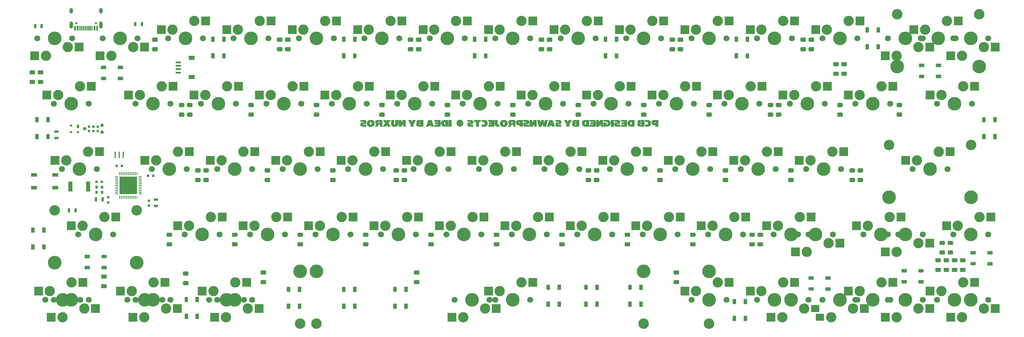
<source format=gbr>
G04 #@! TF.GenerationSoftware,KiCad,Pcbnew,(5.1.11)-1*
G04 #@! TF.CreationDate,2022-07-27T22:19:53+07:00*
G04 #@! TF.ProjectId,krush60hs - Copy,6b727573-6836-4306-9873-202d20436f70,rev?*
G04 #@! TF.SameCoordinates,Original*
G04 #@! TF.FileFunction,Soldermask,Bot*
G04 #@! TF.FilePolarity,Negative*
%FSLAX46Y46*%
G04 Gerber Fmt 4.6, Leading zero omitted, Abs format (unit mm)*
G04 Created by KiCad (PCBNEW (5.1.11)-1) date 2022-07-27 22:19:53*
%MOMM*%
%LPD*%
G01*
G04 APERTURE LIST*
%ADD10C,0.010000*%
%ADD11R,0.700000X1.300000*%
%ADD12C,3.987800*%
%ADD13C,3.048000*%
%ADD14R,2.550000X2.500000*%
%ADD15C,1.750000*%
%ADD16C,3.000000*%
%ADD17R,1.000000X1.500000*%
%ADD18R,2.400000X2.000000*%
%ADD19R,1.800000X1.200000*%
%ADD20R,1.550000X0.600000*%
%ADD21R,0.600000X1.450000*%
%ADD22R,0.300000X1.450000*%
%ADD23C,0.650000*%
%ADD24O,1.000000X2.100000*%
%ADD25O,1.000000X1.600000*%
%ADD26R,1.800000X1.100000*%
%ADD27R,0.700000X1.000000*%
%ADD28R,0.700000X0.600000*%
%ADD29R,1.300000X0.700000*%
%ADD30R,0.800000X0.950000*%
%ADD31R,0.800000X0.750000*%
%ADD32R,0.750000X0.800000*%
%ADD33R,1.500000X1.000000*%
%ADD34R,1.190000X3.000000*%
%ADD35C,0.787400*%
%ADD36C,0.990600*%
%ADD37R,5.150000X5.150000*%
%ADD38R,0.400000X1.900000*%
G04 APERTURE END LIST*
D10*
G36*
X139989791Y-71737112D02*
G01*
X139941457Y-71738142D01*
X139896708Y-71739736D01*
X139857167Y-71741892D01*
X139824455Y-71744611D01*
X139814849Y-71745704D01*
X139713729Y-71761271D01*
X139620064Y-71781948D01*
X139533270Y-71807966D01*
X139452759Y-71839555D01*
X139377944Y-71876946D01*
X139308241Y-71920369D01*
X139243061Y-71970055D01*
X139242528Y-71970502D01*
X139184233Y-72025563D01*
X139132308Y-72087506D01*
X139086789Y-72156258D01*
X139047713Y-72231746D01*
X139015114Y-72313897D01*
X138989027Y-72402639D01*
X138969489Y-72497899D01*
X138962718Y-72543829D01*
X138960174Y-72570616D01*
X138958379Y-72604737D01*
X138957319Y-72644151D01*
X138956979Y-72686816D01*
X138957343Y-72730690D01*
X138958396Y-72773731D01*
X138960122Y-72813896D01*
X138962507Y-72849146D01*
X138965205Y-72874994D01*
X138981815Y-72972422D01*
X139005285Y-73063530D01*
X139035681Y-73148503D01*
X139073068Y-73227529D01*
X139112690Y-73293633D01*
X139136041Y-73325543D01*
X139165036Y-73360262D01*
X139197452Y-73395442D01*
X139231064Y-73428734D01*
X139263647Y-73457791D01*
X139282011Y-73472390D01*
X139345016Y-73515572D01*
X139411577Y-73552985D01*
X139482645Y-73584994D01*
X139559172Y-73611967D01*
X139642108Y-73634270D01*
X139732404Y-73652268D01*
X139760757Y-73656835D01*
X139784207Y-73660305D01*
X139805330Y-73663082D01*
X139825679Y-73665256D01*
X139846806Y-73666917D01*
X139870264Y-73668156D01*
X139897606Y-73669062D01*
X139930384Y-73669727D01*
X139970150Y-73670239D01*
X139995942Y-73670491D01*
X140036255Y-73670714D01*
X140076187Y-73670668D01*
X140114071Y-73670374D01*
X140148239Y-73669854D01*
X140177022Y-73669129D01*
X140198754Y-73668220D01*
X140205257Y-73667798D01*
X140314064Y-73656023D01*
X140416346Y-73637749D01*
X140512046Y-73613007D01*
X140601105Y-73581829D01*
X140683465Y-73544247D01*
X140759067Y-73500294D01*
X140827852Y-73450000D01*
X140889763Y-73393399D01*
X140944740Y-73330522D01*
X140992726Y-73261401D01*
X141013339Y-73225866D01*
X141048103Y-73153229D01*
X141076800Y-73074531D01*
X141099410Y-72990914D01*
X141115914Y-72903523D01*
X141126294Y-72813501D01*
X141130531Y-72721992D01*
X141129806Y-72687426D01*
X140319940Y-72687426D01*
X140319237Y-72748599D01*
X140316334Y-72808327D01*
X140311246Y-72863964D01*
X140306410Y-72898959D01*
X140292614Y-72964764D01*
X140273875Y-73022572D01*
X140250186Y-73072392D01*
X140221538Y-73114233D01*
X140187927Y-73148106D01*
X140149346Y-73174020D01*
X140108831Y-73191039D01*
X140088989Y-73195019D01*
X140063378Y-73196916D01*
X140035399Y-73196741D01*
X140008453Y-73194507D01*
X139987444Y-73190627D01*
X139942871Y-73174411D01*
X139903330Y-73150284D01*
X139868812Y-73118236D01*
X139839308Y-73078254D01*
X139814811Y-73030327D01*
X139795311Y-72974443D01*
X139780800Y-72910591D01*
X139780003Y-72906014D01*
X139773741Y-72860555D01*
X139769149Y-72808638D01*
X139766349Y-72753085D01*
X139765462Y-72696717D01*
X139766609Y-72642357D01*
X139767718Y-72620947D01*
X139773137Y-72554874D01*
X139780817Y-72496954D01*
X139791028Y-72446145D01*
X139804040Y-72401406D01*
X139820123Y-72361696D01*
X139839547Y-72325971D01*
X139847269Y-72314093D01*
X139877114Y-72277844D01*
X139912870Y-72248651D01*
X139944455Y-72230759D01*
X139986378Y-72215595D01*
X140029637Y-72209242D01*
X140073063Y-72211446D01*
X140115486Y-72221950D01*
X140155736Y-72240499D01*
X140192646Y-72266836D01*
X140216274Y-72290226D01*
X140238814Y-72320822D01*
X140259677Y-72359098D01*
X140278194Y-72403383D01*
X140293698Y-72452004D01*
X140305521Y-72503289D01*
X140308683Y-72521672D01*
X140314678Y-72571318D01*
X140318425Y-72627451D01*
X140319940Y-72687426D01*
X141129806Y-72687426D01*
X141128604Y-72630139D01*
X141120496Y-72539086D01*
X141106188Y-72449977D01*
X141085659Y-72363955D01*
X141058892Y-72282164D01*
X141030175Y-72214626D01*
X141004251Y-72164213D01*
X140976882Y-72119371D01*
X140946189Y-72077468D01*
X140910295Y-72035873D01*
X140880516Y-72004977D01*
X140828601Y-71956550D01*
X140776558Y-71915519D01*
X140721967Y-71880287D01*
X140662408Y-71849260D01*
X140609861Y-71826515D01*
X140530960Y-71798038D01*
X140448973Y-71774883D01*
X140361913Y-71756544D01*
X140292275Y-71745671D01*
X140264259Y-71742757D01*
X140228474Y-71740408D01*
X140186542Y-71738622D01*
X140140086Y-71737399D01*
X140090727Y-71736740D01*
X140040088Y-71736644D01*
X139989791Y-71737112D01*
G37*
X139989791Y-71737112D02*
X139941457Y-71738142D01*
X139896708Y-71739736D01*
X139857167Y-71741892D01*
X139824455Y-71744611D01*
X139814849Y-71745704D01*
X139713729Y-71761271D01*
X139620064Y-71781948D01*
X139533270Y-71807966D01*
X139452759Y-71839555D01*
X139377944Y-71876946D01*
X139308241Y-71920369D01*
X139243061Y-71970055D01*
X139242528Y-71970502D01*
X139184233Y-72025563D01*
X139132308Y-72087506D01*
X139086789Y-72156258D01*
X139047713Y-72231746D01*
X139015114Y-72313897D01*
X138989027Y-72402639D01*
X138969489Y-72497899D01*
X138962718Y-72543829D01*
X138960174Y-72570616D01*
X138958379Y-72604737D01*
X138957319Y-72644151D01*
X138956979Y-72686816D01*
X138957343Y-72730690D01*
X138958396Y-72773731D01*
X138960122Y-72813896D01*
X138962507Y-72849146D01*
X138965205Y-72874994D01*
X138981815Y-72972422D01*
X139005285Y-73063530D01*
X139035681Y-73148503D01*
X139073068Y-73227529D01*
X139112690Y-73293633D01*
X139136041Y-73325543D01*
X139165036Y-73360262D01*
X139197452Y-73395442D01*
X139231064Y-73428734D01*
X139263647Y-73457791D01*
X139282011Y-73472390D01*
X139345016Y-73515572D01*
X139411577Y-73552985D01*
X139482645Y-73584994D01*
X139559172Y-73611967D01*
X139642108Y-73634270D01*
X139732404Y-73652268D01*
X139760757Y-73656835D01*
X139784207Y-73660305D01*
X139805330Y-73663082D01*
X139825679Y-73665256D01*
X139846806Y-73666917D01*
X139870264Y-73668156D01*
X139897606Y-73669062D01*
X139930384Y-73669727D01*
X139970150Y-73670239D01*
X139995942Y-73670491D01*
X140036255Y-73670714D01*
X140076187Y-73670668D01*
X140114071Y-73670374D01*
X140148239Y-73669854D01*
X140177022Y-73669129D01*
X140198754Y-73668220D01*
X140205257Y-73667798D01*
X140314064Y-73656023D01*
X140416346Y-73637749D01*
X140512046Y-73613007D01*
X140601105Y-73581829D01*
X140683465Y-73544247D01*
X140759067Y-73500294D01*
X140827852Y-73450000D01*
X140889763Y-73393399D01*
X140944740Y-73330522D01*
X140992726Y-73261401D01*
X141013339Y-73225866D01*
X141048103Y-73153229D01*
X141076800Y-73074531D01*
X141099410Y-72990914D01*
X141115914Y-72903523D01*
X141126294Y-72813501D01*
X141130531Y-72721992D01*
X141129806Y-72687426D01*
X140319940Y-72687426D01*
X140319237Y-72748599D01*
X140316334Y-72808327D01*
X140311246Y-72863964D01*
X140306410Y-72898959D01*
X140292614Y-72964764D01*
X140273875Y-73022572D01*
X140250186Y-73072392D01*
X140221538Y-73114233D01*
X140187927Y-73148106D01*
X140149346Y-73174020D01*
X140108831Y-73191039D01*
X140088989Y-73195019D01*
X140063378Y-73196916D01*
X140035399Y-73196741D01*
X140008453Y-73194507D01*
X139987444Y-73190627D01*
X139942871Y-73174411D01*
X139903330Y-73150284D01*
X139868812Y-73118236D01*
X139839308Y-73078254D01*
X139814811Y-73030327D01*
X139795311Y-72974443D01*
X139780800Y-72910591D01*
X139780003Y-72906014D01*
X139773741Y-72860555D01*
X139769149Y-72808638D01*
X139766349Y-72753085D01*
X139765462Y-72696717D01*
X139766609Y-72642357D01*
X139767718Y-72620947D01*
X139773137Y-72554874D01*
X139780817Y-72496954D01*
X139791028Y-72446145D01*
X139804040Y-72401406D01*
X139820123Y-72361696D01*
X139839547Y-72325971D01*
X139847269Y-72314093D01*
X139877114Y-72277844D01*
X139912870Y-72248651D01*
X139944455Y-72230759D01*
X139986378Y-72215595D01*
X140029637Y-72209242D01*
X140073063Y-72211446D01*
X140115486Y-72221950D01*
X140155736Y-72240499D01*
X140192646Y-72266836D01*
X140216274Y-72290226D01*
X140238814Y-72320822D01*
X140259677Y-72359098D01*
X140278194Y-72403383D01*
X140293698Y-72452004D01*
X140305521Y-72503289D01*
X140308683Y-72521672D01*
X140314678Y-72571318D01*
X140318425Y-72627451D01*
X140319940Y-72687426D01*
X141129806Y-72687426D01*
X141128604Y-72630139D01*
X141120496Y-72539086D01*
X141106188Y-72449977D01*
X141085659Y-72363955D01*
X141058892Y-72282164D01*
X141030175Y-72214626D01*
X141004251Y-72164213D01*
X140976882Y-72119371D01*
X140946189Y-72077468D01*
X140910295Y-72035873D01*
X140880516Y-72004977D01*
X140828601Y-71956550D01*
X140776558Y-71915519D01*
X140721967Y-71880287D01*
X140662408Y-71849260D01*
X140609861Y-71826515D01*
X140530960Y-71798038D01*
X140448973Y-71774883D01*
X140361913Y-71756544D01*
X140292275Y-71745671D01*
X140264259Y-71742757D01*
X140228474Y-71740408D01*
X140186542Y-71738622D01*
X140140086Y-71737399D01*
X140090727Y-71736740D01*
X140040088Y-71736644D01*
X139989791Y-71737112D01*
G36*
X101264104Y-71728141D02*
G01*
X101221370Y-71728857D01*
X101182321Y-71729952D01*
X101148595Y-71731427D01*
X101121825Y-71733280D01*
X101115127Y-71733939D01*
X101027225Y-71745311D01*
X100946830Y-71759756D01*
X100872428Y-71777679D01*
X100802506Y-71799489D01*
X100735547Y-71825591D01*
X100682386Y-71850188D01*
X100605852Y-71892693D01*
X100536491Y-71940943D01*
X100474209Y-71995075D01*
X100418912Y-72055227D01*
X100370506Y-72121537D01*
X100328895Y-72194144D01*
X100293987Y-72273186D01*
X100265687Y-72358800D01*
X100243900Y-72451125D01*
X100234492Y-72505925D01*
X100231702Y-72530529D01*
X100229443Y-72562516D01*
X100227729Y-72600049D01*
X100226569Y-72641287D01*
X100225976Y-72684394D01*
X100225960Y-72727530D01*
X100226534Y-72768857D01*
X100227709Y-72806536D01*
X100229496Y-72838730D01*
X100231907Y-72863600D01*
X100232243Y-72866033D01*
X100241125Y-72920416D01*
X100251881Y-72974247D01*
X100263884Y-73024672D01*
X100276504Y-73068842D01*
X100277838Y-73072996D01*
X100290520Y-73107837D01*
X100306919Y-73146611D01*
X100325856Y-73186968D01*
X100346152Y-73226557D01*
X100366628Y-73263029D01*
X100386105Y-73294033D01*
X100395089Y-73306735D01*
X100448749Y-73371581D01*
X100508207Y-73429736D01*
X100573655Y-73481296D01*
X100645283Y-73526358D01*
X100723283Y-73565017D01*
X100807844Y-73597370D01*
X100899158Y-73623513D01*
X100997416Y-73643542D01*
X101087877Y-73655979D01*
X101109738Y-73657777D01*
X101139308Y-73659332D01*
X101174892Y-73660625D01*
X101214795Y-73661637D01*
X101257321Y-73662352D01*
X101300775Y-73662749D01*
X101343462Y-73662810D01*
X101383687Y-73662518D01*
X101419753Y-73661853D01*
X101449967Y-73660798D01*
X101463201Y-73660062D01*
X101568094Y-73649726D01*
X101667741Y-73632986D01*
X101761828Y-73609978D01*
X101850040Y-73580835D01*
X101932062Y-73545691D01*
X102007580Y-73504680D01*
X102076278Y-73457935D01*
X102137843Y-73405591D01*
X102189108Y-73351189D01*
X102238558Y-73286098D01*
X102281163Y-73216140D01*
X102317148Y-73140787D01*
X102346736Y-73059515D01*
X102370150Y-72971795D01*
X102386082Y-72887199D01*
X102389467Y-72858480D01*
X102392060Y-72822314D01*
X102393861Y-72780630D01*
X102394874Y-72735355D01*
X102395098Y-72688418D01*
X102394862Y-72668739D01*
X101585645Y-72668739D01*
X101585517Y-72711842D01*
X101584744Y-72754648D01*
X101583340Y-72795222D01*
X101581320Y-72831630D01*
X101578700Y-72861936D01*
X101576672Y-72877509D01*
X101563179Y-72944791D01*
X101545136Y-73004011D01*
X101522568Y-73055122D01*
X101495503Y-73098078D01*
X101463965Y-73132831D01*
X101427980Y-73159334D01*
X101419632Y-73163967D01*
X101377333Y-73181499D01*
X101334357Y-73189819D01*
X101290084Y-73188979D01*
X101243892Y-73179031D01*
X101243070Y-73178778D01*
X101200455Y-73160820D01*
X101162563Y-73134748D01*
X101129418Y-73100597D01*
X101101041Y-73058401D01*
X101077454Y-73008194D01*
X101058679Y-72950010D01*
X101044737Y-72883883D01*
X101041665Y-72863681D01*
X101039427Y-72841694D01*
X101037668Y-72812302D01*
X101036389Y-72777358D01*
X101035594Y-72738718D01*
X101035285Y-72698235D01*
X101035464Y-72657765D01*
X101036133Y-72619161D01*
X101037295Y-72584278D01*
X101038951Y-72554971D01*
X101041105Y-72533093D01*
X101041248Y-72532070D01*
X101053425Y-72464275D01*
X101069412Y-72404842D01*
X101089357Y-72353468D01*
X101113409Y-72309848D01*
X101141715Y-72273679D01*
X101174425Y-72244659D01*
X101185213Y-72237240D01*
X101225474Y-72216511D01*
X101267753Y-72204429D01*
X101310901Y-72200780D01*
X101353773Y-72205352D01*
X101395221Y-72217931D01*
X101434099Y-72238305D01*
X101469260Y-72266261D01*
X101494486Y-72294657D01*
X101519883Y-72334589D01*
X101541797Y-72382532D01*
X101559927Y-72437646D01*
X101573972Y-72499090D01*
X101579390Y-72532070D01*
X101581999Y-72557006D01*
X101583901Y-72589386D01*
X101585111Y-72627276D01*
X101585645Y-72668739D01*
X102394862Y-72668739D01*
X102394537Y-72641745D01*
X102393191Y-72597265D01*
X102391062Y-72556905D01*
X102388153Y-72522593D01*
X102385752Y-72503848D01*
X102367562Y-72409288D01*
X102343102Y-72320783D01*
X102312503Y-72238693D01*
X102275897Y-72163382D01*
X102242547Y-72108514D01*
X102192945Y-72042487D01*
X102136749Y-71982743D01*
X102073870Y-71929237D01*
X102004217Y-71881921D01*
X101927702Y-71840749D01*
X101844235Y-71805672D01*
X101753726Y-71776645D01*
X101656085Y-71753621D01*
X101551225Y-71736551D01*
X101529053Y-71733809D01*
X101506316Y-71731852D01*
X101475816Y-71730278D01*
X101439187Y-71729087D01*
X101398066Y-71728279D01*
X101354088Y-71727852D01*
X101308889Y-71727806D01*
X101264104Y-71728141D01*
G37*
X101264104Y-71728141D02*
X101221370Y-71728857D01*
X101182321Y-71729952D01*
X101148595Y-71731427D01*
X101121825Y-71733280D01*
X101115127Y-71733939D01*
X101027225Y-71745311D01*
X100946830Y-71759756D01*
X100872428Y-71777679D01*
X100802506Y-71799489D01*
X100735547Y-71825591D01*
X100682386Y-71850188D01*
X100605852Y-71892693D01*
X100536491Y-71940943D01*
X100474209Y-71995075D01*
X100418912Y-72055227D01*
X100370506Y-72121537D01*
X100328895Y-72194144D01*
X100293987Y-72273186D01*
X100265687Y-72358800D01*
X100243900Y-72451125D01*
X100234492Y-72505925D01*
X100231702Y-72530529D01*
X100229443Y-72562516D01*
X100227729Y-72600049D01*
X100226569Y-72641287D01*
X100225976Y-72684394D01*
X100225960Y-72727530D01*
X100226534Y-72768857D01*
X100227709Y-72806536D01*
X100229496Y-72838730D01*
X100231907Y-72863600D01*
X100232243Y-72866033D01*
X100241125Y-72920416D01*
X100251881Y-72974247D01*
X100263884Y-73024672D01*
X100276504Y-73068842D01*
X100277838Y-73072996D01*
X100290520Y-73107837D01*
X100306919Y-73146611D01*
X100325856Y-73186968D01*
X100346152Y-73226557D01*
X100366628Y-73263029D01*
X100386105Y-73294033D01*
X100395089Y-73306735D01*
X100448749Y-73371581D01*
X100508207Y-73429736D01*
X100573655Y-73481296D01*
X100645283Y-73526358D01*
X100723283Y-73565017D01*
X100807844Y-73597370D01*
X100899158Y-73623513D01*
X100997416Y-73643542D01*
X101087877Y-73655979D01*
X101109738Y-73657777D01*
X101139308Y-73659332D01*
X101174892Y-73660625D01*
X101214795Y-73661637D01*
X101257321Y-73662352D01*
X101300775Y-73662749D01*
X101343462Y-73662810D01*
X101383687Y-73662518D01*
X101419753Y-73661853D01*
X101449967Y-73660798D01*
X101463201Y-73660062D01*
X101568094Y-73649726D01*
X101667741Y-73632986D01*
X101761828Y-73609978D01*
X101850040Y-73580835D01*
X101932062Y-73545691D01*
X102007580Y-73504680D01*
X102076278Y-73457935D01*
X102137843Y-73405591D01*
X102189108Y-73351189D01*
X102238558Y-73286098D01*
X102281163Y-73216140D01*
X102317148Y-73140787D01*
X102346736Y-73059515D01*
X102370150Y-72971795D01*
X102386082Y-72887199D01*
X102389467Y-72858480D01*
X102392060Y-72822314D01*
X102393861Y-72780630D01*
X102394874Y-72735355D01*
X102395098Y-72688418D01*
X102394862Y-72668739D01*
X101585645Y-72668739D01*
X101585517Y-72711842D01*
X101584744Y-72754648D01*
X101583340Y-72795222D01*
X101581320Y-72831630D01*
X101578700Y-72861936D01*
X101576672Y-72877509D01*
X101563179Y-72944791D01*
X101545136Y-73004011D01*
X101522568Y-73055122D01*
X101495503Y-73098078D01*
X101463965Y-73132831D01*
X101427980Y-73159334D01*
X101419632Y-73163967D01*
X101377333Y-73181499D01*
X101334357Y-73189819D01*
X101290084Y-73188979D01*
X101243892Y-73179031D01*
X101243070Y-73178778D01*
X101200455Y-73160820D01*
X101162563Y-73134748D01*
X101129418Y-73100597D01*
X101101041Y-73058401D01*
X101077454Y-73008194D01*
X101058679Y-72950010D01*
X101044737Y-72883883D01*
X101041665Y-72863681D01*
X101039427Y-72841694D01*
X101037668Y-72812302D01*
X101036389Y-72777358D01*
X101035594Y-72738718D01*
X101035285Y-72698235D01*
X101035464Y-72657765D01*
X101036133Y-72619161D01*
X101037295Y-72584278D01*
X101038951Y-72554971D01*
X101041105Y-72533093D01*
X101041248Y-72532070D01*
X101053425Y-72464275D01*
X101069412Y-72404842D01*
X101089357Y-72353468D01*
X101113409Y-72309848D01*
X101141715Y-72273679D01*
X101174425Y-72244659D01*
X101185213Y-72237240D01*
X101225474Y-72216511D01*
X101267753Y-72204429D01*
X101310901Y-72200780D01*
X101353773Y-72205352D01*
X101395221Y-72217931D01*
X101434099Y-72238305D01*
X101469260Y-72266261D01*
X101494486Y-72294657D01*
X101519883Y-72334589D01*
X101541797Y-72382532D01*
X101559927Y-72437646D01*
X101573972Y-72499090D01*
X101579390Y-72532070D01*
X101581999Y-72557006D01*
X101583901Y-72589386D01*
X101585111Y-72627276D01*
X101585645Y-72668739D01*
X102394862Y-72668739D01*
X102394537Y-72641745D01*
X102393191Y-72597265D01*
X102391062Y-72556905D01*
X102388153Y-72522593D01*
X102385752Y-72503848D01*
X102367562Y-72409288D01*
X102343102Y-72320783D01*
X102312503Y-72238693D01*
X102275897Y-72163382D01*
X102242547Y-72108514D01*
X102192945Y-72042487D01*
X102136749Y-71982743D01*
X102073870Y-71929237D01*
X102004217Y-71881921D01*
X101927702Y-71840749D01*
X101844235Y-71805672D01*
X101753726Y-71776645D01*
X101656085Y-71753621D01*
X101551225Y-71736551D01*
X101529053Y-71733809D01*
X101506316Y-71731852D01*
X101475816Y-71730278D01*
X101439187Y-71729087D01*
X101398066Y-71728279D01*
X101354088Y-71727852D01*
X101308889Y-71727806D01*
X101264104Y-71728141D01*
G36*
X108500983Y-72309820D02*
G01*
X108500638Y-72399225D01*
X108500287Y-72479755D01*
X108499915Y-72551944D01*
X108499505Y-72616323D01*
X108499043Y-72673427D01*
X108498511Y-72723787D01*
X108497896Y-72767936D01*
X108497180Y-72806407D01*
X108496350Y-72839733D01*
X108495388Y-72868446D01*
X108494279Y-72893080D01*
X108493008Y-72914167D01*
X108491559Y-72932240D01*
X108489916Y-72947832D01*
X108488064Y-72961475D01*
X108485988Y-72973702D01*
X108483670Y-72985047D01*
X108481097Y-72996041D01*
X108480818Y-72997171D01*
X108467142Y-73037853D01*
X108448195Y-73071516D01*
X108424302Y-73097727D01*
X108395786Y-73116056D01*
X108389596Y-73118722D01*
X108377823Y-73122950D01*
X108365975Y-73125879D01*
X108351955Y-73127742D01*
X108333666Y-73128774D01*
X108309011Y-73129211D01*
X108295331Y-73129275D01*
X108259387Y-73128738D01*
X108230995Y-73126640D01*
X108208367Y-73122544D01*
X108189715Y-73116014D01*
X108173251Y-73106612D01*
X108159783Y-73096159D01*
X108143036Y-73078537D01*
X108129041Y-73056281D01*
X108117551Y-73028555D01*
X108108318Y-72994524D01*
X108101095Y-72953354D01*
X108095637Y-72904209D01*
X108093117Y-72870736D01*
X108092505Y-72856528D01*
X108091916Y-72833619D01*
X108091354Y-72802717D01*
X108090826Y-72764528D01*
X108090337Y-72719761D01*
X108089892Y-72669121D01*
X108089497Y-72613317D01*
X108089158Y-72553054D01*
X108088880Y-72489041D01*
X108088668Y-72421984D01*
X108088528Y-72352590D01*
X108088466Y-72281567D01*
X108088465Y-72274542D01*
X108088368Y-71748903D01*
X107297780Y-71748903D01*
X107299540Y-72356857D01*
X107299797Y-72446220D01*
X107300034Y-72526717D01*
X107300270Y-72598889D01*
X107300524Y-72663275D01*
X107300813Y-72720417D01*
X107301155Y-72770857D01*
X107301570Y-72815133D01*
X107302074Y-72853788D01*
X107302687Y-72887362D01*
X107303427Y-72916396D01*
X107304311Y-72941431D01*
X107305359Y-72963008D01*
X107306588Y-72981667D01*
X107308016Y-72997949D01*
X107309662Y-73012395D01*
X107311544Y-73025546D01*
X107313680Y-73037942D01*
X107316089Y-73050126D01*
X107318788Y-73062636D01*
X107321797Y-73076014D01*
X107324131Y-73086343D01*
X107345474Y-73164196D01*
X107373144Y-73235873D01*
X107407289Y-73301484D01*
X107448057Y-73361138D01*
X107495596Y-73414945D01*
X107550053Y-73463014D01*
X107611577Y-73505455D01*
X107680314Y-73542378D01*
X107756414Y-73573891D01*
X107840024Y-73600105D01*
X107931291Y-73621129D01*
X108030364Y-73637073D01*
X108074257Y-73642272D01*
X108104671Y-73644884D01*
X108142510Y-73647132D01*
X108185799Y-73648980D01*
X108232561Y-73650396D01*
X108280820Y-73651343D01*
X108328599Y-73651789D01*
X108373923Y-73651698D01*
X108414815Y-73651036D01*
X108449300Y-73649768D01*
X108461748Y-73649022D01*
X108563881Y-73639454D01*
X108657984Y-73625436D01*
X108744378Y-73606855D01*
X108823382Y-73583595D01*
X108895317Y-73555545D01*
X108960501Y-73522589D01*
X109019254Y-73484614D01*
X109071896Y-73441505D01*
X109088253Y-73425865D01*
X109134690Y-73374604D01*
X109174206Y-73319672D01*
X109207424Y-73259935D01*
X109234964Y-73194259D01*
X109257449Y-73121508D01*
X109259622Y-73113097D01*
X109264117Y-73094379D01*
X109268193Y-73075018D01*
X109271868Y-73054499D01*
X109275164Y-73032306D01*
X109278098Y-73007923D01*
X109280693Y-72980835D01*
X109282966Y-72950524D01*
X109284939Y-72916475D01*
X109286630Y-72878173D01*
X109288060Y-72835101D01*
X109289249Y-72786743D01*
X109290215Y-72732584D01*
X109290980Y-72672108D01*
X109291563Y-72604798D01*
X109291984Y-72530140D01*
X109292262Y-72447616D01*
X109292418Y-72356711D01*
X109292471Y-72258079D01*
X109292516Y-71748903D01*
X108503052Y-71748903D01*
X108500983Y-72309820D01*
G37*
X108500983Y-72309820D02*
X108500638Y-72399225D01*
X108500287Y-72479755D01*
X108499915Y-72551944D01*
X108499505Y-72616323D01*
X108499043Y-72673427D01*
X108498511Y-72723787D01*
X108497896Y-72767936D01*
X108497180Y-72806407D01*
X108496350Y-72839733D01*
X108495388Y-72868446D01*
X108494279Y-72893080D01*
X108493008Y-72914167D01*
X108491559Y-72932240D01*
X108489916Y-72947832D01*
X108488064Y-72961475D01*
X108485988Y-72973702D01*
X108483670Y-72985047D01*
X108481097Y-72996041D01*
X108480818Y-72997171D01*
X108467142Y-73037853D01*
X108448195Y-73071516D01*
X108424302Y-73097727D01*
X108395786Y-73116056D01*
X108389596Y-73118722D01*
X108377823Y-73122950D01*
X108365975Y-73125879D01*
X108351955Y-73127742D01*
X108333666Y-73128774D01*
X108309011Y-73129211D01*
X108295331Y-73129275D01*
X108259387Y-73128738D01*
X108230995Y-73126640D01*
X108208367Y-73122544D01*
X108189715Y-73116014D01*
X108173251Y-73106612D01*
X108159783Y-73096159D01*
X108143036Y-73078537D01*
X108129041Y-73056281D01*
X108117551Y-73028555D01*
X108108318Y-72994524D01*
X108101095Y-72953354D01*
X108095637Y-72904209D01*
X108093117Y-72870736D01*
X108092505Y-72856528D01*
X108091916Y-72833619D01*
X108091354Y-72802717D01*
X108090826Y-72764528D01*
X108090337Y-72719761D01*
X108089892Y-72669121D01*
X108089497Y-72613317D01*
X108089158Y-72553054D01*
X108088880Y-72489041D01*
X108088668Y-72421984D01*
X108088528Y-72352590D01*
X108088466Y-72281567D01*
X108088465Y-72274542D01*
X108088368Y-71748903D01*
X107297780Y-71748903D01*
X107299540Y-72356857D01*
X107299797Y-72446220D01*
X107300034Y-72526717D01*
X107300270Y-72598889D01*
X107300524Y-72663275D01*
X107300813Y-72720417D01*
X107301155Y-72770857D01*
X107301570Y-72815133D01*
X107302074Y-72853788D01*
X107302687Y-72887362D01*
X107303427Y-72916396D01*
X107304311Y-72941431D01*
X107305359Y-72963008D01*
X107306588Y-72981667D01*
X107308016Y-72997949D01*
X107309662Y-73012395D01*
X107311544Y-73025546D01*
X107313680Y-73037942D01*
X107316089Y-73050126D01*
X107318788Y-73062636D01*
X107321797Y-73076014D01*
X107324131Y-73086343D01*
X107345474Y-73164196D01*
X107373144Y-73235873D01*
X107407289Y-73301484D01*
X107448057Y-73361138D01*
X107495596Y-73414945D01*
X107550053Y-73463014D01*
X107611577Y-73505455D01*
X107680314Y-73542378D01*
X107756414Y-73573891D01*
X107840024Y-73600105D01*
X107931291Y-73621129D01*
X108030364Y-73637073D01*
X108074257Y-73642272D01*
X108104671Y-73644884D01*
X108142510Y-73647132D01*
X108185799Y-73648980D01*
X108232561Y-73650396D01*
X108280820Y-73651343D01*
X108328599Y-73651789D01*
X108373923Y-73651698D01*
X108414815Y-73651036D01*
X108449300Y-73649768D01*
X108461748Y-73649022D01*
X108563881Y-73639454D01*
X108657984Y-73625436D01*
X108744378Y-73606855D01*
X108823382Y-73583595D01*
X108895317Y-73555545D01*
X108960501Y-73522589D01*
X109019254Y-73484614D01*
X109071896Y-73441505D01*
X109088253Y-73425865D01*
X109134690Y-73374604D01*
X109174206Y-73319672D01*
X109207424Y-73259935D01*
X109234964Y-73194259D01*
X109257449Y-73121508D01*
X109259622Y-73113097D01*
X109264117Y-73094379D01*
X109268193Y-73075018D01*
X109271868Y-73054499D01*
X109275164Y-73032306D01*
X109278098Y-73007923D01*
X109280693Y-72980835D01*
X109282966Y-72950524D01*
X109284939Y-72916475D01*
X109286630Y-72878173D01*
X109288060Y-72835101D01*
X109289249Y-72786743D01*
X109290215Y-72732584D01*
X109290980Y-72672108D01*
X109291563Y-72604798D01*
X109291984Y-72530140D01*
X109292262Y-72447616D01*
X109292418Y-72356711D01*
X109292471Y-72258079D01*
X109292516Y-71748903D01*
X108503052Y-71748903D01*
X108500983Y-72309820D01*
G36*
X130290860Y-71749117D02*
G01*
X130219069Y-71749292D01*
X130139046Y-71749633D01*
X130050526Y-71750141D01*
X129953240Y-71750814D01*
X129846922Y-71751651D01*
X129802249Y-71752029D01*
X129439297Y-71755148D01*
X129443785Y-71767312D01*
X129446313Y-71773842D01*
X129451986Y-71788290D01*
X129460477Y-71809835D01*
X129471462Y-71837650D01*
X129484614Y-71870913D01*
X129499608Y-71908799D01*
X129516118Y-71950483D01*
X129533818Y-71995143D01*
X129547620Y-72029949D01*
X129646967Y-72280422D01*
X130019843Y-72280422D01*
X130098974Y-72280481D01*
X130168803Y-72280661D01*
X130229432Y-72280961D01*
X130280965Y-72281385D01*
X130323506Y-72281932D01*
X130357158Y-72282605D01*
X130382025Y-72283404D01*
X130398211Y-72284332D01*
X130405819Y-72285389D01*
X130405960Y-72285439D01*
X130424424Y-72295850D01*
X130438373Y-72311827D01*
X130448136Y-72334166D01*
X130454041Y-72363661D01*
X130456420Y-72401107D01*
X130456492Y-72407422D01*
X130455184Y-72442407D01*
X130450384Y-72469641D01*
X130441463Y-72490330D01*
X130427797Y-72505683D01*
X130408756Y-72516907D01*
X130397436Y-72521213D01*
X130388461Y-72522618D01*
X130370240Y-72523966D01*
X130342936Y-72525253D01*
X130306710Y-72526473D01*
X130261722Y-72527621D01*
X130208136Y-72528692D01*
X130146112Y-72529681D01*
X130129923Y-72529906D01*
X130068069Y-72530804D01*
X130014686Y-72531756D01*
X129968838Y-72532849D01*
X129929590Y-72534172D01*
X129896006Y-72535812D01*
X129867149Y-72537857D01*
X129842083Y-72540394D01*
X129819874Y-72543512D01*
X129799583Y-72547298D01*
X129780277Y-72551839D01*
X129761018Y-72557224D01*
X129740871Y-72563541D01*
X129728922Y-72567494D01*
X129679013Y-72586399D01*
X129636406Y-72607566D01*
X129599056Y-72632189D01*
X129564917Y-72661462D01*
X129560310Y-72665968D01*
X129524623Y-72705991D01*
X129495861Y-72748849D01*
X129473321Y-72795983D01*
X129456298Y-72848831D01*
X129445333Y-72901149D01*
X129441024Y-72937777D01*
X129438910Y-72980915D01*
X129438907Y-73027943D01*
X129440931Y-73076243D01*
X129444898Y-73123198D01*
X129450724Y-73166187D01*
X129454483Y-73186211D01*
X129471559Y-73254724D01*
X129492559Y-73317113D01*
X129517124Y-73372471D01*
X129544895Y-73419887D01*
X129549205Y-73426105D01*
X129582803Y-73466219D01*
X129623952Y-73503367D01*
X129671019Y-73536627D01*
X129722372Y-73565077D01*
X129776379Y-73587795D01*
X129831408Y-73603860D01*
X129877641Y-73611583D01*
X129896728Y-73613459D01*
X129912012Y-73614708D01*
X129921277Y-73615160D01*
X129922960Y-73615034D01*
X129927867Y-73614891D01*
X129941619Y-73614735D01*
X129963657Y-73614568D01*
X129993418Y-73614392D01*
X130030343Y-73614210D01*
X130073869Y-73614022D01*
X130123435Y-73613833D01*
X130178481Y-73613642D01*
X130238445Y-73613454D01*
X130302766Y-73613270D01*
X130370882Y-73613091D01*
X130442233Y-73612921D01*
X130516258Y-73612761D01*
X130523901Y-73612746D01*
X131122491Y-73611534D01*
X131120053Y-73134144D01*
X130198127Y-73129440D01*
X130170589Y-73119040D01*
X130139414Y-73104583D01*
X130116661Y-73087359D01*
X130101478Y-73066177D01*
X130093010Y-73039845D01*
X130090406Y-73007170D01*
X130090406Y-73006975D01*
X130092992Y-72973057D01*
X130101079Y-72946102D01*
X130115384Y-72924974D01*
X130136621Y-72908536D01*
X130159011Y-72898027D01*
X130164609Y-72896259D01*
X130172023Y-72894735D01*
X130182043Y-72893421D01*
X130195460Y-72892284D01*
X130213063Y-72891292D01*
X130235644Y-72890411D01*
X130263992Y-72889608D01*
X130298899Y-72888851D01*
X130341155Y-72888106D01*
X130391550Y-72887340D01*
X130426257Y-72886853D01*
X130486518Y-72885980D01*
X130538317Y-72885082D01*
X130582597Y-72884080D01*
X130620304Y-72882892D01*
X130652380Y-72881438D01*
X130679772Y-72879637D01*
X130703423Y-72877409D01*
X130724278Y-72874672D01*
X130743281Y-72871347D01*
X130761377Y-72867351D01*
X130779509Y-72862605D01*
X130798623Y-72857028D01*
X130807718Y-72854250D01*
X130871127Y-72830300D01*
X130928057Y-72799597D01*
X130978387Y-72762257D01*
X131021994Y-72718398D01*
X131058756Y-72668137D01*
X131088551Y-72611591D01*
X131105289Y-72568056D01*
X131117573Y-72527742D01*
X131126626Y-72489515D01*
X131132817Y-72450809D01*
X131136515Y-72409057D01*
X131138089Y-72361692D01*
X131138206Y-72339218D01*
X131135582Y-72267626D01*
X131127652Y-72203014D01*
X131114011Y-72144333D01*
X131094255Y-72090532D01*
X131067978Y-72040561D01*
X131034774Y-71993370D01*
X130994238Y-71947909D01*
X130982872Y-71936653D01*
X130922005Y-71883705D01*
X130857901Y-71839538D01*
X130790641Y-71804192D01*
X130720309Y-71777705D01*
X130646987Y-71760118D01*
X130600971Y-71753791D01*
X130585400Y-71752611D01*
X130563737Y-71751603D01*
X130535716Y-71750765D01*
X130501067Y-71750097D01*
X130459525Y-71749600D01*
X130410821Y-71749271D01*
X130354688Y-71749110D01*
X130290860Y-71749117D01*
G37*
X130290860Y-71749117D02*
X130219069Y-71749292D01*
X130139046Y-71749633D01*
X130050526Y-71750141D01*
X129953240Y-71750814D01*
X129846922Y-71751651D01*
X129802249Y-71752029D01*
X129439297Y-71755148D01*
X129443785Y-71767312D01*
X129446313Y-71773842D01*
X129451986Y-71788290D01*
X129460477Y-71809835D01*
X129471462Y-71837650D01*
X129484614Y-71870913D01*
X129499608Y-71908799D01*
X129516118Y-71950483D01*
X129533818Y-71995143D01*
X129547620Y-72029949D01*
X129646967Y-72280422D01*
X130019843Y-72280422D01*
X130098974Y-72280481D01*
X130168803Y-72280661D01*
X130229432Y-72280961D01*
X130280965Y-72281385D01*
X130323506Y-72281932D01*
X130357158Y-72282605D01*
X130382025Y-72283404D01*
X130398211Y-72284332D01*
X130405819Y-72285389D01*
X130405960Y-72285439D01*
X130424424Y-72295850D01*
X130438373Y-72311827D01*
X130448136Y-72334166D01*
X130454041Y-72363661D01*
X130456420Y-72401107D01*
X130456492Y-72407422D01*
X130455184Y-72442407D01*
X130450384Y-72469641D01*
X130441463Y-72490330D01*
X130427797Y-72505683D01*
X130408756Y-72516907D01*
X130397436Y-72521213D01*
X130388461Y-72522618D01*
X130370240Y-72523966D01*
X130342936Y-72525253D01*
X130306710Y-72526473D01*
X130261722Y-72527621D01*
X130208136Y-72528692D01*
X130146112Y-72529681D01*
X130129923Y-72529906D01*
X130068069Y-72530804D01*
X130014686Y-72531756D01*
X129968838Y-72532849D01*
X129929590Y-72534172D01*
X129896006Y-72535812D01*
X129867149Y-72537857D01*
X129842083Y-72540394D01*
X129819874Y-72543512D01*
X129799583Y-72547298D01*
X129780277Y-72551839D01*
X129761018Y-72557224D01*
X129740871Y-72563541D01*
X129728922Y-72567494D01*
X129679013Y-72586399D01*
X129636406Y-72607566D01*
X129599056Y-72632189D01*
X129564917Y-72661462D01*
X129560310Y-72665968D01*
X129524623Y-72705991D01*
X129495861Y-72748849D01*
X129473321Y-72795983D01*
X129456298Y-72848831D01*
X129445333Y-72901149D01*
X129441024Y-72937777D01*
X129438910Y-72980915D01*
X129438907Y-73027943D01*
X129440931Y-73076243D01*
X129444898Y-73123198D01*
X129450724Y-73166187D01*
X129454483Y-73186211D01*
X129471559Y-73254724D01*
X129492559Y-73317113D01*
X129517124Y-73372471D01*
X129544895Y-73419887D01*
X129549205Y-73426105D01*
X129582803Y-73466219D01*
X129623952Y-73503367D01*
X129671019Y-73536627D01*
X129722372Y-73565077D01*
X129776379Y-73587795D01*
X129831408Y-73603860D01*
X129877641Y-73611583D01*
X129896728Y-73613459D01*
X129912012Y-73614708D01*
X129921277Y-73615160D01*
X129922960Y-73615034D01*
X129927867Y-73614891D01*
X129941619Y-73614735D01*
X129963657Y-73614568D01*
X129993418Y-73614392D01*
X130030343Y-73614210D01*
X130073869Y-73614022D01*
X130123435Y-73613833D01*
X130178481Y-73613642D01*
X130238445Y-73613454D01*
X130302766Y-73613270D01*
X130370882Y-73613091D01*
X130442233Y-73612921D01*
X130516258Y-73612761D01*
X130523901Y-73612746D01*
X131122491Y-73611534D01*
X131120053Y-73134144D01*
X130198127Y-73129440D01*
X130170589Y-73119040D01*
X130139414Y-73104583D01*
X130116661Y-73087359D01*
X130101478Y-73066177D01*
X130093010Y-73039845D01*
X130090406Y-73007170D01*
X130090406Y-73006975D01*
X130092992Y-72973057D01*
X130101079Y-72946102D01*
X130115384Y-72924974D01*
X130136621Y-72908536D01*
X130159011Y-72898027D01*
X130164609Y-72896259D01*
X130172023Y-72894735D01*
X130182043Y-72893421D01*
X130195460Y-72892284D01*
X130213063Y-72891292D01*
X130235644Y-72890411D01*
X130263992Y-72889608D01*
X130298899Y-72888851D01*
X130341155Y-72888106D01*
X130391550Y-72887340D01*
X130426257Y-72886853D01*
X130486518Y-72885980D01*
X130538317Y-72885082D01*
X130582597Y-72884080D01*
X130620304Y-72882892D01*
X130652380Y-72881438D01*
X130679772Y-72879637D01*
X130703423Y-72877409D01*
X130724278Y-72874672D01*
X130743281Y-72871347D01*
X130761377Y-72867351D01*
X130779509Y-72862605D01*
X130798623Y-72857028D01*
X130807718Y-72854250D01*
X130871127Y-72830300D01*
X130928057Y-72799597D01*
X130978387Y-72762257D01*
X131021994Y-72718398D01*
X131058756Y-72668137D01*
X131088551Y-72611591D01*
X131105289Y-72568056D01*
X131117573Y-72527742D01*
X131126626Y-72489515D01*
X131132817Y-72450809D01*
X131136515Y-72409057D01*
X131138089Y-72361692D01*
X131138206Y-72339218D01*
X131135582Y-72267626D01*
X131127652Y-72203014D01*
X131114011Y-72144333D01*
X131094255Y-72090532D01*
X131067978Y-72040561D01*
X131034774Y-71993370D01*
X130994238Y-71947909D01*
X130982872Y-71936653D01*
X130922005Y-71883705D01*
X130857901Y-71839538D01*
X130790641Y-71804192D01*
X130720309Y-71777705D01*
X130646987Y-71760118D01*
X130600971Y-71753791D01*
X130585400Y-71752611D01*
X130563737Y-71751603D01*
X130535716Y-71750765D01*
X130501067Y-71750097D01*
X130459525Y-71749600D01*
X130410821Y-71749271D01*
X130354688Y-71749110D01*
X130290860Y-71749117D01*
G36*
X137454861Y-72366264D02*
G01*
X137455115Y-72457708D01*
X137455357Y-72540280D01*
X137455609Y-72614516D01*
X137455892Y-72680953D01*
X137456229Y-72740126D01*
X137456641Y-72792570D01*
X137457152Y-72838822D01*
X137457782Y-72879417D01*
X137458555Y-72914892D01*
X137459492Y-72945782D01*
X137460614Y-72972623D01*
X137461946Y-72995950D01*
X137463508Y-73016300D01*
X137465322Y-73034208D01*
X137467411Y-73050211D01*
X137469797Y-73064844D01*
X137472502Y-73078642D01*
X137475548Y-73092143D01*
X137478957Y-73105881D01*
X137482751Y-73120392D01*
X137486554Y-73134713D01*
X137509502Y-73206657D01*
X137538518Y-73271893D01*
X137573841Y-73330640D01*
X137615707Y-73383115D01*
X137664354Y-73429537D01*
X137720018Y-73470125D01*
X137782937Y-73505097D01*
X137853349Y-73534671D01*
X137931489Y-73559065D01*
X137953302Y-73564636D01*
X137989198Y-73572981D01*
X138024614Y-73580240D01*
X138060514Y-73586495D01*
X138097862Y-73591825D01*
X138137621Y-73596310D01*
X138180754Y-73600031D01*
X138228226Y-73603067D01*
X138280999Y-73605498D01*
X138340038Y-73607405D01*
X138406306Y-73608868D01*
X138480766Y-73609967D01*
X138501340Y-73610200D01*
X138747108Y-73612841D01*
X138747108Y-73090337D01*
X138595414Y-73088168D01*
X138548939Y-73087392D01*
X138510839Y-73086483D01*
X138480083Y-73085389D01*
X138455637Y-73084055D01*
X138436470Y-73082426D01*
X138421550Y-73080448D01*
X138411571Y-73078484D01*
X138368046Y-73065238D01*
X138332191Y-73047224D01*
X138303128Y-73023605D01*
X138279981Y-72993546D01*
X138261873Y-72956209D01*
X138252023Y-72926355D01*
X138241624Y-72889551D01*
X138240205Y-72323931D01*
X138238785Y-71758310D01*
X137453163Y-71758310D01*
X137454861Y-72366264D01*
G37*
X137454861Y-72366264D02*
X137455115Y-72457708D01*
X137455357Y-72540280D01*
X137455609Y-72614516D01*
X137455892Y-72680953D01*
X137456229Y-72740126D01*
X137456641Y-72792570D01*
X137457152Y-72838822D01*
X137457782Y-72879417D01*
X137458555Y-72914892D01*
X137459492Y-72945782D01*
X137460614Y-72972623D01*
X137461946Y-72995950D01*
X137463508Y-73016300D01*
X137465322Y-73034208D01*
X137467411Y-73050211D01*
X137469797Y-73064844D01*
X137472502Y-73078642D01*
X137475548Y-73092143D01*
X137478957Y-73105881D01*
X137482751Y-73120392D01*
X137486554Y-73134713D01*
X137509502Y-73206657D01*
X137538518Y-73271893D01*
X137573841Y-73330640D01*
X137615707Y-73383115D01*
X137664354Y-73429537D01*
X137720018Y-73470125D01*
X137782937Y-73505097D01*
X137853349Y-73534671D01*
X137931489Y-73559065D01*
X137953302Y-73564636D01*
X137989198Y-73572981D01*
X138024614Y-73580240D01*
X138060514Y-73586495D01*
X138097862Y-73591825D01*
X138137621Y-73596310D01*
X138180754Y-73600031D01*
X138228226Y-73603067D01*
X138280999Y-73605498D01*
X138340038Y-73607405D01*
X138406306Y-73608868D01*
X138480766Y-73609967D01*
X138501340Y-73610200D01*
X138747108Y-73612841D01*
X138747108Y-73090337D01*
X138595414Y-73088168D01*
X138548939Y-73087392D01*
X138510839Y-73086483D01*
X138480083Y-73085389D01*
X138455637Y-73084055D01*
X138436470Y-73082426D01*
X138421550Y-73080448D01*
X138411571Y-73078484D01*
X138368046Y-73065238D01*
X138332191Y-73047224D01*
X138303128Y-73023605D01*
X138279981Y-72993546D01*
X138261873Y-72956209D01*
X138252023Y-72926355D01*
X138241624Y-72889551D01*
X138240205Y-72323931D01*
X138238785Y-71758310D01*
X137453163Y-71758310D01*
X137454861Y-72366264D01*
G36*
X136391897Y-71755422D02*
G01*
X136302211Y-71755774D01*
X136215065Y-71756132D01*
X136130923Y-71756493D01*
X136050249Y-71756854D01*
X135973508Y-71757213D01*
X135901164Y-71757568D01*
X135833682Y-71757915D01*
X135771525Y-71758252D01*
X135715159Y-71758577D01*
X135665048Y-71758887D01*
X135621656Y-71759180D01*
X135585447Y-71759452D01*
X135556887Y-71759701D01*
X135536439Y-71759925D01*
X135524568Y-71760121D01*
X135521560Y-71760254D01*
X135522957Y-71764781D01*
X135527524Y-71777232D01*
X135534946Y-71796794D01*
X135544907Y-71822655D01*
X135557093Y-71854000D01*
X135571186Y-71890017D01*
X135586873Y-71929891D01*
X135603838Y-71972811D01*
X135611323Y-71991688D01*
X135702582Y-72221625D01*
X136588108Y-72224025D01*
X136588108Y-72445051D01*
X135764960Y-72445051D01*
X135764960Y-72891903D01*
X136588108Y-72891903D01*
X136588108Y-73141199D01*
X135704496Y-73141199D01*
X135690396Y-73177653D01*
X135685683Y-73189726D01*
X135677934Y-73209439D01*
X135667584Y-73235692D01*
X135655068Y-73267382D01*
X135640823Y-73303406D01*
X135625284Y-73342663D01*
X135608886Y-73384050D01*
X135598332Y-73410666D01*
X135582245Y-73451269D01*
X135567279Y-73489136D01*
X135553780Y-73523381D01*
X135542095Y-73553119D01*
X135532573Y-73577464D01*
X135525559Y-73595531D01*
X135521403Y-73606435D01*
X135520368Y-73609398D01*
X135524994Y-73609622D01*
X135538565Y-73609839D01*
X135560618Y-73610050D01*
X135590688Y-73610251D01*
X135628315Y-73610442D01*
X135673033Y-73610623D01*
X135724381Y-73610791D01*
X135781896Y-73610946D01*
X135845114Y-73611087D01*
X135913573Y-73611212D01*
X135986809Y-73611320D01*
X136064359Y-73611410D01*
X136145762Y-73611482D01*
X136230552Y-73611533D01*
X136318268Y-73611562D01*
X136390553Y-73611570D01*
X137260738Y-73611570D01*
X137260738Y-71752086D01*
X136391897Y-71755422D01*
G37*
X136391897Y-71755422D02*
X136302211Y-71755774D01*
X136215065Y-71756132D01*
X136130923Y-71756493D01*
X136050249Y-71756854D01*
X135973508Y-71757213D01*
X135901164Y-71757568D01*
X135833682Y-71757915D01*
X135771525Y-71758252D01*
X135715159Y-71758577D01*
X135665048Y-71758887D01*
X135621656Y-71759180D01*
X135585447Y-71759452D01*
X135556887Y-71759701D01*
X135536439Y-71759925D01*
X135524568Y-71760121D01*
X135521560Y-71760254D01*
X135522957Y-71764781D01*
X135527524Y-71777232D01*
X135534946Y-71796794D01*
X135544907Y-71822655D01*
X135557093Y-71854000D01*
X135571186Y-71890017D01*
X135586873Y-71929891D01*
X135603838Y-71972811D01*
X135611323Y-71991688D01*
X135702582Y-72221625D01*
X136588108Y-72224025D01*
X136588108Y-72445051D01*
X135764960Y-72445051D01*
X135764960Y-72891903D01*
X136588108Y-72891903D01*
X136588108Y-73141199D01*
X135704496Y-73141199D01*
X135690396Y-73177653D01*
X135685683Y-73189726D01*
X135677934Y-73209439D01*
X135667584Y-73235692D01*
X135655068Y-73267382D01*
X135640823Y-73303406D01*
X135625284Y-73342663D01*
X135608886Y-73384050D01*
X135598332Y-73410666D01*
X135582245Y-73451269D01*
X135567279Y-73489136D01*
X135553780Y-73523381D01*
X135542095Y-73553119D01*
X135532573Y-73577464D01*
X135525559Y-73595531D01*
X135521403Y-73606435D01*
X135520368Y-73609398D01*
X135524994Y-73609622D01*
X135538565Y-73609839D01*
X135560618Y-73610050D01*
X135590688Y-73610251D01*
X135628315Y-73610442D01*
X135673033Y-73610623D01*
X135724381Y-73610791D01*
X135781896Y-73610946D01*
X135845114Y-73611087D01*
X135913573Y-73611212D01*
X135986809Y-73611320D01*
X136064359Y-73611410D01*
X136145762Y-73611482D01*
X136230552Y-73611533D01*
X136318268Y-73611562D01*
X136390553Y-73611570D01*
X137260738Y-73611570D01*
X137260738Y-71752086D01*
X136391897Y-71755422D01*
G36*
X133832833Y-71758546D02*
G01*
X133784384Y-71758661D01*
X133739565Y-71758848D01*
X133699183Y-71759108D01*
X133664041Y-71759443D01*
X133634946Y-71759853D01*
X133612703Y-71760341D01*
X133598116Y-71760907D01*
X133591991Y-71761553D01*
X133591849Y-71761674D01*
X133593533Y-71766540D01*
X133598382Y-71779375D01*
X133606094Y-71799403D01*
X133616366Y-71825849D01*
X133628895Y-71857935D01*
X133643378Y-71894887D01*
X133659512Y-71935929D01*
X133676994Y-71980285D01*
X133693763Y-72022730D01*
X133795676Y-72280422D01*
X133986927Y-72280422D01*
X134052779Y-72280639D01*
X134110096Y-72281350D01*
X134159744Y-72282647D01*
X134202586Y-72284619D01*
X134239488Y-72287359D01*
X134271313Y-72290955D01*
X134298926Y-72295499D01*
X134323192Y-72301082D01*
X134344975Y-72307794D01*
X134365139Y-72315726D01*
X134377368Y-72321373D01*
X134411386Y-72343133D01*
X134440585Y-72372901D01*
X134464903Y-72410569D01*
X134484278Y-72456027D01*
X134498645Y-72509168D01*
X134504368Y-72541477D01*
X134507869Y-72572227D01*
X134510468Y-72609647D01*
X134512107Y-72651037D01*
X134512730Y-72693698D01*
X134512280Y-72734931D01*
X134510699Y-72772036D01*
X134509562Y-72787141D01*
X134502178Y-72846901D01*
X134491104Y-72898470D01*
X134475891Y-72942488D01*
X134456088Y-72979596D01*
X134431244Y-73010434D01*
X134400909Y-73035645D01*
X134364631Y-73055867D01*
X134321962Y-73071743D01*
X134306345Y-73076151D01*
X134298141Y-73078248D01*
X134290131Y-73080048D01*
X134281545Y-73081580D01*
X134271614Y-73082869D01*
X134259568Y-73083944D01*
X134244638Y-73084831D01*
X134226054Y-73085559D01*
X134203047Y-73086154D01*
X134174846Y-73086643D01*
X134140683Y-73087054D01*
X134099788Y-73087414D01*
X134051391Y-73087751D01*
X133994722Y-73088091D01*
X133964618Y-73088262D01*
X133662405Y-73089966D01*
X133662405Y-73611570D01*
X134058692Y-73610923D01*
X134120126Y-73610777D01*
X134179711Y-73610548D01*
X134236653Y-73610244D01*
X134290160Y-73609872D01*
X134339439Y-73609442D01*
X134383696Y-73608962D01*
X134422138Y-73608439D01*
X134453973Y-73607881D01*
X134478407Y-73607298D01*
X134494648Y-73606696D01*
X134499664Y-73606373D01*
X134601418Y-73593621D01*
X134697246Y-73573667D01*
X134787102Y-73546524D01*
X134870940Y-73512207D01*
X134948715Y-73470732D01*
X134979664Y-73451113D01*
X135012481Y-73426827D01*
X135047589Y-73396654D01*
X135082787Y-73362798D01*
X135115873Y-73327461D01*
X135144647Y-73292847D01*
X135162396Y-73268199D01*
X135206090Y-73194160D01*
X135242433Y-73115224D01*
X135271538Y-73031046D01*
X135293512Y-72941285D01*
X135308466Y-72845595D01*
X135313302Y-72795970D01*
X135317603Y-72699955D01*
X135315337Y-72605475D01*
X135306691Y-72513410D01*
X135291850Y-72424638D01*
X135271000Y-72340038D01*
X135244328Y-72260490D01*
X135212018Y-72186871D01*
X135174257Y-72120062D01*
X135168405Y-72111088D01*
X135121017Y-72048185D01*
X135066254Y-71990854D01*
X135004506Y-71939359D01*
X134936168Y-71893969D01*
X134861632Y-71854948D01*
X134781289Y-71822564D01*
X134711257Y-71801122D01*
X134665850Y-71789979D01*
X134621327Y-71781097D01*
X134575521Y-71774184D01*
X134526262Y-71768950D01*
X134471381Y-71765106D01*
X134426757Y-71763018D01*
X134404372Y-71762315D01*
X134375151Y-71761666D01*
X134339900Y-71761074D01*
X134299424Y-71760540D01*
X134254527Y-71760065D01*
X134206014Y-71759651D01*
X134154692Y-71759298D01*
X134101365Y-71759007D01*
X134046837Y-71758782D01*
X133991916Y-71758621D01*
X133937404Y-71758528D01*
X133884108Y-71758502D01*
X133832833Y-71758546D01*
G37*
X133832833Y-71758546D02*
X133784384Y-71758661D01*
X133739565Y-71758848D01*
X133699183Y-71759108D01*
X133664041Y-71759443D01*
X133634946Y-71759853D01*
X133612703Y-71760341D01*
X133598116Y-71760907D01*
X133591991Y-71761553D01*
X133591849Y-71761674D01*
X133593533Y-71766540D01*
X133598382Y-71779375D01*
X133606094Y-71799403D01*
X133616366Y-71825849D01*
X133628895Y-71857935D01*
X133643378Y-71894887D01*
X133659512Y-71935929D01*
X133676994Y-71980285D01*
X133693763Y-72022730D01*
X133795676Y-72280422D01*
X133986927Y-72280422D01*
X134052779Y-72280639D01*
X134110096Y-72281350D01*
X134159744Y-72282647D01*
X134202586Y-72284619D01*
X134239488Y-72287359D01*
X134271313Y-72290955D01*
X134298926Y-72295499D01*
X134323192Y-72301082D01*
X134344975Y-72307794D01*
X134365139Y-72315726D01*
X134377368Y-72321373D01*
X134411386Y-72343133D01*
X134440585Y-72372901D01*
X134464903Y-72410569D01*
X134484278Y-72456027D01*
X134498645Y-72509168D01*
X134504368Y-72541477D01*
X134507869Y-72572227D01*
X134510468Y-72609647D01*
X134512107Y-72651037D01*
X134512730Y-72693698D01*
X134512280Y-72734931D01*
X134510699Y-72772036D01*
X134509562Y-72787141D01*
X134502178Y-72846901D01*
X134491104Y-72898470D01*
X134475891Y-72942488D01*
X134456088Y-72979596D01*
X134431244Y-73010434D01*
X134400909Y-73035645D01*
X134364631Y-73055867D01*
X134321962Y-73071743D01*
X134306345Y-73076151D01*
X134298141Y-73078248D01*
X134290131Y-73080048D01*
X134281545Y-73081580D01*
X134271614Y-73082869D01*
X134259568Y-73083944D01*
X134244638Y-73084831D01*
X134226054Y-73085559D01*
X134203047Y-73086154D01*
X134174846Y-73086643D01*
X134140683Y-73087054D01*
X134099788Y-73087414D01*
X134051391Y-73087751D01*
X133994722Y-73088091D01*
X133964618Y-73088262D01*
X133662405Y-73089966D01*
X133662405Y-73611570D01*
X134058692Y-73610923D01*
X134120126Y-73610777D01*
X134179711Y-73610548D01*
X134236653Y-73610244D01*
X134290160Y-73609872D01*
X134339439Y-73609442D01*
X134383696Y-73608962D01*
X134422138Y-73608439D01*
X134453973Y-73607881D01*
X134478407Y-73607298D01*
X134494648Y-73606696D01*
X134499664Y-73606373D01*
X134601418Y-73593621D01*
X134697246Y-73573667D01*
X134787102Y-73546524D01*
X134870940Y-73512207D01*
X134948715Y-73470732D01*
X134979664Y-73451113D01*
X135012481Y-73426827D01*
X135047589Y-73396654D01*
X135082787Y-73362798D01*
X135115873Y-73327461D01*
X135144647Y-73292847D01*
X135162396Y-73268199D01*
X135206090Y-73194160D01*
X135242433Y-73115224D01*
X135271538Y-73031046D01*
X135293512Y-72941285D01*
X135308466Y-72845595D01*
X135313302Y-72795970D01*
X135317603Y-72699955D01*
X135315337Y-72605475D01*
X135306691Y-72513410D01*
X135291850Y-72424638D01*
X135271000Y-72340038D01*
X135244328Y-72260490D01*
X135212018Y-72186871D01*
X135174257Y-72120062D01*
X135168405Y-72111088D01*
X135121017Y-72048185D01*
X135066254Y-71990854D01*
X135004506Y-71939359D01*
X134936168Y-71893969D01*
X134861632Y-71854948D01*
X134781289Y-71822564D01*
X134711257Y-71801122D01*
X134665850Y-71789979D01*
X134621327Y-71781097D01*
X134575521Y-71774184D01*
X134526262Y-71768950D01*
X134471381Y-71765106D01*
X134426757Y-71763018D01*
X134404372Y-71762315D01*
X134375151Y-71761666D01*
X134339900Y-71761074D01*
X134299424Y-71760540D01*
X134254527Y-71760065D01*
X134206014Y-71759651D01*
X134154692Y-71759298D01*
X134101365Y-71759007D01*
X134046837Y-71758782D01*
X133991916Y-71758621D01*
X133937404Y-71758528D01*
X133884108Y-71758502D01*
X133832833Y-71758546D01*
G36*
X131346138Y-71768894D02*
G01*
X131348560Y-71775566D01*
X131354023Y-71789955D01*
X131362123Y-71811019D01*
X131372459Y-71837721D01*
X131384629Y-71869020D01*
X131398229Y-71903878D01*
X131412857Y-71941256D01*
X131413975Y-71944107D01*
X131430389Y-71985991D01*
X131447316Y-72029216D01*
X131464061Y-72072007D01*
X131479931Y-72112586D01*
X131494230Y-72149180D01*
X131506264Y-72180011D01*
X131512859Y-72196931D01*
X131547199Y-72285125D01*
X131972247Y-72285125D01*
X131975363Y-72469340D01*
X131975813Y-72500987D01*
X131976244Y-72541053D01*
X131976650Y-72588550D01*
X131977028Y-72642491D01*
X131977373Y-72701888D01*
X131977679Y-72765753D01*
X131977943Y-72833098D01*
X131978159Y-72902934D01*
X131978323Y-72974275D01*
X131978431Y-73046132D01*
X131978477Y-73117517D01*
X131978479Y-73132562D01*
X131978479Y-73611570D01*
X132763997Y-73611570D01*
X132763997Y-72280422D01*
X132976840Y-72280377D01*
X133189682Y-72280333D01*
X133289542Y-72027553D01*
X133307877Y-71981129D01*
X133325224Y-71937181D01*
X133341266Y-71896512D01*
X133355688Y-71859927D01*
X133368172Y-71828231D01*
X133378401Y-71802226D01*
X133386058Y-71782719D01*
X133390828Y-71770511D01*
X133392351Y-71766542D01*
X133392364Y-71765613D01*
X133391468Y-71764756D01*
X133389296Y-71763969D01*
X133385486Y-71763248D01*
X133379670Y-71762591D01*
X133371485Y-71761995D01*
X133360566Y-71761457D01*
X133346547Y-71760974D01*
X133329064Y-71760542D01*
X133307752Y-71760160D01*
X133282245Y-71759824D01*
X133252179Y-71759531D01*
X133217188Y-71759278D01*
X133176909Y-71759062D01*
X133130975Y-71758881D01*
X133079022Y-71758731D01*
X133020686Y-71758610D01*
X132955600Y-71758514D01*
X132883400Y-71758441D01*
X132803721Y-71758387D01*
X132716198Y-71758350D01*
X132620467Y-71758327D01*
X132516161Y-71758315D01*
X132402917Y-71758311D01*
X132369072Y-71758310D01*
X131342845Y-71758310D01*
X131346138Y-71768894D01*
G37*
X131346138Y-71768894D02*
X131348560Y-71775566D01*
X131354023Y-71789955D01*
X131362123Y-71811019D01*
X131372459Y-71837721D01*
X131384629Y-71869020D01*
X131398229Y-71903878D01*
X131412857Y-71941256D01*
X131413975Y-71944107D01*
X131430389Y-71985991D01*
X131447316Y-72029216D01*
X131464061Y-72072007D01*
X131479931Y-72112586D01*
X131494230Y-72149180D01*
X131506264Y-72180011D01*
X131512859Y-72196931D01*
X131547199Y-72285125D01*
X131972247Y-72285125D01*
X131975363Y-72469340D01*
X131975813Y-72500987D01*
X131976244Y-72541053D01*
X131976650Y-72588550D01*
X131977028Y-72642491D01*
X131977373Y-72701888D01*
X131977679Y-72765753D01*
X131977943Y-72833098D01*
X131978159Y-72902934D01*
X131978323Y-72974275D01*
X131978431Y-73046132D01*
X131978477Y-73117517D01*
X131978479Y-73132562D01*
X131978479Y-73611570D01*
X132763997Y-73611570D01*
X132763997Y-72280422D01*
X132976840Y-72280377D01*
X133189682Y-72280333D01*
X133289542Y-72027553D01*
X133307877Y-71981129D01*
X133325224Y-71937181D01*
X133341266Y-71896512D01*
X133355688Y-71859927D01*
X133368172Y-71828231D01*
X133378401Y-71802226D01*
X133386058Y-71782719D01*
X133390828Y-71770511D01*
X133392351Y-71766542D01*
X133392364Y-71765613D01*
X133391468Y-71764756D01*
X133389296Y-71763969D01*
X133385486Y-71763248D01*
X133379670Y-71762591D01*
X133371485Y-71761995D01*
X133360566Y-71761457D01*
X133346547Y-71760974D01*
X133329064Y-71760542D01*
X133307752Y-71760160D01*
X133282245Y-71759824D01*
X133252179Y-71759531D01*
X133217188Y-71759278D01*
X133176909Y-71759062D01*
X133130975Y-71758881D01*
X133079022Y-71758731D01*
X133020686Y-71758610D01*
X132955600Y-71758514D01*
X132883400Y-71758441D01*
X132803721Y-71758387D01*
X132716198Y-71758350D01*
X132620467Y-71758327D01*
X132516161Y-71758315D01*
X132402917Y-71758311D01*
X132369072Y-71758310D01*
X131342845Y-71758310D01*
X131346138Y-71768894D01*
G36*
X148589588Y-72088383D02*
G01*
X148553235Y-72157461D01*
X148520980Y-72218822D01*
X148492523Y-72273062D01*
X148467562Y-72320780D01*
X148445796Y-72362572D01*
X148426924Y-72399037D01*
X148410646Y-72430771D01*
X148396659Y-72458373D01*
X148384663Y-72482439D01*
X148374357Y-72503568D01*
X148365440Y-72522357D01*
X148357611Y-72539403D01*
X148350567Y-72555304D01*
X148344010Y-72570657D01*
X148337636Y-72586061D01*
X148332830Y-72597922D01*
X148323638Y-72620390D01*
X148315419Y-72639809D01*
X148308922Y-72654454D01*
X148304897Y-72662603D01*
X148304272Y-72663538D01*
X148303716Y-72659581D01*
X148303184Y-72646845D01*
X148302680Y-72625959D01*
X148302210Y-72597552D01*
X148301781Y-72562254D01*
X148301396Y-72520692D01*
X148301062Y-72473497D01*
X148300784Y-72421296D01*
X148300567Y-72364718D01*
X148300418Y-72304393D01*
X148300340Y-72240950D01*
X148300331Y-72208455D01*
X148300331Y-71748903D01*
X147637108Y-71748903D01*
X147637108Y-73606866D01*
X148033995Y-73606866D01*
X148107341Y-73606839D01*
X148171778Y-73606751D01*
X148227804Y-73606597D01*
X148275916Y-73606368D01*
X148316614Y-73606057D01*
X148350394Y-73605658D01*
X148377756Y-73605162D01*
X148399196Y-73604563D01*
X148415214Y-73603852D01*
X148426307Y-73603024D01*
X148432973Y-73602070D01*
X148435709Y-73600986D01*
X148438745Y-73595880D01*
X148445819Y-73583209D01*
X148456536Y-73563708D01*
X148470502Y-73538110D01*
X148487321Y-73507150D01*
X148506601Y-73471561D01*
X148527945Y-73432077D01*
X148550961Y-73389432D01*
X148575253Y-73344360D01*
X148600427Y-73297594D01*
X148626088Y-73249869D01*
X148651843Y-73201919D01*
X148677296Y-73154476D01*
X148702054Y-73108276D01*
X148725722Y-73064051D01*
X148747905Y-73022537D01*
X148768209Y-72984466D01*
X148786239Y-72950573D01*
X148801602Y-72921591D01*
X148813902Y-72898254D01*
X148822746Y-72881296D01*
X148826932Y-72873088D01*
X148837018Y-72852203D01*
X148849377Y-72825616D01*
X148862648Y-72796304D01*
X148875475Y-72767242D01*
X148879336Y-72758313D01*
X148909460Y-72688222D01*
X148911858Y-73606866D01*
X149211696Y-73605945D01*
X149264955Y-73605757D01*
X149316189Y-73605530D01*
X149364494Y-73605270D01*
X149408967Y-73604986D01*
X149448703Y-73604683D01*
X149482798Y-73604368D01*
X149510349Y-73604050D01*
X149530451Y-73603734D01*
X149542201Y-73603428D01*
X149543284Y-73603378D01*
X149575034Y-73601732D01*
X149575034Y-71748903D01*
X148768308Y-71748903D01*
X148589588Y-72088383D01*
G37*
X148589588Y-72088383D02*
X148553235Y-72157461D01*
X148520980Y-72218822D01*
X148492523Y-72273062D01*
X148467562Y-72320780D01*
X148445796Y-72362572D01*
X148426924Y-72399037D01*
X148410646Y-72430771D01*
X148396659Y-72458373D01*
X148384663Y-72482439D01*
X148374357Y-72503568D01*
X148365440Y-72522357D01*
X148357611Y-72539403D01*
X148350567Y-72555304D01*
X148344010Y-72570657D01*
X148337636Y-72586061D01*
X148332830Y-72597922D01*
X148323638Y-72620390D01*
X148315419Y-72639809D01*
X148308922Y-72654454D01*
X148304897Y-72662603D01*
X148304272Y-72663538D01*
X148303716Y-72659581D01*
X148303184Y-72646845D01*
X148302680Y-72625959D01*
X148302210Y-72597552D01*
X148301781Y-72562254D01*
X148301396Y-72520692D01*
X148301062Y-72473497D01*
X148300784Y-72421296D01*
X148300567Y-72364718D01*
X148300418Y-72304393D01*
X148300340Y-72240950D01*
X148300331Y-72208455D01*
X148300331Y-71748903D01*
X147637108Y-71748903D01*
X147637108Y-73606866D01*
X148033995Y-73606866D01*
X148107341Y-73606839D01*
X148171778Y-73606751D01*
X148227804Y-73606597D01*
X148275916Y-73606368D01*
X148316614Y-73606057D01*
X148350394Y-73605658D01*
X148377756Y-73605162D01*
X148399196Y-73604563D01*
X148415214Y-73603852D01*
X148426307Y-73603024D01*
X148432973Y-73602070D01*
X148435709Y-73600986D01*
X148438745Y-73595880D01*
X148445819Y-73583209D01*
X148456536Y-73563708D01*
X148470502Y-73538110D01*
X148487321Y-73507150D01*
X148506601Y-73471561D01*
X148527945Y-73432077D01*
X148550961Y-73389432D01*
X148575253Y-73344360D01*
X148600427Y-73297594D01*
X148626088Y-73249869D01*
X148651843Y-73201919D01*
X148677296Y-73154476D01*
X148702054Y-73108276D01*
X148725722Y-73064051D01*
X148747905Y-73022537D01*
X148768209Y-72984466D01*
X148786239Y-72950573D01*
X148801602Y-72921591D01*
X148813902Y-72898254D01*
X148822746Y-72881296D01*
X148826932Y-72873088D01*
X148837018Y-72852203D01*
X148849377Y-72825616D01*
X148862648Y-72796304D01*
X148875475Y-72767242D01*
X148879336Y-72758313D01*
X148909460Y-72688222D01*
X148911858Y-73606866D01*
X149211696Y-73605945D01*
X149264955Y-73605757D01*
X149316189Y-73605530D01*
X149364494Y-73605270D01*
X149408967Y-73604986D01*
X149448703Y-73604683D01*
X149482798Y-73604368D01*
X149510349Y-73604050D01*
X149530451Y-73603734D01*
X149542201Y-73603428D01*
X149543284Y-73603378D01*
X149575034Y-73601732D01*
X149575034Y-71748903D01*
X148768308Y-71748903D01*
X148589588Y-72088383D01*
G36*
X145786606Y-71879294D02*
G01*
X145803389Y-71921696D01*
X145822183Y-71969196D01*
X145841834Y-72018876D01*
X145861187Y-72067820D01*
X145879089Y-72113108D01*
X145890794Y-72142732D01*
X145941388Y-72270801D01*
X146320887Y-72272083D01*
X146389492Y-72272320D01*
X146449316Y-72272545D01*
X146500984Y-72272776D01*
X146545124Y-72273032D01*
X146582361Y-72273329D01*
X146613320Y-72273684D01*
X146638630Y-72274116D01*
X146658914Y-72274642D01*
X146674800Y-72275278D01*
X146686914Y-72276043D01*
X146695881Y-72276954D01*
X146702328Y-72278028D01*
X146706881Y-72279283D01*
X146710167Y-72280737D01*
X146712810Y-72282405D01*
X146713664Y-72283018D01*
X146723501Y-72292888D01*
X146733835Y-72307336D01*
X146738701Y-72315944D01*
X146743694Y-72326653D01*
X146747042Y-72336832D01*
X146749066Y-72348738D01*
X146750091Y-72364623D01*
X146750438Y-72386744D01*
X146750460Y-72398014D01*
X146750285Y-72423406D01*
X146749559Y-72441561D01*
X146747986Y-72454646D01*
X146745267Y-72464828D01*
X146741105Y-72474275D01*
X146739579Y-72477197D01*
X146728023Y-72493596D01*
X146712147Y-72505054D01*
X146706653Y-72507759D01*
X146701495Y-72510019D01*
X146696079Y-72511931D01*
X146689582Y-72513534D01*
X146681182Y-72514870D01*
X146670054Y-72515978D01*
X146655376Y-72516899D01*
X146636324Y-72517673D01*
X146612076Y-72518340D01*
X146581807Y-72518942D01*
X146544695Y-72519518D01*
X146499916Y-72520108D01*
X146446647Y-72520754D01*
X146440016Y-72520833D01*
X146381940Y-72521574D01*
X146332401Y-72522333D01*
X146290527Y-72523143D01*
X146255449Y-72524036D01*
X146226295Y-72525043D01*
X146202195Y-72526198D01*
X146182277Y-72527532D01*
X146165671Y-72529078D01*
X146151507Y-72530868D01*
X146146034Y-72531707D01*
X146095651Y-72540868D01*
X146052047Y-72551245D01*
X146012603Y-72563645D01*
X145974700Y-72578876D01*
X145941423Y-72594812D01*
X145898306Y-72621612D01*
X145857888Y-72656095D01*
X145821675Y-72696612D01*
X145791171Y-72741514D01*
X145770986Y-72781588D01*
X145753010Y-72834149D01*
X145740776Y-72892575D01*
X145734126Y-72955401D01*
X145732902Y-73021165D01*
X145736947Y-73088402D01*
X145746104Y-73155649D01*
X145760214Y-73221442D01*
X145779121Y-73284319D01*
X145802666Y-73342814D01*
X145830692Y-73395465D01*
X145838375Y-73407535D01*
X145870748Y-73448963D01*
X145910933Y-73487821D01*
X145957452Y-73523028D01*
X146008827Y-73553501D01*
X146063582Y-73578160D01*
X146079105Y-73583801D01*
X146088511Y-73587024D01*
X146097418Y-73589932D01*
X146106332Y-73592541D01*
X146115760Y-73594867D01*
X146126211Y-73596927D01*
X146138190Y-73598736D01*
X146152205Y-73600312D01*
X146168764Y-73601669D01*
X146188373Y-73602825D01*
X146211539Y-73603795D01*
X146238771Y-73604596D01*
X146270574Y-73605244D01*
X146307456Y-73605755D01*
X146349924Y-73606146D01*
X146398486Y-73606432D01*
X146453648Y-73606630D01*
X146515918Y-73606757D01*
X146585803Y-73606827D01*
X146663810Y-73606858D01*
X146750446Y-73606866D01*
X147416034Y-73606866D01*
X147416034Y-73128108D01*
X146965655Y-73125665D01*
X146877711Y-73125134D01*
X146798568Y-73124541D01*
X146728295Y-73123889D01*
X146666962Y-73123179D01*
X146614639Y-73122411D01*
X146571398Y-73121587D01*
X146537307Y-73120708D01*
X146512438Y-73119775D01*
X146496860Y-73118789D01*
X146491757Y-73118121D01*
X146460679Y-73108459D01*
X146433027Y-73094254D01*
X146411136Y-73076853D01*
X146402645Y-73066761D01*
X146394836Y-73054253D01*
X146390198Y-73042064D01*
X146387704Y-73026633D01*
X146386647Y-73011257D01*
X146387716Y-72974472D01*
X146395181Y-72944346D01*
X146409325Y-72920386D01*
X146430432Y-72902099D01*
X146456599Y-72889739D01*
X146462857Y-72887759D01*
X146469920Y-72886066D01*
X146478604Y-72884626D01*
X146489724Y-72883403D01*
X146504094Y-72882360D01*
X146522530Y-72881462D01*
X146545845Y-72880673D01*
X146574856Y-72879958D01*
X146610377Y-72879281D01*
X146653222Y-72878606D01*
X146704206Y-72877898D01*
X146736349Y-72877476D01*
X146796108Y-72876670D01*
X146847390Y-72875857D01*
X146891129Y-72874953D01*
X146928254Y-72873873D01*
X146959697Y-72872533D01*
X146986389Y-72870849D01*
X147009262Y-72868735D01*
X147029247Y-72866106D01*
X147047275Y-72862880D01*
X147064277Y-72858970D01*
X147081185Y-72854292D01*
X147098931Y-72848762D01*
X147116494Y-72842951D01*
X147178282Y-72817690D01*
X147233637Y-72785624D01*
X147282471Y-72746894D01*
X147324696Y-72701643D01*
X147360222Y-72650012D01*
X147388961Y-72592143D01*
X147410823Y-72528178D01*
X147425721Y-72458259D01*
X147433565Y-72382527D01*
X147434849Y-72334514D01*
X147432073Y-72261506D01*
X147423498Y-72195230D01*
X147408749Y-72134731D01*
X147387455Y-72079058D01*
X147359242Y-72027257D01*
X147323737Y-71978376D01*
X147280568Y-71931461D01*
X147275000Y-71926057D01*
X147219155Y-71877307D01*
X147161077Y-71836531D01*
X147099210Y-71802862D01*
X147031999Y-71775432D01*
X146971986Y-71757035D01*
X146966348Y-71755550D01*
X146960768Y-71754216D01*
X146954737Y-71753022D01*
X146947742Y-71751961D01*
X146939272Y-71751022D01*
X146928816Y-71750195D01*
X146915862Y-71749473D01*
X146899899Y-71748845D01*
X146880416Y-71748301D01*
X146856902Y-71747834D01*
X146828845Y-71747433D01*
X146795733Y-71747089D01*
X146757056Y-71746793D01*
X146712302Y-71746535D01*
X146660959Y-71746306D01*
X146602517Y-71746097D01*
X146536465Y-71745899D01*
X146462290Y-71745701D01*
X146379481Y-71745495D01*
X146333458Y-71745383D01*
X145733012Y-71743926D01*
X145786606Y-71879294D01*
G37*
X145786606Y-71879294D02*
X145803389Y-71921696D01*
X145822183Y-71969196D01*
X145841834Y-72018876D01*
X145861187Y-72067820D01*
X145879089Y-72113108D01*
X145890794Y-72142732D01*
X145941388Y-72270801D01*
X146320887Y-72272083D01*
X146389492Y-72272320D01*
X146449316Y-72272545D01*
X146500984Y-72272776D01*
X146545124Y-72273032D01*
X146582361Y-72273329D01*
X146613320Y-72273684D01*
X146638630Y-72274116D01*
X146658914Y-72274642D01*
X146674800Y-72275278D01*
X146686914Y-72276043D01*
X146695881Y-72276954D01*
X146702328Y-72278028D01*
X146706881Y-72279283D01*
X146710167Y-72280737D01*
X146712810Y-72282405D01*
X146713664Y-72283018D01*
X146723501Y-72292888D01*
X146733835Y-72307336D01*
X146738701Y-72315944D01*
X146743694Y-72326653D01*
X146747042Y-72336832D01*
X146749066Y-72348738D01*
X146750091Y-72364623D01*
X146750438Y-72386744D01*
X146750460Y-72398014D01*
X146750285Y-72423406D01*
X146749559Y-72441561D01*
X146747986Y-72454646D01*
X146745267Y-72464828D01*
X146741105Y-72474275D01*
X146739579Y-72477197D01*
X146728023Y-72493596D01*
X146712147Y-72505054D01*
X146706653Y-72507759D01*
X146701495Y-72510019D01*
X146696079Y-72511931D01*
X146689582Y-72513534D01*
X146681182Y-72514870D01*
X146670054Y-72515978D01*
X146655376Y-72516899D01*
X146636324Y-72517673D01*
X146612076Y-72518340D01*
X146581807Y-72518942D01*
X146544695Y-72519518D01*
X146499916Y-72520108D01*
X146446647Y-72520754D01*
X146440016Y-72520833D01*
X146381940Y-72521574D01*
X146332401Y-72522333D01*
X146290527Y-72523143D01*
X146255449Y-72524036D01*
X146226295Y-72525043D01*
X146202195Y-72526198D01*
X146182277Y-72527532D01*
X146165671Y-72529078D01*
X146151507Y-72530868D01*
X146146034Y-72531707D01*
X146095651Y-72540868D01*
X146052047Y-72551245D01*
X146012603Y-72563645D01*
X145974700Y-72578876D01*
X145941423Y-72594812D01*
X145898306Y-72621612D01*
X145857888Y-72656095D01*
X145821675Y-72696612D01*
X145791171Y-72741514D01*
X145770986Y-72781588D01*
X145753010Y-72834149D01*
X145740776Y-72892575D01*
X145734126Y-72955401D01*
X145732902Y-73021165D01*
X145736947Y-73088402D01*
X145746104Y-73155649D01*
X145760214Y-73221442D01*
X145779121Y-73284319D01*
X145802666Y-73342814D01*
X145830692Y-73395465D01*
X145838375Y-73407535D01*
X145870748Y-73448963D01*
X145910933Y-73487821D01*
X145957452Y-73523028D01*
X146008827Y-73553501D01*
X146063582Y-73578160D01*
X146079105Y-73583801D01*
X146088511Y-73587024D01*
X146097418Y-73589932D01*
X146106332Y-73592541D01*
X146115760Y-73594867D01*
X146126211Y-73596927D01*
X146138190Y-73598736D01*
X146152205Y-73600312D01*
X146168764Y-73601669D01*
X146188373Y-73602825D01*
X146211539Y-73603795D01*
X146238771Y-73604596D01*
X146270574Y-73605244D01*
X146307456Y-73605755D01*
X146349924Y-73606146D01*
X146398486Y-73606432D01*
X146453648Y-73606630D01*
X146515918Y-73606757D01*
X146585803Y-73606827D01*
X146663810Y-73606858D01*
X146750446Y-73606866D01*
X147416034Y-73606866D01*
X147416034Y-73128108D01*
X146965655Y-73125665D01*
X146877711Y-73125134D01*
X146798568Y-73124541D01*
X146728295Y-73123889D01*
X146666962Y-73123179D01*
X146614639Y-73122411D01*
X146571398Y-73121587D01*
X146537307Y-73120708D01*
X146512438Y-73119775D01*
X146496860Y-73118789D01*
X146491757Y-73118121D01*
X146460679Y-73108459D01*
X146433027Y-73094254D01*
X146411136Y-73076853D01*
X146402645Y-73066761D01*
X146394836Y-73054253D01*
X146390198Y-73042064D01*
X146387704Y-73026633D01*
X146386647Y-73011257D01*
X146387716Y-72974472D01*
X146395181Y-72944346D01*
X146409325Y-72920386D01*
X146430432Y-72902099D01*
X146456599Y-72889739D01*
X146462857Y-72887759D01*
X146469920Y-72886066D01*
X146478604Y-72884626D01*
X146489724Y-72883403D01*
X146504094Y-72882360D01*
X146522530Y-72881462D01*
X146545845Y-72880673D01*
X146574856Y-72879958D01*
X146610377Y-72879281D01*
X146653222Y-72878606D01*
X146704206Y-72877898D01*
X146736349Y-72877476D01*
X146796108Y-72876670D01*
X146847390Y-72875857D01*
X146891129Y-72874953D01*
X146928254Y-72873873D01*
X146959697Y-72872533D01*
X146986389Y-72870849D01*
X147009262Y-72868735D01*
X147029247Y-72866106D01*
X147047275Y-72862880D01*
X147064277Y-72858970D01*
X147081185Y-72854292D01*
X147098931Y-72848762D01*
X147116494Y-72842951D01*
X147178282Y-72817690D01*
X147233637Y-72785624D01*
X147282471Y-72746894D01*
X147324696Y-72701643D01*
X147360222Y-72650012D01*
X147388961Y-72592143D01*
X147410823Y-72528178D01*
X147425721Y-72458259D01*
X147433565Y-72382527D01*
X147434849Y-72334514D01*
X147432073Y-72261506D01*
X147423498Y-72195230D01*
X147408749Y-72134731D01*
X147387455Y-72079058D01*
X147359242Y-72027257D01*
X147323737Y-71978376D01*
X147280568Y-71931461D01*
X147275000Y-71926057D01*
X147219155Y-71877307D01*
X147161077Y-71836531D01*
X147099210Y-71802862D01*
X147031999Y-71775432D01*
X146971986Y-71757035D01*
X146966348Y-71755550D01*
X146960768Y-71754216D01*
X146954737Y-71753022D01*
X146947742Y-71751961D01*
X146939272Y-71751022D01*
X146928816Y-71750195D01*
X146915862Y-71749473D01*
X146899899Y-71748845D01*
X146880416Y-71748301D01*
X146856902Y-71747834D01*
X146828845Y-71747433D01*
X146795733Y-71747089D01*
X146757056Y-71746793D01*
X146712302Y-71746535D01*
X146660959Y-71746306D01*
X146602517Y-71746097D01*
X146536465Y-71745899D01*
X146462290Y-71745701D01*
X146379481Y-71745495D01*
X146333458Y-71745383D01*
X145733012Y-71743926D01*
X145786606Y-71879294D01*
G36*
X145041840Y-71753651D02*
G01*
X144943482Y-71753703D01*
X144853972Y-71753853D01*
X144772751Y-71754122D01*
X144699258Y-71754533D01*
X144632935Y-71755105D01*
X144573223Y-71755861D01*
X144519561Y-71756821D01*
X144471391Y-71758007D01*
X144428153Y-71759440D01*
X144389288Y-71761141D01*
X144354237Y-71763131D01*
X144322440Y-71765432D01*
X144293338Y-71768065D01*
X144266371Y-71771051D01*
X144240980Y-71774411D01*
X144216606Y-71778166D01*
X144192690Y-71782338D01*
X144169777Y-71786728D01*
X144082708Y-71807389D01*
X144003425Y-71833287D01*
X143931811Y-71864559D01*
X143867749Y-71901338D01*
X143811121Y-71943760D01*
X143761810Y-71991959D01*
X143719700Y-72046070D01*
X143684674Y-72106228D01*
X143656613Y-72172568D01*
X143635401Y-72245224D01*
X143620922Y-72324331D01*
X143613057Y-72410024D01*
X143612245Y-72428588D01*
X143612354Y-72522382D01*
X143619671Y-72610157D01*
X143634231Y-72691953D01*
X143656065Y-72767811D01*
X143685209Y-72837773D01*
X143721694Y-72901878D01*
X143765555Y-72960168D01*
X143816824Y-73012683D01*
X143875535Y-73059465D01*
X143941722Y-73100554D01*
X144015417Y-73135992D01*
X144096655Y-73165818D01*
X144185467Y-73190075D01*
X144243386Y-73202155D01*
X144281473Y-73208751D01*
X144319398Y-73214213D01*
X144358662Y-73218658D01*
X144400766Y-73222207D01*
X144447212Y-73224978D01*
X144499503Y-73227090D01*
X144559139Y-73228663D01*
X144583229Y-73229130D01*
X144744331Y-73232001D01*
X144744331Y-73606866D01*
X145534553Y-73606866D01*
X145534553Y-72713162D01*
X144744331Y-72713162D01*
X144665544Y-72713041D01*
X144634665Y-72712704D01*
X144602763Y-72711858D01*
X144572881Y-72710617D01*
X144548058Y-72709092D01*
X144539719Y-72708379D01*
X144514252Y-72705355D01*
X144494724Y-72701401D01*
X144477669Y-72695629D01*
X144462290Y-72688510D01*
X144439080Y-72674763D01*
X144420713Y-72658761D01*
X144406660Y-72639311D01*
X144396391Y-72615218D01*
X144389379Y-72585291D01*
X144385093Y-72548336D01*
X144383187Y-72510124D01*
X144382918Y-72459634D01*
X144385525Y-72417313D01*
X144391339Y-72382276D01*
X144400688Y-72353634D01*
X144413904Y-72330502D01*
X144431315Y-72311992D01*
X144453251Y-72297219D01*
X144464432Y-72291669D01*
X144479431Y-72285709D01*
X144496251Y-72280917D01*
X144516183Y-72277133D01*
X144540517Y-72274197D01*
X144570544Y-72271947D01*
X144607554Y-72270224D01*
X144646729Y-72269022D01*
X144744331Y-72266509D01*
X144744331Y-72713162D01*
X145534553Y-72713162D01*
X145534553Y-71753607D01*
X145041840Y-71753651D01*
G37*
X145041840Y-71753651D02*
X144943482Y-71753703D01*
X144853972Y-71753853D01*
X144772751Y-71754122D01*
X144699258Y-71754533D01*
X144632935Y-71755105D01*
X144573223Y-71755861D01*
X144519561Y-71756821D01*
X144471391Y-71758007D01*
X144428153Y-71759440D01*
X144389288Y-71761141D01*
X144354237Y-71763131D01*
X144322440Y-71765432D01*
X144293338Y-71768065D01*
X144266371Y-71771051D01*
X144240980Y-71774411D01*
X144216606Y-71778166D01*
X144192690Y-71782338D01*
X144169777Y-71786728D01*
X144082708Y-71807389D01*
X144003425Y-71833287D01*
X143931811Y-71864559D01*
X143867749Y-71901338D01*
X143811121Y-71943760D01*
X143761810Y-71991959D01*
X143719700Y-72046070D01*
X143684674Y-72106228D01*
X143656613Y-72172568D01*
X143635401Y-72245224D01*
X143620922Y-72324331D01*
X143613057Y-72410024D01*
X143612245Y-72428588D01*
X143612354Y-72522382D01*
X143619671Y-72610157D01*
X143634231Y-72691953D01*
X143656065Y-72767811D01*
X143685209Y-72837773D01*
X143721694Y-72901878D01*
X143765555Y-72960168D01*
X143816824Y-73012683D01*
X143875535Y-73059465D01*
X143941722Y-73100554D01*
X144015417Y-73135992D01*
X144096655Y-73165818D01*
X144185467Y-73190075D01*
X144243386Y-73202155D01*
X144281473Y-73208751D01*
X144319398Y-73214213D01*
X144358662Y-73218658D01*
X144400766Y-73222207D01*
X144447212Y-73224978D01*
X144499503Y-73227090D01*
X144559139Y-73228663D01*
X144583229Y-73229130D01*
X144744331Y-73232001D01*
X144744331Y-73606866D01*
X145534553Y-73606866D01*
X145534553Y-72713162D01*
X144744331Y-72713162D01*
X144665544Y-72713041D01*
X144634665Y-72712704D01*
X144602763Y-72711858D01*
X144572881Y-72710617D01*
X144548058Y-72709092D01*
X144539719Y-72708379D01*
X144514252Y-72705355D01*
X144494724Y-72701401D01*
X144477669Y-72695629D01*
X144462290Y-72688510D01*
X144439080Y-72674763D01*
X144420713Y-72658761D01*
X144406660Y-72639311D01*
X144396391Y-72615218D01*
X144389379Y-72585291D01*
X144385093Y-72548336D01*
X144383187Y-72510124D01*
X144382918Y-72459634D01*
X144385525Y-72417313D01*
X144391339Y-72382276D01*
X144400688Y-72353634D01*
X144413904Y-72330502D01*
X144431315Y-72311992D01*
X144453251Y-72297219D01*
X144464432Y-72291669D01*
X144479431Y-72285709D01*
X144496251Y-72280917D01*
X144516183Y-72277133D01*
X144540517Y-72274197D01*
X144570544Y-72271947D01*
X144607554Y-72270224D01*
X144646729Y-72269022D01*
X144744331Y-72266509D01*
X144744331Y-72713162D01*
X145534553Y-72713162D01*
X145534553Y-71753607D01*
X145041840Y-71753651D01*
G36*
X142781710Y-71753629D02*
G01*
X142692273Y-71753670D01*
X142606974Y-71753786D01*
X142526284Y-71753973D01*
X142450672Y-71754229D01*
X142380606Y-71754548D01*
X142316557Y-71754930D01*
X142258993Y-71755369D01*
X142208383Y-71755864D01*
X142165197Y-71756410D01*
X142129904Y-71757005D01*
X142102973Y-71757644D01*
X142084873Y-71758326D01*
X142082034Y-71758487D01*
X141984530Y-71767113D01*
X141895085Y-71780358D01*
X141813539Y-71798262D01*
X141739733Y-71820864D01*
X141673507Y-71848205D01*
X141627710Y-71872435D01*
X141598669Y-71891891D01*
X141567941Y-71916590D01*
X141537586Y-71944532D01*
X141509666Y-71973717D01*
X141486239Y-72002145D01*
X141471486Y-72024070D01*
X141444879Y-72076732D01*
X141423873Y-72134412D01*
X141408206Y-72198036D01*
X141397618Y-72268530D01*
X141394962Y-72296227D01*
X141391917Y-72368012D01*
X141394486Y-72439072D01*
X141402441Y-72507749D01*
X141415555Y-72572386D01*
X141433600Y-72631325D01*
X141444811Y-72659070D01*
X141471507Y-72708214D01*
X141506435Y-72754700D01*
X141548570Y-72797540D01*
X141596887Y-72835746D01*
X141650360Y-72868332D01*
X141674671Y-72880364D01*
X141710711Y-72897016D01*
X141689908Y-72935617D01*
X141681160Y-72951984D01*
X141668555Y-72975757D01*
X141652585Y-73005997D01*
X141633741Y-73041768D01*
X141612513Y-73082132D01*
X141589393Y-73126152D01*
X141564870Y-73172890D01*
X141539437Y-73221409D01*
X141513584Y-73270772D01*
X141487801Y-73320041D01*
X141462580Y-73368278D01*
X141438412Y-73414547D01*
X141415787Y-73457909D01*
X141395196Y-73497428D01*
X141377130Y-73532165D01*
X141362081Y-73561185D01*
X141350538Y-73583548D01*
X141346420Y-73591579D01*
X141338608Y-73606866D01*
X142095411Y-73606866D01*
X142219705Y-73295246D01*
X142343999Y-72983625D01*
X142539924Y-72982398D01*
X142735849Y-72981170D01*
X142735849Y-73606866D01*
X143403775Y-73606866D01*
X143403775Y-72560328D01*
X142735849Y-72560328D01*
X142464210Y-72558931D01*
X142405108Y-72558595D01*
X142354670Y-72558226D01*
X142312155Y-72557805D01*
X142276818Y-72557307D01*
X142247918Y-72556713D01*
X142224712Y-72556000D01*
X142206457Y-72555146D01*
X142192411Y-72554129D01*
X142181830Y-72552929D01*
X142173972Y-72551522D01*
X142169338Y-72550294D01*
X142135311Y-72534939D01*
X142106532Y-72512003D01*
X142083693Y-72482136D01*
X142072298Y-72459162D01*
X142068408Y-72443218D01*
X142066212Y-72419135D01*
X142065749Y-72395662D01*
X142066256Y-72371433D01*
X142067870Y-72353626D01*
X142071049Y-72339279D01*
X142076252Y-72325430D01*
X142076838Y-72324101D01*
X142092819Y-72298085D01*
X142115925Y-72273691D01*
X142143878Y-72252797D01*
X142174399Y-72237281D01*
X142187734Y-72232734D01*
X142194989Y-72231924D01*
X142210755Y-72231066D01*
X142234136Y-72230181D01*
X142264235Y-72229292D01*
X142300154Y-72228421D01*
X142341000Y-72227591D01*
X142385873Y-72226824D01*
X142433879Y-72226142D01*
X142468914Y-72225726D01*
X142735849Y-72222819D01*
X142735849Y-72560328D01*
X143403775Y-72560328D01*
X143403775Y-71753607D01*
X142781710Y-71753629D01*
G37*
X142781710Y-71753629D02*
X142692273Y-71753670D01*
X142606974Y-71753786D01*
X142526284Y-71753973D01*
X142450672Y-71754229D01*
X142380606Y-71754548D01*
X142316557Y-71754930D01*
X142258993Y-71755369D01*
X142208383Y-71755864D01*
X142165197Y-71756410D01*
X142129904Y-71757005D01*
X142102973Y-71757644D01*
X142084873Y-71758326D01*
X142082034Y-71758487D01*
X141984530Y-71767113D01*
X141895085Y-71780358D01*
X141813539Y-71798262D01*
X141739733Y-71820864D01*
X141673507Y-71848205D01*
X141627710Y-71872435D01*
X141598669Y-71891891D01*
X141567941Y-71916590D01*
X141537586Y-71944532D01*
X141509666Y-71973717D01*
X141486239Y-72002145D01*
X141471486Y-72024070D01*
X141444879Y-72076732D01*
X141423873Y-72134412D01*
X141408206Y-72198036D01*
X141397618Y-72268530D01*
X141394962Y-72296227D01*
X141391917Y-72368012D01*
X141394486Y-72439072D01*
X141402441Y-72507749D01*
X141415555Y-72572386D01*
X141433600Y-72631325D01*
X141444811Y-72659070D01*
X141471507Y-72708214D01*
X141506435Y-72754700D01*
X141548570Y-72797540D01*
X141596887Y-72835746D01*
X141650360Y-72868332D01*
X141674671Y-72880364D01*
X141710711Y-72897016D01*
X141689908Y-72935617D01*
X141681160Y-72951984D01*
X141668555Y-72975757D01*
X141652585Y-73005997D01*
X141633741Y-73041768D01*
X141612513Y-73082132D01*
X141589393Y-73126152D01*
X141564870Y-73172890D01*
X141539437Y-73221409D01*
X141513584Y-73270772D01*
X141487801Y-73320041D01*
X141462580Y-73368278D01*
X141438412Y-73414547D01*
X141415787Y-73457909D01*
X141395196Y-73497428D01*
X141377130Y-73532165D01*
X141362081Y-73561185D01*
X141350538Y-73583548D01*
X141346420Y-73591579D01*
X141338608Y-73606866D01*
X142095411Y-73606866D01*
X142219705Y-73295246D01*
X142343999Y-72983625D01*
X142539924Y-72982398D01*
X142735849Y-72981170D01*
X142735849Y-73606866D01*
X143403775Y-73606866D01*
X143403775Y-72560328D01*
X142735849Y-72560328D01*
X142464210Y-72558931D01*
X142405108Y-72558595D01*
X142354670Y-72558226D01*
X142312155Y-72557805D01*
X142276818Y-72557307D01*
X142247918Y-72556713D01*
X142224712Y-72556000D01*
X142206457Y-72555146D01*
X142192411Y-72554129D01*
X142181830Y-72552929D01*
X142173972Y-72551522D01*
X142169338Y-72550294D01*
X142135311Y-72534939D01*
X142106532Y-72512003D01*
X142083693Y-72482136D01*
X142072298Y-72459162D01*
X142068408Y-72443218D01*
X142066212Y-72419135D01*
X142065749Y-72395662D01*
X142066256Y-72371433D01*
X142067870Y-72353626D01*
X142071049Y-72339279D01*
X142076252Y-72325430D01*
X142076838Y-72324101D01*
X142092819Y-72298085D01*
X142115925Y-72273691D01*
X142143878Y-72252797D01*
X142174399Y-72237281D01*
X142187734Y-72232734D01*
X142194989Y-72231924D01*
X142210755Y-72231066D01*
X142234136Y-72230181D01*
X142264235Y-72229292D01*
X142300154Y-72228421D01*
X142341000Y-72227591D01*
X142385873Y-72226824D01*
X142433879Y-72226142D01*
X142468914Y-72225726D01*
X142735849Y-72222819D01*
X142735849Y-72560328D01*
X143403775Y-72560328D01*
X143403775Y-71753607D01*
X142781710Y-71753629D01*
G36*
X157970017Y-71744229D02*
G01*
X157913732Y-71744316D01*
X157860934Y-71744455D01*
X157812322Y-71744642D01*
X157768593Y-71744872D01*
X157730447Y-71745140D01*
X157698581Y-71745443D01*
X157673694Y-71745775D01*
X157656485Y-71746132D01*
X157647650Y-71746510D01*
X157646590Y-71746696D01*
X157648716Y-71751501D01*
X157654562Y-71763026D01*
X157663330Y-71779738D01*
X157674223Y-71800104D01*
X157679044Y-71809020D01*
X157687134Y-71824024D01*
X157699132Y-71846406D01*
X157714542Y-71875233D01*
X157732866Y-71909572D01*
X157753607Y-71948490D01*
X157776267Y-71991053D01*
X157800349Y-72036329D01*
X157825356Y-72083383D01*
X157850058Y-72129903D01*
X157879485Y-72185309D01*
X157911653Y-72245807D01*
X157945575Y-72309548D01*
X157980266Y-72374681D01*
X158014739Y-72439356D01*
X158048009Y-72501722D01*
X158079089Y-72559929D01*
X158106994Y-72612127D01*
X158113236Y-72623792D01*
X158137521Y-72669180D01*
X158161397Y-72713828D01*
X158184321Y-72756724D01*
X158205754Y-72796854D01*
X158225156Y-72833207D01*
X158241985Y-72864769D01*
X158255700Y-72890527D01*
X158265763Y-72909470D01*
X158269004Y-72915595D01*
X158300154Y-72974565D01*
X158303397Y-73288364D01*
X158306641Y-73602162D01*
X158636310Y-73601135D01*
X158693122Y-73600940D01*
X158748655Y-73600714D01*
X158801954Y-73600463D01*
X158852065Y-73600194D01*
X158898036Y-73599912D01*
X158938911Y-73599624D01*
X158973737Y-73599335D01*
X159001560Y-73599053D01*
X159021427Y-73598781D01*
X159028303Y-73598647D01*
X159090627Y-73597186D01*
X159090627Y-72979535D01*
X159431645Y-72363730D01*
X159470694Y-72293203D01*
X159508481Y-72224933D01*
X159544754Y-72159372D01*
X159579266Y-72096972D01*
X159611766Y-72038184D01*
X159642005Y-71983462D01*
X159669733Y-71933256D01*
X159694701Y-71888019D01*
X159716659Y-71848204D01*
X159735357Y-71814261D01*
X159750546Y-71786644D01*
X159761977Y-71765804D01*
X159769399Y-71752193D01*
X159772564Y-71746264D01*
X159772664Y-71746037D01*
X159768071Y-71745773D01*
X159754732Y-71745547D01*
X159733309Y-71745358D01*
X159704464Y-71745208D01*
X159668860Y-71745098D01*
X159627156Y-71745030D01*
X159580017Y-71745003D01*
X159528102Y-71745020D01*
X159472075Y-71745081D01*
X159412596Y-71745187D01*
X159350328Y-71745340D01*
X159346771Y-71745350D01*
X158920877Y-71746551D01*
X158856160Y-71887662D01*
X158829982Y-71944826D01*
X158807381Y-71994406D01*
X158787957Y-72037341D01*
X158771313Y-72074574D01*
X158757048Y-72107046D01*
X158744764Y-72135698D01*
X158734061Y-72161470D01*
X158724541Y-72185304D01*
X158715805Y-72208142D01*
X158707452Y-72230923D01*
X158699085Y-72254590D01*
X158692602Y-72273366D01*
X158682761Y-72301471D01*
X158673821Y-72325842D01*
X158666242Y-72345328D01*
X158660478Y-72358776D01*
X158656988Y-72365034D01*
X158656231Y-72365088D01*
X158654064Y-72358708D01*
X158649405Y-72344792D01*
X158642717Y-72324736D01*
X158634468Y-72299933D01*
X158625120Y-72271780D01*
X158620965Y-72259255D01*
X158608760Y-72224194D01*
X158592921Y-72181559D01*
X158573817Y-72132285D01*
X158551817Y-72077310D01*
X158527293Y-72017573D01*
X158500613Y-71954009D01*
X158499904Y-71952338D01*
X158411593Y-71744199D01*
X158029091Y-71744199D01*
X157970017Y-71744229D01*
G37*
X157970017Y-71744229D02*
X157913732Y-71744316D01*
X157860934Y-71744455D01*
X157812322Y-71744642D01*
X157768593Y-71744872D01*
X157730447Y-71745140D01*
X157698581Y-71745443D01*
X157673694Y-71745775D01*
X157656485Y-71746132D01*
X157647650Y-71746510D01*
X157646590Y-71746696D01*
X157648716Y-71751501D01*
X157654562Y-71763026D01*
X157663330Y-71779738D01*
X157674223Y-71800104D01*
X157679044Y-71809020D01*
X157687134Y-71824024D01*
X157699132Y-71846406D01*
X157714542Y-71875233D01*
X157732866Y-71909572D01*
X157753607Y-71948490D01*
X157776267Y-71991053D01*
X157800349Y-72036329D01*
X157825356Y-72083383D01*
X157850058Y-72129903D01*
X157879485Y-72185309D01*
X157911653Y-72245807D01*
X157945575Y-72309548D01*
X157980266Y-72374681D01*
X158014739Y-72439356D01*
X158048009Y-72501722D01*
X158079089Y-72559929D01*
X158106994Y-72612127D01*
X158113236Y-72623792D01*
X158137521Y-72669180D01*
X158161397Y-72713828D01*
X158184321Y-72756724D01*
X158205754Y-72796854D01*
X158225156Y-72833207D01*
X158241985Y-72864769D01*
X158255700Y-72890527D01*
X158265763Y-72909470D01*
X158269004Y-72915595D01*
X158300154Y-72974565D01*
X158303397Y-73288364D01*
X158306641Y-73602162D01*
X158636310Y-73601135D01*
X158693122Y-73600940D01*
X158748655Y-73600714D01*
X158801954Y-73600463D01*
X158852065Y-73600194D01*
X158898036Y-73599912D01*
X158938911Y-73599624D01*
X158973737Y-73599335D01*
X159001560Y-73599053D01*
X159021427Y-73598781D01*
X159028303Y-73598647D01*
X159090627Y-73597186D01*
X159090627Y-72979535D01*
X159431645Y-72363730D01*
X159470694Y-72293203D01*
X159508481Y-72224933D01*
X159544754Y-72159372D01*
X159579266Y-72096972D01*
X159611766Y-72038184D01*
X159642005Y-71983462D01*
X159669733Y-71933256D01*
X159694701Y-71888019D01*
X159716659Y-71848204D01*
X159735357Y-71814261D01*
X159750546Y-71786644D01*
X159761977Y-71765804D01*
X159769399Y-71752193D01*
X159772564Y-71746264D01*
X159772664Y-71746037D01*
X159768071Y-71745773D01*
X159754732Y-71745547D01*
X159733309Y-71745358D01*
X159704464Y-71745208D01*
X159668860Y-71745098D01*
X159627156Y-71745030D01*
X159580017Y-71745003D01*
X159528102Y-71745020D01*
X159472075Y-71745081D01*
X159412596Y-71745187D01*
X159350328Y-71745340D01*
X159346771Y-71745350D01*
X158920877Y-71746551D01*
X158856160Y-71887662D01*
X158829982Y-71944826D01*
X158807381Y-71994406D01*
X158787957Y-72037341D01*
X158771313Y-72074574D01*
X158757048Y-72107046D01*
X158744764Y-72135698D01*
X158734061Y-72161470D01*
X158724541Y-72185304D01*
X158715805Y-72208142D01*
X158707452Y-72230923D01*
X158699085Y-72254590D01*
X158692602Y-72273366D01*
X158682761Y-72301471D01*
X158673821Y-72325842D01*
X158666242Y-72345328D01*
X158660478Y-72358776D01*
X158656988Y-72365034D01*
X158656231Y-72365088D01*
X158654064Y-72358708D01*
X158649405Y-72344792D01*
X158642717Y-72324736D01*
X158634468Y-72299933D01*
X158625120Y-72271780D01*
X158620965Y-72259255D01*
X158608760Y-72224194D01*
X158592921Y-72181559D01*
X158573817Y-72132285D01*
X158551817Y-72077310D01*
X158527293Y-72017573D01*
X158500613Y-71954009D01*
X158499904Y-71952338D01*
X158411593Y-71744199D01*
X158029091Y-71744199D01*
X157970017Y-71744229D01*
G36*
X155599719Y-71739524D02*
G01*
X155529327Y-71739605D01*
X155462160Y-71739737D01*
X155398785Y-71739916D01*
X155339770Y-71740139D01*
X155285680Y-71740401D01*
X155237084Y-71740700D01*
X155194547Y-71741032D01*
X155158637Y-71741393D01*
X155129920Y-71741781D01*
X155108964Y-71742191D01*
X155096335Y-71742621D01*
X155092557Y-71743023D01*
X155094261Y-71747916D01*
X155099144Y-71760774D01*
X155106901Y-71780823D01*
X155117228Y-71807289D01*
X155129822Y-71839398D01*
X155144380Y-71876375D01*
X155160598Y-71917446D01*
X155178171Y-71961837D01*
X155195400Y-72005255D01*
X155298164Y-72263959D01*
X155676275Y-72266310D01*
X155747040Y-72266734D01*
X155809005Y-72267106D01*
X155862776Y-72267486D01*
X155908959Y-72267931D01*
X155948161Y-72268499D01*
X155980989Y-72269250D01*
X156008049Y-72270241D01*
X156029947Y-72271530D01*
X156047289Y-72273177D01*
X156060683Y-72275240D01*
X156070735Y-72277776D01*
X156078051Y-72280844D01*
X156083237Y-72284503D01*
X156086901Y-72288811D01*
X156089648Y-72293826D01*
X156092085Y-72299607D01*
X156094818Y-72306212D01*
X156094988Y-72306599D01*
X156101894Y-72327976D01*
X156107034Y-72355121D01*
X156110022Y-72384495D01*
X156110470Y-72412559D01*
X156108712Y-72431862D01*
X156101532Y-72461364D01*
X156090450Y-72483129D01*
X156074666Y-72498300D01*
X156056210Y-72507119D01*
X156047055Y-72508580D01*
X156028587Y-72509969D01*
X156000897Y-72511282D01*
X155964080Y-72512516D01*
X155918228Y-72513668D01*
X155863435Y-72514736D01*
X155799794Y-72515715D01*
X155795682Y-72515771D01*
X155736751Y-72516628D01*
X155686399Y-72517501D01*
X155643801Y-72518421D01*
X155608130Y-72519419D01*
X155578559Y-72520525D01*
X155554261Y-72521773D01*
X155534410Y-72523191D01*
X155518177Y-72524813D01*
X155504737Y-72526668D01*
X155504053Y-72526779D01*
X155437324Y-72539844D01*
X155378616Y-72556059D01*
X155326946Y-72575836D01*
X155281336Y-72599587D01*
X155240804Y-72627721D01*
X155219021Y-72646410D01*
X155181741Y-72686316D01*
X155151133Y-72731201D01*
X155126947Y-72781644D01*
X155108933Y-72838221D01*
X155096844Y-72901510D01*
X155092660Y-72939030D01*
X155090105Y-73003005D01*
X155093027Y-73069086D01*
X155101061Y-73135629D01*
X155113841Y-73200990D01*
X155131002Y-73263522D01*
X155152179Y-73321583D01*
X155177006Y-73373526D01*
X155196236Y-73405180D01*
X155227690Y-73444554D01*
X155266955Y-73481916D01*
X155312486Y-73516215D01*
X155362737Y-73546398D01*
X155416159Y-73571416D01*
X155466423Y-73588863D01*
X155504053Y-73599720D01*
X156771701Y-73602392D01*
X156771701Y-73122385D01*
X156391877Y-73122062D01*
X156306189Y-73121940D01*
X156229407Y-73121716D01*
X156161029Y-73121376D01*
X156100554Y-73120906D01*
X156047480Y-73120293D01*
X156001307Y-73119520D01*
X155961531Y-73118575D01*
X155927653Y-73117442D01*
X155899170Y-73116108D01*
X155875582Y-73114558D01*
X155856387Y-73112778D01*
X155841083Y-73110753D01*
X155829169Y-73108470D01*
X155820143Y-73105913D01*
X155819643Y-73105737D01*
X155791065Y-73090978D01*
X155767996Y-73069857D01*
X155751532Y-73043868D01*
X155742768Y-73014509D01*
X155741616Y-72999144D01*
X155744898Y-72964058D01*
X155754965Y-72935189D01*
X155771637Y-72912414D01*
X155779151Y-72905014D01*
X155786311Y-72898700D01*
X155793902Y-72893377D01*
X155802710Y-72888948D01*
X155813523Y-72885315D01*
X155827127Y-72882383D01*
X155844307Y-72880055D01*
X155865851Y-72878233D01*
X155892543Y-72876822D01*
X155925171Y-72875725D01*
X155964522Y-72874844D01*
X156011380Y-72874084D01*
X156066533Y-72873348D01*
X156092016Y-72873027D01*
X156151281Y-72872247D01*
X156202075Y-72871457D01*
X156245336Y-72870578D01*
X156281999Y-72869532D01*
X156313001Y-72868240D01*
X156339279Y-72866624D01*
X156361770Y-72864605D01*
X156381410Y-72862105D01*
X156399135Y-72859045D01*
X156415883Y-72855347D01*
X156432589Y-72850933D01*
X156450191Y-72845724D01*
X156462061Y-72842031D01*
X156494285Y-72830454D01*
X156528402Y-72815757D01*
X156561013Y-72799544D01*
X156588717Y-72783418D01*
X156594565Y-72779528D01*
X156640643Y-72742226D01*
X156681512Y-72697660D01*
X156716604Y-72646748D01*
X156745353Y-72590410D01*
X156767192Y-72529564D01*
X156778776Y-72481104D01*
X156789226Y-72407339D01*
X156792900Y-72333368D01*
X156789904Y-72260775D01*
X156780343Y-72191143D01*
X156764322Y-72126058D01*
X156752966Y-72093215D01*
X156728923Y-72042790D01*
X156696554Y-71993365D01*
X156656937Y-71945863D01*
X156611154Y-71901212D01*
X156560284Y-71860337D01*
X156505407Y-71824165D01*
X156447604Y-71793622D01*
X156387955Y-71769633D01*
X156368277Y-71763380D01*
X156356668Y-71759944D01*
X156345868Y-71756854D01*
X156335341Y-71754093D01*
X156324550Y-71751641D01*
X156312961Y-71749480D01*
X156300038Y-71747591D01*
X156285244Y-71745958D01*
X156268044Y-71744560D01*
X156247902Y-71743380D01*
X156224282Y-71742399D01*
X156196648Y-71741598D01*
X156164465Y-71740961D01*
X156127196Y-71740467D01*
X156084306Y-71740099D01*
X156035259Y-71739837D01*
X155979520Y-71739665D01*
X155916552Y-71739563D01*
X155845819Y-71739513D01*
X155766786Y-71739497D01*
X155678918Y-71739496D01*
X155672770Y-71739496D01*
X155599719Y-71739524D01*
G37*
X155599719Y-71739524D02*
X155529327Y-71739605D01*
X155462160Y-71739737D01*
X155398785Y-71739916D01*
X155339770Y-71740139D01*
X155285680Y-71740401D01*
X155237084Y-71740700D01*
X155194547Y-71741032D01*
X155158637Y-71741393D01*
X155129920Y-71741781D01*
X155108964Y-71742191D01*
X155096335Y-71742621D01*
X155092557Y-71743023D01*
X155094261Y-71747916D01*
X155099144Y-71760774D01*
X155106901Y-71780823D01*
X155117228Y-71807289D01*
X155129822Y-71839398D01*
X155144380Y-71876375D01*
X155160598Y-71917446D01*
X155178171Y-71961837D01*
X155195400Y-72005255D01*
X155298164Y-72263959D01*
X155676275Y-72266310D01*
X155747040Y-72266734D01*
X155809005Y-72267106D01*
X155862776Y-72267486D01*
X155908959Y-72267931D01*
X155948161Y-72268499D01*
X155980989Y-72269250D01*
X156008049Y-72270241D01*
X156029947Y-72271530D01*
X156047289Y-72273177D01*
X156060683Y-72275240D01*
X156070735Y-72277776D01*
X156078051Y-72280844D01*
X156083237Y-72284503D01*
X156086901Y-72288811D01*
X156089648Y-72293826D01*
X156092085Y-72299607D01*
X156094818Y-72306212D01*
X156094988Y-72306599D01*
X156101894Y-72327976D01*
X156107034Y-72355121D01*
X156110022Y-72384495D01*
X156110470Y-72412559D01*
X156108712Y-72431862D01*
X156101532Y-72461364D01*
X156090450Y-72483129D01*
X156074666Y-72498300D01*
X156056210Y-72507119D01*
X156047055Y-72508580D01*
X156028587Y-72509969D01*
X156000897Y-72511282D01*
X155964080Y-72512516D01*
X155918228Y-72513668D01*
X155863435Y-72514736D01*
X155799794Y-72515715D01*
X155795682Y-72515771D01*
X155736751Y-72516628D01*
X155686399Y-72517501D01*
X155643801Y-72518421D01*
X155608130Y-72519419D01*
X155578559Y-72520525D01*
X155554261Y-72521773D01*
X155534410Y-72523191D01*
X155518177Y-72524813D01*
X155504737Y-72526668D01*
X155504053Y-72526779D01*
X155437324Y-72539844D01*
X155378616Y-72556059D01*
X155326946Y-72575836D01*
X155281336Y-72599587D01*
X155240804Y-72627721D01*
X155219021Y-72646410D01*
X155181741Y-72686316D01*
X155151133Y-72731201D01*
X155126947Y-72781644D01*
X155108933Y-72838221D01*
X155096844Y-72901510D01*
X155092660Y-72939030D01*
X155090105Y-73003005D01*
X155093027Y-73069086D01*
X155101061Y-73135629D01*
X155113841Y-73200990D01*
X155131002Y-73263522D01*
X155152179Y-73321583D01*
X155177006Y-73373526D01*
X155196236Y-73405180D01*
X155227690Y-73444554D01*
X155266955Y-73481916D01*
X155312486Y-73516215D01*
X155362737Y-73546398D01*
X155416159Y-73571416D01*
X155466423Y-73588863D01*
X155504053Y-73599720D01*
X156771701Y-73602392D01*
X156771701Y-73122385D01*
X156391877Y-73122062D01*
X156306189Y-73121940D01*
X156229407Y-73121716D01*
X156161029Y-73121376D01*
X156100554Y-73120906D01*
X156047480Y-73120293D01*
X156001307Y-73119520D01*
X155961531Y-73118575D01*
X155927653Y-73117442D01*
X155899170Y-73116108D01*
X155875582Y-73114558D01*
X155856387Y-73112778D01*
X155841083Y-73110753D01*
X155829169Y-73108470D01*
X155820143Y-73105913D01*
X155819643Y-73105737D01*
X155791065Y-73090978D01*
X155767996Y-73069857D01*
X155751532Y-73043868D01*
X155742768Y-73014509D01*
X155741616Y-72999144D01*
X155744898Y-72964058D01*
X155754965Y-72935189D01*
X155771637Y-72912414D01*
X155779151Y-72905014D01*
X155786311Y-72898700D01*
X155793902Y-72893377D01*
X155802710Y-72888948D01*
X155813523Y-72885315D01*
X155827127Y-72882383D01*
X155844307Y-72880055D01*
X155865851Y-72878233D01*
X155892543Y-72876822D01*
X155925171Y-72875725D01*
X155964522Y-72874844D01*
X156011380Y-72874084D01*
X156066533Y-72873348D01*
X156092016Y-72873027D01*
X156151281Y-72872247D01*
X156202075Y-72871457D01*
X156245336Y-72870578D01*
X156281999Y-72869532D01*
X156313001Y-72868240D01*
X156339279Y-72866624D01*
X156361770Y-72864605D01*
X156381410Y-72862105D01*
X156399135Y-72859045D01*
X156415883Y-72855347D01*
X156432589Y-72850933D01*
X156450191Y-72845724D01*
X156462061Y-72842031D01*
X156494285Y-72830454D01*
X156528402Y-72815757D01*
X156561013Y-72799544D01*
X156588717Y-72783418D01*
X156594565Y-72779528D01*
X156640643Y-72742226D01*
X156681512Y-72697660D01*
X156716604Y-72646748D01*
X156745353Y-72590410D01*
X156767192Y-72529564D01*
X156778776Y-72481104D01*
X156789226Y-72407339D01*
X156792900Y-72333368D01*
X156789904Y-72260775D01*
X156780343Y-72191143D01*
X156764322Y-72126058D01*
X156752966Y-72093215D01*
X156728923Y-72042790D01*
X156696554Y-71993365D01*
X156656937Y-71945863D01*
X156611154Y-71901212D01*
X156560284Y-71860337D01*
X156505407Y-71824165D01*
X156447604Y-71793622D01*
X156387955Y-71769633D01*
X156368277Y-71763380D01*
X156356668Y-71759944D01*
X156345868Y-71756854D01*
X156335341Y-71754093D01*
X156324550Y-71751641D01*
X156312961Y-71749480D01*
X156300038Y-71747591D01*
X156285244Y-71745958D01*
X156268044Y-71744560D01*
X156247902Y-71743380D01*
X156224282Y-71742399D01*
X156196648Y-71741598D01*
X156164465Y-71740961D01*
X156127196Y-71740467D01*
X156084306Y-71740099D01*
X156035259Y-71739837D01*
X155979520Y-71739665D01*
X155916552Y-71739563D01*
X155845819Y-71739513D01*
X155766786Y-71739497D01*
X155678918Y-71739496D01*
X155672770Y-71739496D01*
X155599719Y-71739524D01*
G36*
X153023229Y-72664949D02*
G01*
X152990908Y-72754459D01*
X152959426Y-72841683D01*
X152928935Y-72926202D01*
X152899584Y-73007599D01*
X152871523Y-73085456D01*
X152844904Y-73159355D01*
X152819876Y-73228877D01*
X152796589Y-73293606D01*
X152775194Y-73353123D01*
X152755841Y-73407011D01*
X152738679Y-73454851D01*
X152723861Y-73496226D01*
X152711534Y-73530717D01*
X152701851Y-73557907D01*
X152694961Y-73577378D01*
X152691014Y-73588712D01*
X152690083Y-73591579D01*
X152687789Y-73602162D01*
X153392499Y-73602162D01*
X153439965Y-73471635D01*
X153487431Y-73341107D01*
X153788160Y-73339897D01*
X154088889Y-73338686D01*
X154135601Y-73468035D01*
X154182312Y-73597383D01*
X154536200Y-73597421D01*
X154890087Y-73597459D01*
X154880937Y-73572764D01*
X154878048Y-73564860D01*
X154872198Y-73548758D01*
X154863622Y-73525106D01*
X154852554Y-73494555D01*
X154839231Y-73457753D01*
X154823885Y-73415350D01*
X154806754Y-73367994D01*
X154788070Y-73316336D01*
X154768071Y-73261025D01*
X154746990Y-73202710D01*
X154725062Y-73142040D01*
X154717109Y-73120033D01*
X154691791Y-73049985D01*
X154663820Y-72972626D01*
X154633752Y-72889491D01*
X154626819Y-72870323D01*
X153949479Y-72870323D01*
X153944953Y-72870970D01*
X153932091Y-72871563D01*
X153911963Y-72872084D01*
X153885638Y-72872515D01*
X153854188Y-72872838D01*
X153818683Y-72873034D01*
X153786698Y-72873088D01*
X153742670Y-72873042D01*
X153707199Y-72872879D01*
X153679433Y-72872564D01*
X153658522Y-72872062D01*
X153643615Y-72871337D01*
X153633861Y-72870353D01*
X153628409Y-72869076D01*
X153626408Y-72867470D01*
X153626478Y-72866413D01*
X153628398Y-72860783D01*
X153632969Y-72847065D01*
X153639912Y-72826108D01*
X153648947Y-72798763D01*
X153659792Y-72765880D01*
X153672168Y-72728308D01*
X153685794Y-72686898D01*
X153700389Y-72642499D01*
X153707356Y-72621291D01*
X153722261Y-72576190D01*
X153736375Y-72534025D01*
X153749415Y-72495597D01*
X153761102Y-72461709D01*
X153771154Y-72433163D01*
X153779292Y-72410762D01*
X153785233Y-72395307D01*
X153788697Y-72387601D01*
X153789410Y-72386902D01*
X153791386Y-72391826D01*
X153795949Y-72404688D01*
X153802767Y-72424484D01*
X153811507Y-72450209D01*
X153821836Y-72480858D01*
X153833421Y-72515427D01*
X153845931Y-72552911D01*
X153859032Y-72592306D01*
X153872391Y-72632607D01*
X153885677Y-72672809D01*
X153898556Y-72711907D01*
X153910696Y-72748898D01*
X153921764Y-72782776D01*
X153931427Y-72812537D01*
X153939354Y-72837176D01*
X153945211Y-72855689D01*
X153948665Y-72867071D01*
X153949479Y-72870323D01*
X154626819Y-72870323D01*
X154602143Y-72802112D01*
X154569545Y-72712023D01*
X154536515Y-72620757D01*
X154503608Y-72529847D01*
X154471378Y-72440827D01*
X154440381Y-72355231D01*
X154411170Y-72274592D01*
X154391553Y-72220449D01*
X154220674Y-71748903D01*
X153354082Y-71748903D01*
X153023229Y-72664949D01*
G37*
X153023229Y-72664949D02*
X152990908Y-72754459D01*
X152959426Y-72841683D01*
X152928935Y-72926202D01*
X152899584Y-73007599D01*
X152871523Y-73085456D01*
X152844904Y-73159355D01*
X152819876Y-73228877D01*
X152796589Y-73293606D01*
X152775194Y-73353123D01*
X152755841Y-73407011D01*
X152738679Y-73454851D01*
X152723861Y-73496226D01*
X152711534Y-73530717D01*
X152701851Y-73557907D01*
X152694961Y-73577378D01*
X152691014Y-73588712D01*
X152690083Y-73591579D01*
X152687789Y-73602162D01*
X153392499Y-73602162D01*
X153439965Y-73471635D01*
X153487431Y-73341107D01*
X153788160Y-73339897D01*
X154088889Y-73338686D01*
X154135601Y-73468035D01*
X154182312Y-73597383D01*
X154536200Y-73597421D01*
X154890087Y-73597459D01*
X154880937Y-73572764D01*
X154878048Y-73564860D01*
X154872198Y-73548758D01*
X154863622Y-73525106D01*
X154852554Y-73494555D01*
X154839231Y-73457753D01*
X154823885Y-73415350D01*
X154806754Y-73367994D01*
X154788070Y-73316336D01*
X154768071Y-73261025D01*
X154746990Y-73202710D01*
X154725062Y-73142040D01*
X154717109Y-73120033D01*
X154691791Y-73049985D01*
X154663820Y-72972626D01*
X154633752Y-72889491D01*
X154626819Y-72870323D01*
X153949479Y-72870323D01*
X153944953Y-72870970D01*
X153932091Y-72871563D01*
X153911963Y-72872084D01*
X153885638Y-72872515D01*
X153854188Y-72872838D01*
X153818683Y-72873034D01*
X153786698Y-72873088D01*
X153742670Y-72873042D01*
X153707199Y-72872879D01*
X153679433Y-72872564D01*
X153658522Y-72872062D01*
X153643615Y-72871337D01*
X153633861Y-72870353D01*
X153628409Y-72869076D01*
X153626408Y-72867470D01*
X153626478Y-72866413D01*
X153628398Y-72860783D01*
X153632969Y-72847065D01*
X153639912Y-72826108D01*
X153648947Y-72798763D01*
X153659792Y-72765880D01*
X153672168Y-72728308D01*
X153685794Y-72686898D01*
X153700389Y-72642499D01*
X153707356Y-72621291D01*
X153722261Y-72576190D01*
X153736375Y-72534025D01*
X153749415Y-72495597D01*
X153761102Y-72461709D01*
X153771154Y-72433163D01*
X153779292Y-72410762D01*
X153785233Y-72395307D01*
X153788697Y-72387601D01*
X153789410Y-72386902D01*
X153791386Y-72391826D01*
X153795949Y-72404688D01*
X153802767Y-72424484D01*
X153811507Y-72450209D01*
X153821836Y-72480858D01*
X153833421Y-72515427D01*
X153845931Y-72552911D01*
X153859032Y-72592306D01*
X153872391Y-72632607D01*
X153885677Y-72672809D01*
X153898556Y-72711907D01*
X153910696Y-72748898D01*
X153921764Y-72782776D01*
X153931427Y-72812537D01*
X153939354Y-72837176D01*
X153945211Y-72855689D01*
X153948665Y-72867071D01*
X153949479Y-72870323D01*
X154626819Y-72870323D01*
X154602143Y-72802112D01*
X154569545Y-72712023D01*
X154536515Y-72620757D01*
X154503608Y-72529847D01*
X154471378Y-72440827D01*
X154440381Y-72355231D01*
X154411170Y-72274592D01*
X154391553Y-72220449D01*
X154220674Y-71748903D01*
X153354082Y-71748903D01*
X153023229Y-72664949D01*
G36*
X152000295Y-71794764D02*
G01*
X151997997Y-71807690D01*
X151994202Y-71828905D01*
X151989085Y-71857439D01*
X151982818Y-71892322D01*
X151975578Y-71932586D01*
X151967537Y-71977261D01*
X151958871Y-72025377D01*
X151949754Y-72075966D01*
X151940875Y-72125199D01*
X151926286Y-72206295D01*
X151913304Y-72278974D01*
X151901790Y-72344063D01*
X151891606Y-72402389D01*
X151882614Y-72454781D01*
X151874675Y-72502065D01*
X151867651Y-72545068D01*
X151861403Y-72584618D01*
X151855793Y-72621542D01*
X151850684Y-72656667D01*
X151845935Y-72690820D01*
X151844544Y-72701120D01*
X151840759Y-72728904D01*
X151837325Y-72753292D01*
X151834456Y-72772828D01*
X151832367Y-72786053D01*
X151831273Y-72791509D01*
X151831239Y-72791563D01*
X151830010Y-72787660D01*
X151827484Y-72776003D01*
X151823964Y-72758107D01*
X151819752Y-72735487D01*
X151816780Y-72718938D01*
X151810072Y-72681848D01*
X151803062Y-72644762D01*
X151795536Y-72606707D01*
X151787281Y-72566708D01*
X151778083Y-72523791D01*
X151767728Y-72476981D01*
X151756004Y-72425304D01*
X151742696Y-72367785D01*
X151727591Y-72303450D01*
X151710475Y-72231324D01*
X151703672Y-72202810D01*
X151691207Y-72150628D01*
X151678739Y-72098430D01*
X151666558Y-72047428D01*
X151654954Y-71998840D01*
X151644218Y-71953879D01*
X151634640Y-71913761D01*
X151626509Y-71879701D01*
X151620116Y-71852913D01*
X151617465Y-71841801D01*
X151595309Y-71748903D01*
X150939288Y-71748903D01*
X150936851Y-71759486D01*
X150935589Y-71765780D01*
X150932730Y-71780547D01*
X150928420Y-71803017D01*
X150922808Y-71832419D01*
X150916037Y-71867981D01*
X150908257Y-71908932D01*
X150899613Y-71954503D01*
X150890252Y-72003921D01*
X150880320Y-72056416D01*
X150873099Y-72094625D01*
X150858100Y-72174207D01*
X150844736Y-72245563D01*
X150832829Y-72309699D01*
X150822202Y-72367620D01*
X150812677Y-72420331D01*
X150804077Y-72468839D01*
X150796224Y-72514148D01*
X150788941Y-72557265D01*
X150782052Y-72599194D01*
X150775377Y-72640941D01*
X150768741Y-72683512D01*
X150765636Y-72703755D01*
X150760568Y-72735449D01*
X150756308Y-72758948D01*
X150752924Y-72773940D01*
X150750482Y-72780115D01*
X150749368Y-72779014D01*
X150747832Y-72771103D01*
X150745159Y-72755371D01*
X150741590Y-72733304D01*
X150737361Y-72706389D01*
X150732710Y-72676111D01*
X150730135Y-72659070D01*
X150726688Y-72637617D01*
X150721567Y-72607862D01*
X150714944Y-72570728D01*
X150706994Y-72527138D01*
X150697888Y-72478014D01*
X150687799Y-72424279D01*
X150676899Y-72366855D01*
X150665363Y-72306666D01*
X150653361Y-72244634D01*
X150641068Y-72181681D01*
X150634820Y-72149917D01*
X150555757Y-71748949D01*
X150161969Y-71748926D01*
X150089501Y-71748948D01*
X150025940Y-71749026D01*
X149970786Y-71749168D01*
X149923539Y-71749383D01*
X149883699Y-71749676D01*
X149850767Y-71750056D01*
X149824241Y-71750531D01*
X149803621Y-71751107D01*
X149788409Y-71751792D01*
X149778103Y-71752594D01*
X149772204Y-71753520D01*
X149770211Y-71754577D01*
X149770229Y-71754783D01*
X149771787Y-71760174D01*
X149775645Y-71773908D01*
X149781601Y-71795256D01*
X149789455Y-71823493D01*
X149799004Y-71857892D01*
X149810046Y-71897726D01*
X149822381Y-71942268D01*
X149835806Y-71990791D01*
X149850120Y-72042569D01*
X149863850Y-72092273D01*
X149880588Y-72152866D01*
X149899382Y-72220869D01*
X149919774Y-72294628D01*
X149941307Y-72372487D01*
X149963522Y-72452791D01*
X149985962Y-72533886D01*
X150008169Y-72614116D01*
X150029684Y-72691827D01*
X150050051Y-72765363D01*
X150063607Y-72814292D01*
X150081452Y-72878716D01*
X150099712Y-72944686D01*
X150118069Y-73011046D01*
X150136201Y-73076642D01*
X150153792Y-73140316D01*
X150170521Y-73200914D01*
X150186070Y-73257280D01*
X150200119Y-73308259D01*
X150212349Y-73352694D01*
X150222441Y-73389430D01*
X150224023Y-73395199D01*
X150235260Y-73436163D01*
X150245785Y-73474495D01*
X150255325Y-73509203D01*
X150263607Y-73539295D01*
X150270358Y-73563779D01*
X150275304Y-73581663D01*
X150278173Y-73591955D01*
X150278739Y-73593931D01*
X150279581Y-73595378D01*
X150281564Y-73596646D01*
X150285277Y-73597746D01*
X150291304Y-73598689D01*
X150300234Y-73599489D01*
X150312651Y-73600156D01*
X150329142Y-73600702D01*
X150350294Y-73601140D01*
X150376692Y-73601482D01*
X150408924Y-73601738D01*
X150447575Y-73601921D01*
X150493231Y-73602044D01*
X150546480Y-73602117D01*
X150607907Y-73602152D01*
X150678099Y-73602162D01*
X151089448Y-73602162D01*
X151091911Y-73591579D01*
X151093836Y-73583384D01*
X151097474Y-73567950D01*
X151102373Y-73547197D01*
X151108081Y-73523039D01*
X151110700Y-73511960D01*
X151115742Y-73490482D01*
X151122569Y-73461164D01*
X151130920Y-73425145D01*
X151140532Y-73383563D01*
X151151146Y-73337558D01*
X151162498Y-73288270D01*
X151174328Y-73236836D01*
X151186374Y-73184395D01*
X151198375Y-73132088D01*
X151210069Y-73081052D01*
X151221194Y-73032427D01*
X151231490Y-72987352D01*
X151240694Y-72946965D01*
X151248546Y-72912406D01*
X151254783Y-72884814D01*
X151258908Y-72866396D01*
X151264250Y-72841271D01*
X151270647Y-72809486D01*
X151277594Y-72773659D01*
X151284583Y-72736407D01*
X151291110Y-72700348D01*
X151292105Y-72694710D01*
X151297606Y-72663591D01*
X151302720Y-72635026D01*
X151307174Y-72610508D01*
X151310695Y-72591533D01*
X151313012Y-72579595D01*
X151313627Y-72576755D01*
X151315435Y-72576288D01*
X151318338Y-72584937D01*
X151322284Y-72602479D01*
X151327220Y-72628692D01*
X151330038Y-72644959D01*
X151335650Y-72677440D01*
X151341891Y-72712494D01*
X151348128Y-72746628D01*
X151353726Y-72776347D01*
X151355617Y-72786070D01*
X151358078Y-72797811D01*
X151362452Y-72817829D01*
X151368535Y-72845236D01*
X151376124Y-72879143D01*
X151385017Y-72918660D01*
X151395010Y-72962898D01*
X151405901Y-73010969D01*
X151417486Y-73061984D01*
X151429564Y-73115053D01*
X151441930Y-73169287D01*
X151454382Y-73223798D01*
X151466717Y-73277696D01*
X151478732Y-73330093D01*
X151490224Y-73380099D01*
X151500990Y-73426826D01*
X151510828Y-73469384D01*
X151519534Y-73506884D01*
X151526905Y-73538438D01*
X151532739Y-73563156D01*
X151536833Y-73580149D01*
X151537333Y-73582172D01*
X151542299Y-73602162D01*
X151945942Y-73602162D01*
X152016965Y-73602154D01*
X152079167Y-73602121D01*
X152133135Y-73602052D01*
X152179455Y-73601935D01*
X152218715Y-73601758D01*
X152251501Y-73601509D01*
X152278400Y-73601175D01*
X152299999Y-73600747D01*
X152316883Y-73600210D01*
X152329641Y-73599554D01*
X152338858Y-73598766D01*
X152345122Y-73597835D01*
X152349018Y-73596749D01*
X152351135Y-73595496D01*
X152352057Y-73594064D01*
X152352100Y-73593931D01*
X152353522Y-73588622D01*
X152357203Y-73574647D01*
X152363028Y-73552445D01*
X152370884Y-73522454D01*
X152380655Y-73485111D01*
X152392229Y-73440855D01*
X152405489Y-73390123D01*
X152420323Y-73333352D01*
X152436614Y-73270982D01*
X152454250Y-73203449D01*
X152473116Y-73131192D01*
X152493097Y-73054649D01*
X152514078Y-72974257D01*
X152535946Y-72890454D01*
X152558587Y-72803678D01*
X152581885Y-72714368D01*
X152590174Y-72682588D01*
X152613703Y-72592382D01*
X152636629Y-72504493D01*
X152658835Y-72419366D01*
X152680208Y-72337441D01*
X152700630Y-72259162D01*
X152719987Y-72184971D01*
X152738163Y-72115310D01*
X152755043Y-72050622D01*
X152770512Y-71991348D01*
X152784453Y-71937933D01*
X152796751Y-71890817D01*
X152807292Y-71850443D01*
X152815959Y-71817254D01*
X152822637Y-71791692D01*
X152827211Y-71774200D01*
X152829565Y-71765220D01*
X152829838Y-71764190D01*
X152833943Y-71748903D01*
X152008378Y-71748903D01*
X152000295Y-71794764D01*
G37*
X152000295Y-71794764D02*
X151997997Y-71807690D01*
X151994202Y-71828905D01*
X151989085Y-71857439D01*
X151982818Y-71892322D01*
X151975578Y-71932586D01*
X151967537Y-71977261D01*
X151958871Y-72025377D01*
X151949754Y-72075966D01*
X151940875Y-72125199D01*
X151926286Y-72206295D01*
X151913304Y-72278974D01*
X151901790Y-72344063D01*
X151891606Y-72402389D01*
X151882614Y-72454781D01*
X151874675Y-72502065D01*
X151867651Y-72545068D01*
X151861403Y-72584618D01*
X151855793Y-72621542D01*
X151850684Y-72656667D01*
X151845935Y-72690820D01*
X151844544Y-72701120D01*
X151840759Y-72728904D01*
X151837325Y-72753292D01*
X151834456Y-72772828D01*
X151832367Y-72786053D01*
X151831273Y-72791509D01*
X151831239Y-72791563D01*
X151830010Y-72787660D01*
X151827484Y-72776003D01*
X151823964Y-72758107D01*
X151819752Y-72735487D01*
X151816780Y-72718938D01*
X151810072Y-72681848D01*
X151803062Y-72644762D01*
X151795536Y-72606707D01*
X151787281Y-72566708D01*
X151778083Y-72523791D01*
X151767728Y-72476981D01*
X151756004Y-72425304D01*
X151742696Y-72367785D01*
X151727591Y-72303450D01*
X151710475Y-72231324D01*
X151703672Y-72202810D01*
X151691207Y-72150628D01*
X151678739Y-72098430D01*
X151666558Y-72047428D01*
X151654954Y-71998840D01*
X151644218Y-71953879D01*
X151634640Y-71913761D01*
X151626509Y-71879701D01*
X151620116Y-71852913D01*
X151617465Y-71841801D01*
X151595309Y-71748903D01*
X150939288Y-71748903D01*
X150936851Y-71759486D01*
X150935589Y-71765780D01*
X150932730Y-71780547D01*
X150928420Y-71803017D01*
X150922808Y-71832419D01*
X150916037Y-71867981D01*
X150908257Y-71908932D01*
X150899613Y-71954503D01*
X150890252Y-72003921D01*
X150880320Y-72056416D01*
X150873099Y-72094625D01*
X150858100Y-72174207D01*
X150844736Y-72245563D01*
X150832829Y-72309699D01*
X150822202Y-72367620D01*
X150812677Y-72420331D01*
X150804077Y-72468839D01*
X150796224Y-72514148D01*
X150788941Y-72557265D01*
X150782052Y-72599194D01*
X150775377Y-72640941D01*
X150768741Y-72683512D01*
X150765636Y-72703755D01*
X150760568Y-72735449D01*
X150756308Y-72758948D01*
X150752924Y-72773940D01*
X150750482Y-72780115D01*
X150749368Y-72779014D01*
X150747832Y-72771103D01*
X150745159Y-72755371D01*
X150741590Y-72733304D01*
X150737361Y-72706389D01*
X150732710Y-72676111D01*
X150730135Y-72659070D01*
X150726688Y-72637617D01*
X150721567Y-72607862D01*
X150714944Y-72570728D01*
X150706994Y-72527138D01*
X150697888Y-72478014D01*
X150687799Y-72424279D01*
X150676899Y-72366855D01*
X150665363Y-72306666D01*
X150653361Y-72244634D01*
X150641068Y-72181681D01*
X150634820Y-72149917D01*
X150555757Y-71748949D01*
X150161969Y-71748926D01*
X150089501Y-71748948D01*
X150025940Y-71749026D01*
X149970786Y-71749168D01*
X149923539Y-71749383D01*
X149883699Y-71749676D01*
X149850767Y-71750056D01*
X149824241Y-71750531D01*
X149803621Y-71751107D01*
X149788409Y-71751792D01*
X149778103Y-71752594D01*
X149772204Y-71753520D01*
X149770211Y-71754577D01*
X149770229Y-71754783D01*
X149771787Y-71760174D01*
X149775645Y-71773908D01*
X149781601Y-71795256D01*
X149789455Y-71823493D01*
X149799004Y-71857892D01*
X149810046Y-71897726D01*
X149822381Y-71942268D01*
X149835806Y-71990791D01*
X149850120Y-72042569D01*
X149863850Y-72092273D01*
X149880588Y-72152866D01*
X149899382Y-72220869D01*
X149919774Y-72294628D01*
X149941307Y-72372487D01*
X149963522Y-72452791D01*
X149985962Y-72533886D01*
X150008169Y-72614116D01*
X150029684Y-72691827D01*
X150050051Y-72765363D01*
X150063607Y-72814292D01*
X150081452Y-72878716D01*
X150099712Y-72944686D01*
X150118069Y-73011046D01*
X150136201Y-73076642D01*
X150153792Y-73140316D01*
X150170521Y-73200914D01*
X150186070Y-73257280D01*
X150200119Y-73308259D01*
X150212349Y-73352694D01*
X150222441Y-73389430D01*
X150224023Y-73395199D01*
X150235260Y-73436163D01*
X150245785Y-73474495D01*
X150255325Y-73509203D01*
X150263607Y-73539295D01*
X150270358Y-73563779D01*
X150275304Y-73581663D01*
X150278173Y-73591955D01*
X150278739Y-73593931D01*
X150279581Y-73595378D01*
X150281564Y-73596646D01*
X150285277Y-73597746D01*
X150291304Y-73598689D01*
X150300234Y-73599489D01*
X150312651Y-73600156D01*
X150329142Y-73600702D01*
X150350294Y-73601140D01*
X150376692Y-73601482D01*
X150408924Y-73601738D01*
X150447575Y-73601921D01*
X150493231Y-73602044D01*
X150546480Y-73602117D01*
X150607907Y-73602152D01*
X150678099Y-73602162D01*
X151089448Y-73602162D01*
X151091911Y-73591579D01*
X151093836Y-73583384D01*
X151097474Y-73567950D01*
X151102373Y-73547197D01*
X151108081Y-73523039D01*
X151110700Y-73511960D01*
X151115742Y-73490482D01*
X151122569Y-73461164D01*
X151130920Y-73425145D01*
X151140532Y-73383563D01*
X151151146Y-73337558D01*
X151162498Y-73288270D01*
X151174328Y-73236836D01*
X151186374Y-73184395D01*
X151198375Y-73132088D01*
X151210069Y-73081052D01*
X151221194Y-73032427D01*
X151231490Y-72987352D01*
X151240694Y-72946965D01*
X151248546Y-72912406D01*
X151254783Y-72884814D01*
X151258908Y-72866396D01*
X151264250Y-72841271D01*
X151270647Y-72809486D01*
X151277594Y-72773659D01*
X151284583Y-72736407D01*
X151291110Y-72700348D01*
X151292105Y-72694710D01*
X151297606Y-72663591D01*
X151302720Y-72635026D01*
X151307174Y-72610508D01*
X151310695Y-72591533D01*
X151313012Y-72579595D01*
X151313627Y-72576755D01*
X151315435Y-72576288D01*
X151318338Y-72584937D01*
X151322284Y-72602479D01*
X151327220Y-72628692D01*
X151330038Y-72644959D01*
X151335650Y-72677440D01*
X151341891Y-72712494D01*
X151348128Y-72746628D01*
X151353726Y-72776347D01*
X151355617Y-72786070D01*
X151358078Y-72797811D01*
X151362452Y-72817829D01*
X151368535Y-72845236D01*
X151376124Y-72879143D01*
X151385017Y-72918660D01*
X151395010Y-72962898D01*
X151405901Y-73010969D01*
X151417486Y-73061984D01*
X151429564Y-73115053D01*
X151441930Y-73169287D01*
X151454382Y-73223798D01*
X151466717Y-73277696D01*
X151478732Y-73330093D01*
X151490224Y-73380099D01*
X151500990Y-73426826D01*
X151510828Y-73469384D01*
X151519534Y-73506884D01*
X151526905Y-73538438D01*
X151532739Y-73563156D01*
X151536833Y-73580149D01*
X151537333Y-73582172D01*
X151542299Y-73602162D01*
X151945942Y-73602162D01*
X152016965Y-73602154D01*
X152079167Y-73602121D01*
X152133135Y-73602052D01*
X152179455Y-73601935D01*
X152218715Y-73601758D01*
X152251501Y-73601509D01*
X152278400Y-73601175D01*
X152299999Y-73600747D01*
X152316883Y-73600210D01*
X152329641Y-73599554D01*
X152338858Y-73598766D01*
X152345122Y-73597835D01*
X152349018Y-73596749D01*
X152351135Y-73595496D01*
X152352057Y-73594064D01*
X152352100Y-73593931D01*
X152353522Y-73588622D01*
X152357203Y-73574647D01*
X152363028Y-73552445D01*
X152370884Y-73522454D01*
X152380655Y-73485111D01*
X152392229Y-73440855D01*
X152405489Y-73390123D01*
X152420323Y-73333352D01*
X152436614Y-73270982D01*
X152454250Y-73203449D01*
X152473116Y-73131192D01*
X152493097Y-73054649D01*
X152514078Y-72974257D01*
X152535946Y-72890454D01*
X152558587Y-72803678D01*
X152581885Y-72714368D01*
X152590174Y-72682588D01*
X152613703Y-72592382D01*
X152636629Y-72504493D01*
X152658835Y-72419366D01*
X152680208Y-72337441D01*
X152700630Y-72259162D01*
X152719987Y-72184971D01*
X152738163Y-72115310D01*
X152755043Y-72050622D01*
X152770512Y-71991348D01*
X152784453Y-71937933D01*
X152796751Y-71890817D01*
X152807292Y-71850443D01*
X152815959Y-71817254D01*
X152822637Y-71791692D01*
X152827211Y-71774200D01*
X152829565Y-71765220D01*
X152829838Y-71764190D01*
X152833943Y-71748903D01*
X152008378Y-71748903D01*
X152000295Y-71794764D01*
G36*
X127185440Y-71664163D02*
G01*
X127091733Y-71677922D01*
X126999999Y-71700630D01*
X126910885Y-71732073D01*
X126825039Y-71772033D01*
X126743111Y-71820293D01*
X126692501Y-71855835D01*
X126667215Y-71876158D01*
X126638184Y-71901677D01*
X126607594Y-71930284D01*
X126577628Y-71959872D01*
X126550473Y-71988331D01*
X126528311Y-72013555D01*
X126525542Y-72016942D01*
X126470359Y-72092503D01*
X126422786Y-72172802D01*
X126383079Y-72257029D01*
X126351494Y-72344372D01*
X126328288Y-72434022D01*
X126313718Y-72525168D01*
X126308039Y-72616998D01*
X126310507Y-72696482D01*
X126322300Y-72792921D01*
X126342863Y-72886231D01*
X126372043Y-72976075D01*
X126409685Y-73062113D01*
X126455636Y-73144008D01*
X126509740Y-73221422D01*
X126571845Y-73294017D01*
X126592591Y-73315384D01*
X126663653Y-73380030D01*
X126739488Y-73436593D01*
X126820181Y-73485120D01*
X126905817Y-73525660D01*
X126996482Y-73558260D01*
X127051528Y-73573579D01*
X127106775Y-73585000D01*
X127167722Y-73593428D01*
X127231070Y-73598618D01*
X127293520Y-73600322D01*
X127351775Y-73598295D01*
X127366198Y-73597091D01*
X127450544Y-73584984D01*
X127535482Y-73565009D01*
X127619086Y-73537834D01*
X127699428Y-73504130D01*
X127774582Y-73464564D01*
X127808645Y-73443427D01*
X127885173Y-73387834D01*
X127954977Y-73326062D01*
X128017860Y-73258691D01*
X128073623Y-73186301D01*
X128122067Y-73109473D01*
X128162993Y-73028786D01*
X128196201Y-72944820D01*
X128221494Y-72858156D01*
X128238671Y-72769374D01*
X128247535Y-72679053D01*
X128247886Y-72587775D01*
X128239525Y-72496119D01*
X128222254Y-72404665D01*
X128195905Y-72314088D01*
X128160923Y-72226444D01*
X128118212Y-72143677D01*
X128068284Y-72066152D01*
X128011650Y-71994236D01*
X127948820Y-71928292D01*
X127880305Y-71868687D01*
X127806615Y-71815785D01*
X127728262Y-71769951D01*
X127645755Y-71731550D01*
X127559606Y-71700947D01*
X127470324Y-71678509D01*
X127378422Y-71664598D01*
X127284408Y-71659582D01*
X127280469Y-71659571D01*
X127185440Y-71664163D01*
G37*
X127185440Y-71664163D02*
X127091733Y-71677922D01*
X126999999Y-71700630D01*
X126910885Y-71732073D01*
X126825039Y-71772033D01*
X126743111Y-71820293D01*
X126692501Y-71855835D01*
X126667215Y-71876158D01*
X126638184Y-71901677D01*
X126607594Y-71930284D01*
X126577628Y-71959872D01*
X126550473Y-71988331D01*
X126528311Y-72013555D01*
X126525542Y-72016942D01*
X126470359Y-72092503D01*
X126422786Y-72172802D01*
X126383079Y-72257029D01*
X126351494Y-72344372D01*
X126328288Y-72434022D01*
X126313718Y-72525168D01*
X126308039Y-72616998D01*
X126310507Y-72696482D01*
X126322300Y-72792921D01*
X126342863Y-72886231D01*
X126372043Y-72976075D01*
X126409685Y-73062113D01*
X126455636Y-73144008D01*
X126509740Y-73221422D01*
X126571845Y-73294017D01*
X126592591Y-73315384D01*
X126663653Y-73380030D01*
X126739488Y-73436593D01*
X126820181Y-73485120D01*
X126905817Y-73525660D01*
X126996482Y-73558260D01*
X127051528Y-73573579D01*
X127106775Y-73585000D01*
X127167722Y-73593428D01*
X127231070Y-73598618D01*
X127293520Y-73600322D01*
X127351775Y-73598295D01*
X127366198Y-73597091D01*
X127450544Y-73584984D01*
X127535482Y-73565009D01*
X127619086Y-73537834D01*
X127699428Y-73504130D01*
X127774582Y-73464564D01*
X127808645Y-73443427D01*
X127885173Y-73387834D01*
X127954977Y-73326062D01*
X128017860Y-73258691D01*
X128073623Y-73186301D01*
X128122067Y-73109473D01*
X128162993Y-73028786D01*
X128196201Y-72944820D01*
X128221494Y-72858156D01*
X128238671Y-72769374D01*
X128247535Y-72679053D01*
X128247886Y-72587775D01*
X128239525Y-72496119D01*
X128222254Y-72404665D01*
X128195905Y-72314088D01*
X128160923Y-72226444D01*
X128118212Y-72143677D01*
X128068284Y-72066152D01*
X128011650Y-71994236D01*
X127948820Y-71928292D01*
X127880305Y-71868687D01*
X127806615Y-71815785D01*
X127728262Y-71769951D01*
X127645755Y-71731550D01*
X127559606Y-71700947D01*
X127470324Y-71678509D01*
X127378422Y-71664598D01*
X127284408Y-71659582D01*
X127280469Y-71659571D01*
X127185440Y-71664163D01*
G36*
X124015108Y-73602162D02*
G01*
X124795923Y-73602162D01*
X124795923Y-71748903D01*
X124015108Y-71748903D01*
X124015108Y-73602162D01*
G37*
X124015108Y-73602162D02*
X124795923Y-73602162D01*
X124795923Y-71748903D01*
X124015108Y-71748903D01*
X124015108Y-73602162D01*
G36*
X123258988Y-71750289D02*
G01*
X123171831Y-71750627D01*
X123093546Y-71750965D01*
X123023599Y-71751313D01*
X122961454Y-71751677D01*
X122906576Y-71752067D01*
X122858430Y-71752491D01*
X122816481Y-71752956D01*
X122780195Y-71753472D01*
X122749035Y-71754045D01*
X122722468Y-71754686D01*
X122699957Y-71755400D01*
X122680968Y-71756198D01*
X122664966Y-71757086D01*
X122651416Y-71758074D01*
X122639782Y-71759169D01*
X122633561Y-71759873D01*
X122549024Y-71771719D01*
X122472172Y-71786088D01*
X122401521Y-71803395D01*
X122335589Y-71824048D01*
X122272893Y-71848461D01*
X122212685Y-71876671D01*
X122140503Y-71918172D01*
X122075370Y-71965823D01*
X122017232Y-72019695D01*
X121966033Y-72079858D01*
X121921721Y-72146381D01*
X121884240Y-72219334D01*
X121853536Y-72298786D01*
X121835169Y-72361718D01*
X121826036Y-72398666D01*
X121818715Y-72431611D01*
X121813015Y-72462345D01*
X121808742Y-72492660D01*
X121805706Y-72524347D01*
X121803714Y-72559199D01*
X121802575Y-72599008D01*
X121802095Y-72645564D01*
X121802043Y-72670829D01*
X121802239Y-72720247D01*
X121802963Y-72762004D01*
X121804388Y-72797839D01*
X121806686Y-72829492D01*
X121810030Y-72858701D01*
X121814593Y-72887207D01*
X121820547Y-72916748D01*
X121828064Y-72949063D01*
X121830724Y-72959857D01*
X121841657Y-73001112D01*
X121852911Y-73037240D01*
X121865721Y-73071585D01*
X121881323Y-73107491D01*
X121898598Y-73143551D01*
X121939539Y-73216258D01*
X121987412Y-73282661D01*
X122042228Y-73342765D01*
X122103996Y-73396576D01*
X122172726Y-73444099D01*
X122248428Y-73485339D01*
X122331111Y-73520302D01*
X122420786Y-73548993D01*
X122517462Y-73571417D01*
X122621149Y-73587581D01*
X122730997Y-73597437D01*
X122744439Y-73597956D01*
X122766307Y-73598442D01*
X122795821Y-73598892D01*
X122832201Y-73599307D01*
X122874668Y-73599685D01*
X122922442Y-73600025D01*
X122974743Y-73600327D01*
X123030790Y-73600588D01*
X123089804Y-73600810D01*
X123151005Y-73600989D01*
X123213613Y-73601127D01*
X123276848Y-73601221D01*
X123339931Y-73601271D01*
X123402081Y-73601276D01*
X123462519Y-73601234D01*
X123520464Y-73601146D01*
X123575136Y-73601009D01*
X123625757Y-73600824D01*
X123671545Y-73600589D01*
X123711722Y-73600304D01*
X123745506Y-73599966D01*
X123772118Y-73599576D01*
X123790779Y-73599133D01*
X123799914Y-73598705D01*
X123822257Y-73596943D01*
X123822257Y-72266310D01*
X123036738Y-72266310D01*
X123036738Y-73085939D01*
X122913266Y-73083397D01*
X122865152Y-73082144D01*
X122825924Y-73080532D01*
X122795063Y-73078530D01*
X122772053Y-73076105D01*
X122758542Y-73073748D01*
X122725687Y-73064136D01*
X122697324Y-73050900D01*
X122673155Y-73033419D01*
X122652879Y-73011073D01*
X122636200Y-72983242D01*
X122622818Y-72949307D01*
X122612434Y-72908647D01*
X122604751Y-72860642D01*
X122599468Y-72804672D01*
X122596288Y-72740117D01*
X122596180Y-72736681D01*
X122595274Y-72661973D01*
X122597303Y-72593635D01*
X122602209Y-72532243D01*
X122609938Y-72478373D01*
X122620432Y-72432601D01*
X122627985Y-72409395D01*
X122645273Y-72370933D01*
X122666144Y-72340214D01*
X122691778Y-72315884D01*
X122723356Y-72296592D01*
X122728645Y-72294065D01*
X122749269Y-72285435D01*
X122770513Y-72278697D01*
X122793862Y-72273648D01*
X122820801Y-72270086D01*
X122852812Y-72267811D01*
X122891381Y-72266621D01*
X122933058Y-72266310D01*
X123036738Y-72266310D01*
X123822257Y-72266310D01*
X123822257Y-71748203D01*
X123258988Y-71750289D01*
G37*
X123258988Y-71750289D02*
X123171831Y-71750627D01*
X123093546Y-71750965D01*
X123023599Y-71751313D01*
X122961454Y-71751677D01*
X122906576Y-71752067D01*
X122858430Y-71752491D01*
X122816481Y-71752956D01*
X122780195Y-71753472D01*
X122749035Y-71754045D01*
X122722468Y-71754686D01*
X122699957Y-71755400D01*
X122680968Y-71756198D01*
X122664966Y-71757086D01*
X122651416Y-71758074D01*
X122639782Y-71759169D01*
X122633561Y-71759873D01*
X122549024Y-71771719D01*
X122472172Y-71786088D01*
X122401521Y-71803395D01*
X122335589Y-71824048D01*
X122272893Y-71848461D01*
X122212685Y-71876671D01*
X122140503Y-71918172D01*
X122075370Y-71965823D01*
X122017232Y-72019695D01*
X121966033Y-72079858D01*
X121921721Y-72146381D01*
X121884240Y-72219334D01*
X121853536Y-72298786D01*
X121835169Y-72361718D01*
X121826036Y-72398666D01*
X121818715Y-72431611D01*
X121813015Y-72462345D01*
X121808742Y-72492660D01*
X121805706Y-72524347D01*
X121803714Y-72559199D01*
X121802575Y-72599008D01*
X121802095Y-72645564D01*
X121802043Y-72670829D01*
X121802239Y-72720247D01*
X121802963Y-72762004D01*
X121804388Y-72797839D01*
X121806686Y-72829492D01*
X121810030Y-72858701D01*
X121814593Y-72887207D01*
X121820547Y-72916748D01*
X121828064Y-72949063D01*
X121830724Y-72959857D01*
X121841657Y-73001112D01*
X121852911Y-73037240D01*
X121865721Y-73071585D01*
X121881323Y-73107491D01*
X121898598Y-73143551D01*
X121939539Y-73216258D01*
X121987412Y-73282661D01*
X122042228Y-73342765D01*
X122103996Y-73396576D01*
X122172726Y-73444099D01*
X122248428Y-73485339D01*
X122331111Y-73520302D01*
X122420786Y-73548993D01*
X122517462Y-73571417D01*
X122621149Y-73587581D01*
X122730997Y-73597437D01*
X122744439Y-73597956D01*
X122766307Y-73598442D01*
X122795821Y-73598892D01*
X122832201Y-73599307D01*
X122874668Y-73599685D01*
X122922442Y-73600025D01*
X122974743Y-73600327D01*
X123030790Y-73600588D01*
X123089804Y-73600810D01*
X123151005Y-73600989D01*
X123213613Y-73601127D01*
X123276848Y-73601221D01*
X123339931Y-73601271D01*
X123402081Y-73601276D01*
X123462519Y-73601234D01*
X123520464Y-73601146D01*
X123575136Y-73601009D01*
X123625757Y-73600824D01*
X123671545Y-73600589D01*
X123711722Y-73600304D01*
X123745506Y-73599966D01*
X123772118Y-73599576D01*
X123790779Y-73599133D01*
X123799914Y-73598705D01*
X123822257Y-73596943D01*
X123822257Y-72266310D01*
X123036738Y-72266310D01*
X123036738Y-73085939D01*
X122913266Y-73083397D01*
X122865152Y-73082144D01*
X122825924Y-73080532D01*
X122795063Y-73078530D01*
X122772053Y-73076105D01*
X122758542Y-73073748D01*
X122725687Y-73064136D01*
X122697324Y-73050900D01*
X122673155Y-73033419D01*
X122652879Y-73011073D01*
X122636200Y-72983242D01*
X122622818Y-72949307D01*
X122612434Y-72908647D01*
X122604751Y-72860642D01*
X122599468Y-72804672D01*
X122596288Y-72740117D01*
X122596180Y-72736681D01*
X122595274Y-72661973D01*
X122597303Y-72593635D01*
X122602209Y-72532243D01*
X122609938Y-72478373D01*
X122620432Y-72432601D01*
X122627985Y-72409395D01*
X122645273Y-72370933D01*
X122666144Y-72340214D01*
X122691778Y-72315884D01*
X122723356Y-72296592D01*
X122728645Y-72294065D01*
X122749269Y-72285435D01*
X122770513Y-72278697D01*
X122793862Y-72273648D01*
X122820801Y-72270086D01*
X122852812Y-72267811D01*
X122891381Y-72266621D01*
X122933058Y-72266310D01*
X123036738Y-72266310D01*
X123822257Y-72266310D01*
X123822257Y-71748203D01*
X123258988Y-71750289D01*
G36*
X120617248Y-71744211D02*
G01*
X120516342Y-71744246D01*
X120424164Y-71744308D01*
X120340371Y-71744399D01*
X120264623Y-71744520D01*
X120196581Y-71744675D01*
X120135902Y-71744866D01*
X120082248Y-71745094D01*
X120035277Y-71745363D01*
X119994649Y-71745674D01*
X119960023Y-71746030D01*
X119931058Y-71746434D01*
X119907415Y-71746886D01*
X119888753Y-71747391D01*
X119874731Y-71747949D01*
X119865009Y-71748564D01*
X119859247Y-71749237D01*
X119857102Y-71749972D01*
X119857072Y-71750079D01*
X119858770Y-71755466D01*
X119863635Y-71768752D01*
X119871341Y-71789099D01*
X119881565Y-71815670D01*
X119893981Y-71847629D01*
X119908266Y-71884137D01*
X119924095Y-71924358D01*
X119941144Y-71967455D01*
X119947747Y-71984088D01*
X120038384Y-72212218D01*
X120478537Y-72213418D01*
X120918689Y-72214618D01*
X120921199Y-72269862D01*
X120922045Y-72299583D01*
X120922228Y-72333353D01*
X120921745Y-72365838D01*
X120921234Y-72380375D01*
X120918759Y-72435644D01*
X120096831Y-72435644D01*
X120099275Y-72880144D01*
X120508970Y-72881345D01*
X120918664Y-72882547D01*
X120921248Y-72944845D01*
X120922087Y-72976236D01*
X120922318Y-73011986D01*
X120921941Y-73047064D01*
X120921277Y-73069444D01*
X120918721Y-73131744D01*
X120038405Y-73134144D01*
X119947820Y-73362273D01*
X119930407Y-73406230D01*
X119914091Y-73447622D01*
X119899195Y-73485614D01*
X119886044Y-73519368D01*
X119874963Y-73548046D01*
X119866275Y-73570811D01*
X119860307Y-73586825D01*
X119857381Y-73595253D01*
X119857134Y-73596283D01*
X119858793Y-73597026D01*
X119864023Y-73597707D01*
X119873164Y-73598330D01*
X119886557Y-73598896D01*
X119904543Y-73599408D01*
X119927461Y-73599868D01*
X119955653Y-73600278D01*
X119989459Y-73600641D01*
X120029219Y-73600958D01*
X120075274Y-73601232D01*
X120127965Y-73601466D01*
X120187632Y-73601662D01*
X120254615Y-73601822D01*
X120329255Y-73601948D01*
X120411893Y-73602043D01*
X120502869Y-73602109D01*
X120602523Y-73602148D01*
X120711196Y-73602162D01*
X121597405Y-73602162D01*
X121597405Y-71744199D01*
X120727219Y-71744199D01*
X120617248Y-71744211D01*
G37*
X120617248Y-71744211D02*
X120516342Y-71744246D01*
X120424164Y-71744308D01*
X120340371Y-71744399D01*
X120264623Y-71744520D01*
X120196581Y-71744675D01*
X120135902Y-71744866D01*
X120082248Y-71745094D01*
X120035277Y-71745363D01*
X119994649Y-71745674D01*
X119960023Y-71746030D01*
X119931058Y-71746434D01*
X119907415Y-71746886D01*
X119888753Y-71747391D01*
X119874731Y-71747949D01*
X119865009Y-71748564D01*
X119859247Y-71749237D01*
X119857102Y-71749972D01*
X119857072Y-71750079D01*
X119858770Y-71755466D01*
X119863635Y-71768752D01*
X119871341Y-71789099D01*
X119881565Y-71815670D01*
X119893981Y-71847629D01*
X119908266Y-71884137D01*
X119924095Y-71924358D01*
X119941144Y-71967455D01*
X119947747Y-71984088D01*
X120038384Y-72212218D01*
X120478537Y-72213418D01*
X120918689Y-72214618D01*
X120921199Y-72269862D01*
X120922045Y-72299583D01*
X120922228Y-72333353D01*
X120921745Y-72365838D01*
X120921234Y-72380375D01*
X120918759Y-72435644D01*
X120096831Y-72435644D01*
X120099275Y-72880144D01*
X120508970Y-72881345D01*
X120918664Y-72882547D01*
X120921248Y-72944845D01*
X120922087Y-72976236D01*
X120922318Y-73011986D01*
X120921941Y-73047064D01*
X120921277Y-73069444D01*
X120918721Y-73131744D01*
X120038405Y-73134144D01*
X119947820Y-73362273D01*
X119930407Y-73406230D01*
X119914091Y-73447622D01*
X119899195Y-73485614D01*
X119886044Y-73519368D01*
X119874963Y-73548046D01*
X119866275Y-73570811D01*
X119860307Y-73586825D01*
X119857381Y-73595253D01*
X119857134Y-73596283D01*
X119858793Y-73597026D01*
X119864023Y-73597707D01*
X119873164Y-73598330D01*
X119886557Y-73598896D01*
X119904543Y-73599408D01*
X119927461Y-73599868D01*
X119955653Y-73600278D01*
X119989459Y-73600641D01*
X120029219Y-73600958D01*
X120075274Y-73601232D01*
X120127965Y-73601466D01*
X120187632Y-73601662D01*
X120254615Y-73601822D01*
X120329255Y-73601948D01*
X120411893Y-73602043D01*
X120502869Y-73602109D01*
X120602523Y-73602148D01*
X120711196Y-73602162D01*
X121597405Y-73602162D01*
X121597405Y-71744199D01*
X120727219Y-71744199D01*
X120617248Y-71744211D01*
G36*
X115937673Y-71750137D02*
G01*
X115845016Y-71750388D01*
X115761258Y-71750637D01*
X115685893Y-71750892D01*
X115618413Y-71751160D01*
X115558310Y-71751448D01*
X115505078Y-71751762D01*
X115458209Y-71752110D01*
X115417195Y-71752498D01*
X115381528Y-71752934D01*
X115350702Y-71753423D01*
X115324210Y-71753974D01*
X115301542Y-71754593D01*
X115282193Y-71755286D01*
X115265655Y-71756062D01*
X115251419Y-71756926D01*
X115238980Y-71757886D01*
X115227828Y-71758948D01*
X115219182Y-71759913D01*
X115134062Y-71771719D01*
X115057515Y-71786042D01*
X114988994Y-71803087D01*
X114927952Y-71823063D01*
X114873843Y-71846175D01*
X114826120Y-71872632D01*
X114784237Y-71902639D01*
X114747646Y-71936403D01*
X114744753Y-71939463D01*
X114713855Y-71976615D01*
X114689127Y-72015919D01*
X114670190Y-72058531D01*
X114656666Y-72105610D01*
X114648176Y-72158310D01*
X114644342Y-72217791D01*
X114644037Y-72247496D01*
X114644349Y-72278599D01*
X114645148Y-72302706D01*
X114646674Y-72322226D01*
X114649167Y-72339566D01*
X114652868Y-72357136D01*
X114656360Y-72371068D01*
X114668346Y-72411215D01*
X114681994Y-72444425D01*
X114698635Y-72473163D01*
X114719603Y-72499893D01*
X114734622Y-72515800D01*
X114771664Y-72547338D01*
X114816427Y-72575241D01*
X114869364Y-72599765D01*
X114910057Y-72614573D01*
X114928923Y-72621001D01*
X114943719Y-72626410D01*
X114952659Y-72630125D01*
X114954455Y-72631384D01*
X114949526Y-72633306D01*
X114937636Y-72637131D01*
X114920875Y-72642200D01*
X114910803Y-72645144D01*
X114873420Y-72657753D01*
X114833850Y-72674197D01*
X114795618Y-72692850D01*
X114762253Y-72712089D01*
X114754938Y-72716900D01*
X114724232Y-72741117D01*
X114694318Y-72770806D01*
X114667563Y-72803276D01*
X114646333Y-72835840D01*
X114640660Y-72846732D01*
X114621517Y-72894740D01*
X114606914Y-72948729D01*
X114597110Y-73006302D01*
X114592367Y-73065062D01*
X114592943Y-73122612D01*
X114599100Y-73176556D01*
X114602844Y-73195120D01*
X114616628Y-73239406D01*
X114637358Y-73284944D01*
X114663469Y-73328983D01*
X114693395Y-73368767D01*
X114714366Y-73391251D01*
X114765033Y-73434503D01*
X114822824Y-73472620D01*
X114887868Y-73505644D01*
X114960295Y-73533617D01*
X115040234Y-73556580D01*
X115127816Y-73574574D01*
X115223170Y-73587641D01*
X115326426Y-73595822D01*
X115360294Y-73597381D01*
X115379178Y-73597939D01*
X115405710Y-73598465D01*
X115439215Y-73598958D01*
X115479019Y-73599418D01*
X115524448Y-73599843D01*
X115574828Y-73600232D01*
X115629486Y-73600586D01*
X115687747Y-73600902D01*
X115748937Y-73601180D01*
X115812382Y-73601418D01*
X115877408Y-73601617D01*
X115943342Y-73601776D01*
X116009509Y-73601892D01*
X116075235Y-73601966D01*
X116139846Y-73601996D01*
X116202668Y-73601981D01*
X116263028Y-73601921D01*
X116320250Y-73601815D01*
X116373662Y-73601662D01*
X116422589Y-73601461D01*
X116466358Y-73601210D01*
X116504293Y-73600910D01*
X116535722Y-73600559D01*
X116559970Y-73600156D01*
X116576363Y-73599701D01*
X116584227Y-73599192D01*
X116584824Y-73599027D01*
X116585139Y-73594080D01*
X116585444Y-73580178D01*
X116585739Y-73557771D01*
X116586023Y-73527311D01*
X116586293Y-73489249D01*
X116586549Y-73444037D01*
X116586788Y-73392125D01*
X116587010Y-73333967D01*
X116587212Y-73270012D01*
X116587394Y-73200712D01*
X116587553Y-73126519D01*
X116587688Y-73047885D01*
X116587798Y-72965259D01*
X116587880Y-72879095D01*
X116587906Y-72835459D01*
X115797738Y-72835459D01*
X115797738Y-73170453D01*
X115643692Y-73168115D01*
X115595487Y-73167253D01*
X115555893Y-73166242D01*
X115524113Y-73165042D01*
X115499352Y-73163611D01*
X115480814Y-73161911D01*
X115467703Y-73159900D01*
X115463775Y-73158994D01*
X115431985Y-73148706D01*
X115407254Y-73135732D01*
X115388759Y-73118909D01*
X115375679Y-73097075D01*
X115367192Y-73069067D01*
X115362476Y-73033721D01*
X115361319Y-73014011D01*
X115360948Y-72976892D01*
X115363529Y-72947188D01*
X115369486Y-72923253D01*
X115379247Y-72903439D01*
X115393238Y-72886098D01*
X115394834Y-72884487D01*
X115408509Y-72872513D01*
X115423886Y-72862563D01*
X115441904Y-72854470D01*
X115463503Y-72848064D01*
X115489621Y-72843178D01*
X115521198Y-72839643D01*
X115559172Y-72837293D01*
X115604483Y-72835957D01*
X115658070Y-72835469D01*
X115668727Y-72835459D01*
X115797738Y-72835459D01*
X116587906Y-72835459D01*
X116587935Y-72789843D01*
X116587959Y-72697955D01*
X116587960Y-72672168D01*
X116587960Y-72181644D01*
X115797738Y-72181644D01*
X115797738Y-72478695D01*
X115653099Y-72476998D01*
X115612130Y-72476487D01*
X115579394Y-72475963D01*
X115553714Y-72475341D01*
X115533918Y-72474536D01*
X115518830Y-72473464D01*
X115507274Y-72472038D01*
X115498077Y-72470175D01*
X115490063Y-72467789D01*
X115482058Y-72464796D01*
X115481528Y-72464585D01*
X115453727Y-72448865D01*
X115432114Y-72426800D01*
X115417819Y-72399608D01*
X115416118Y-72394289D01*
X115412789Y-72376798D01*
X115410749Y-72353618D01*
X115409999Y-72327658D01*
X115410540Y-72301831D01*
X115412372Y-72279046D01*
X115415495Y-72262214D01*
X115416100Y-72260311D01*
X115429925Y-72234443D01*
X115451636Y-72213292D01*
X115480798Y-72197182D01*
X115514571Y-72186933D01*
X115527360Y-72185293D01*
X115548432Y-72183910D01*
X115576669Y-72182822D01*
X115610950Y-72182067D01*
X115650154Y-72181684D01*
X115668618Y-72181644D01*
X115797738Y-72181644D01*
X116587960Y-72181644D01*
X116587960Y-71748444D01*
X115937673Y-71750137D01*
G37*
X115937673Y-71750137D02*
X115845016Y-71750388D01*
X115761258Y-71750637D01*
X115685893Y-71750892D01*
X115618413Y-71751160D01*
X115558310Y-71751448D01*
X115505078Y-71751762D01*
X115458209Y-71752110D01*
X115417195Y-71752498D01*
X115381528Y-71752934D01*
X115350702Y-71753423D01*
X115324210Y-71753974D01*
X115301542Y-71754593D01*
X115282193Y-71755286D01*
X115265655Y-71756062D01*
X115251419Y-71756926D01*
X115238980Y-71757886D01*
X115227828Y-71758948D01*
X115219182Y-71759913D01*
X115134062Y-71771719D01*
X115057515Y-71786042D01*
X114988994Y-71803087D01*
X114927952Y-71823063D01*
X114873843Y-71846175D01*
X114826120Y-71872632D01*
X114784237Y-71902639D01*
X114747646Y-71936403D01*
X114744753Y-71939463D01*
X114713855Y-71976615D01*
X114689127Y-72015919D01*
X114670190Y-72058531D01*
X114656666Y-72105610D01*
X114648176Y-72158310D01*
X114644342Y-72217791D01*
X114644037Y-72247496D01*
X114644349Y-72278599D01*
X114645148Y-72302706D01*
X114646674Y-72322226D01*
X114649167Y-72339566D01*
X114652868Y-72357136D01*
X114656360Y-72371068D01*
X114668346Y-72411215D01*
X114681994Y-72444425D01*
X114698635Y-72473163D01*
X114719603Y-72499893D01*
X114734622Y-72515800D01*
X114771664Y-72547338D01*
X114816427Y-72575241D01*
X114869364Y-72599765D01*
X114910057Y-72614573D01*
X114928923Y-72621001D01*
X114943719Y-72626410D01*
X114952659Y-72630125D01*
X114954455Y-72631384D01*
X114949526Y-72633306D01*
X114937636Y-72637131D01*
X114920875Y-72642200D01*
X114910803Y-72645144D01*
X114873420Y-72657753D01*
X114833850Y-72674197D01*
X114795618Y-72692850D01*
X114762253Y-72712089D01*
X114754938Y-72716900D01*
X114724232Y-72741117D01*
X114694318Y-72770806D01*
X114667563Y-72803276D01*
X114646333Y-72835840D01*
X114640660Y-72846732D01*
X114621517Y-72894740D01*
X114606914Y-72948729D01*
X114597110Y-73006302D01*
X114592367Y-73065062D01*
X114592943Y-73122612D01*
X114599100Y-73176556D01*
X114602844Y-73195120D01*
X114616628Y-73239406D01*
X114637358Y-73284944D01*
X114663469Y-73328983D01*
X114693395Y-73368767D01*
X114714366Y-73391251D01*
X114765033Y-73434503D01*
X114822824Y-73472620D01*
X114887868Y-73505644D01*
X114960295Y-73533617D01*
X115040234Y-73556580D01*
X115127816Y-73574574D01*
X115223170Y-73587641D01*
X115326426Y-73595822D01*
X115360294Y-73597381D01*
X115379178Y-73597939D01*
X115405710Y-73598465D01*
X115439215Y-73598958D01*
X115479019Y-73599418D01*
X115524448Y-73599843D01*
X115574828Y-73600232D01*
X115629486Y-73600586D01*
X115687747Y-73600902D01*
X115748937Y-73601180D01*
X115812382Y-73601418D01*
X115877408Y-73601617D01*
X115943342Y-73601776D01*
X116009509Y-73601892D01*
X116075235Y-73601966D01*
X116139846Y-73601996D01*
X116202668Y-73601981D01*
X116263028Y-73601921D01*
X116320250Y-73601815D01*
X116373662Y-73601662D01*
X116422589Y-73601461D01*
X116466358Y-73601210D01*
X116504293Y-73600910D01*
X116535722Y-73600559D01*
X116559970Y-73600156D01*
X116576363Y-73599701D01*
X116584227Y-73599192D01*
X116584824Y-73599027D01*
X116585139Y-73594080D01*
X116585444Y-73580178D01*
X116585739Y-73557771D01*
X116586023Y-73527311D01*
X116586293Y-73489249D01*
X116586549Y-73444037D01*
X116586788Y-73392125D01*
X116587010Y-73333967D01*
X116587212Y-73270012D01*
X116587394Y-73200712D01*
X116587553Y-73126519D01*
X116587688Y-73047885D01*
X116587798Y-72965259D01*
X116587880Y-72879095D01*
X116587906Y-72835459D01*
X115797738Y-72835459D01*
X115797738Y-73170453D01*
X115643692Y-73168115D01*
X115595487Y-73167253D01*
X115555893Y-73166242D01*
X115524113Y-73165042D01*
X115499352Y-73163611D01*
X115480814Y-73161911D01*
X115467703Y-73159900D01*
X115463775Y-73158994D01*
X115431985Y-73148706D01*
X115407254Y-73135732D01*
X115388759Y-73118909D01*
X115375679Y-73097075D01*
X115367192Y-73069067D01*
X115362476Y-73033721D01*
X115361319Y-73014011D01*
X115360948Y-72976892D01*
X115363529Y-72947188D01*
X115369486Y-72923253D01*
X115379247Y-72903439D01*
X115393238Y-72886098D01*
X115394834Y-72884487D01*
X115408509Y-72872513D01*
X115423886Y-72862563D01*
X115441904Y-72854470D01*
X115463503Y-72848064D01*
X115489621Y-72843178D01*
X115521198Y-72839643D01*
X115559172Y-72837293D01*
X115604483Y-72835957D01*
X115658070Y-72835469D01*
X115668727Y-72835459D01*
X115797738Y-72835459D01*
X116587906Y-72835459D01*
X116587935Y-72789843D01*
X116587959Y-72697955D01*
X116587960Y-72672168D01*
X116587960Y-72181644D01*
X115797738Y-72181644D01*
X115797738Y-72478695D01*
X115653099Y-72476998D01*
X115612130Y-72476487D01*
X115579394Y-72475963D01*
X115553714Y-72475341D01*
X115533918Y-72474536D01*
X115518830Y-72473464D01*
X115507274Y-72472038D01*
X115498077Y-72470175D01*
X115490063Y-72467789D01*
X115482058Y-72464796D01*
X115481528Y-72464585D01*
X115453727Y-72448865D01*
X115432114Y-72426800D01*
X115417819Y-72399608D01*
X115416118Y-72394289D01*
X115412789Y-72376798D01*
X115410749Y-72353618D01*
X115409999Y-72327658D01*
X115410540Y-72301831D01*
X115412372Y-72279046D01*
X115415495Y-72262214D01*
X115416100Y-72260311D01*
X115429925Y-72234443D01*
X115451636Y-72213292D01*
X115480798Y-72197182D01*
X115514571Y-72186933D01*
X115527360Y-72185293D01*
X115548432Y-72183910D01*
X115576669Y-72182822D01*
X115610950Y-72182067D01*
X115650154Y-72181684D01*
X115668618Y-72181644D01*
X115797738Y-72181644D01*
X116587960Y-72181644D01*
X116587960Y-71748444D01*
X115937673Y-71750137D01*
G36*
X113529412Y-71780653D02*
G01*
X113523661Y-71793276D01*
X113514559Y-71813243D01*
X113502660Y-71839342D01*
X113488518Y-71870357D01*
X113472686Y-71905074D01*
X113455717Y-71942281D01*
X113438167Y-71980761D01*
X113437485Y-71982256D01*
X113406543Y-72050911D01*
X113379683Y-72112328D01*
X113356492Y-72167535D01*
X113336553Y-72217557D01*
X113319453Y-72263420D01*
X113304778Y-72306152D01*
X113297553Y-72328810D01*
X113291756Y-72346536D01*
X113286790Y-72359933D01*
X113283373Y-72367149D01*
X113282427Y-72367826D01*
X113280341Y-72362885D01*
X113275758Y-72350295D01*
X113269126Y-72331343D01*
X113260891Y-72307316D01*
X113251501Y-72279500D01*
X113245987Y-72262994D01*
X113232564Y-72224534D01*
X113215376Y-72178400D01*
X113194741Y-72125393D01*
X113170974Y-72066316D01*
X113144391Y-72001968D01*
X113123478Y-71952338D01*
X113035093Y-71744199D01*
X112652527Y-71744199D01*
X112593448Y-71744216D01*
X112537157Y-71744265D01*
X112484354Y-71744343D01*
X112435736Y-71744449D01*
X112392002Y-71744578D01*
X112353850Y-71744729D01*
X112321977Y-71744900D01*
X112297084Y-71745087D01*
X112279867Y-71745288D01*
X112271025Y-71745501D01*
X112269960Y-71745606D01*
X112270891Y-71747600D01*
X112273782Y-71753251D01*
X112278777Y-71762834D01*
X112286022Y-71776620D01*
X112295663Y-71794885D01*
X112307845Y-71817901D01*
X112322714Y-71845943D01*
X112340415Y-71879284D01*
X112361094Y-71918198D01*
X112384896Y-71962959D01*
X112411967Y-72013839D01*
X112442452Y-72071114D01*
X112476496Y-72135057D01*
X112514246Y-72205941D01*
X112555847Y-72284040D01*
X112601443Y-72369628D01*
X112651182Y-72462979D01*
X112703239Y-72560672D01*
X112924016Y-72974977D01*
X112927016Y-73288570D01*
X112930016Y-73602162D01*
X113713803Y-73602162D01*
X113716349Y-72974218D01*
X114054013Y-72366198D01*
X114092961Y-72296050D01*
X114130674Y-72228099D01*
X114166898Y-72162805D01*
X114201377Y-72100627D01*
X114233858Y-72042024D01*
X114264086Y-71987456D01*
X114291808Y-71937383D01*
X114316768Y-71892265D01*
X114338712Y-71852560D01*
X114357386Y-71818729D01*
X114372536Y-71791231D01*
X114383907Y-71770525D01*
X114391245Y-71757072D01*
X114394295Y-71751331D01*
X114394359Y-71751188D01*
X114393990Y-71749980D01*
X114391532Y-71748917D01*
X114386438Y-71747990D01*
X114378161Y-71747190D01*
X114366153Y-71746509D01*
X114349867Y-71745937D01*
X114328755Y-71745464D01*
X114302271Y-71745083D01*
X114269866Y-71744784D01*
X114230994Y-71744558D01*
X114185107Y-71744395D01*
X114131658Y-71744288D01*
X114070099Y-71744226D01*
X113999883Y-71744201D01*
X113971527Y-71744199D01*
X113546012Y-71744199D01*
X113529412Y-71780653D01*
G37*
X113529412Y-71780653D02*
X113523661Y-71793276D01*
X113514559Y-71813243D01*
X113502660Y-71839342D01*
X113488518Y-71870357D01*
X113472686Y-71905074D01*
X113455717Y-71942281D01*
X113438167Y-71980761D01*
X113437485Y-71982256D01*
X113406543Y-72050911D01*
X113379683Y-72112328D01*
X113356492Y-72167535D01*
X113336553Y-72217557D01*
X113319453Y-72263420D01*
X113304778Y-72306152D01*
X113297553Y-72328810D01*
X113291756Y-72346536D01*
X113286790Y-72359933D01*
X113283373Y-72367149D01*
X113282427Y-72367826D01*
X113280341Y-72362885D01*
X113275758Y-72350295D01*
X113269126Y-72331343D01*
X113260891Y-72307316D01*
X113251501Y-72279500D01*
X113245987Y-72262994D01*
X113232564Y-72224534D01*
X113215376Y-72178400D01*
X113194741Y-72125393D01*
X113170974Y-72066316D01*
X113144391Y-72001968D01*
X113123478Y-71952338D01*
X113035093Y-71744199D01*
X112652527Y-71744199D01*
X112593448Y-71744216D01*
X112537157Y-71744265D01*
X112484354Y-71744343D01*
X112435736Y-71744449D01*
X112392002Y-71744578D01*
X112353850Y-71744729D01*
X112321977Y-71744900D01*
X112297084Y-71745087D01*
X112279867Y-71745288D01*
X112271025Y-71745501D01*
X112269960Y-71745606D01*
X112270891Y-71747600D01*
X112273782Y-71753251D01*
X112278777Y-71762834D01*
X112286022Y-71776620D01*
X112295663Y-71794885D01*
X112307845Y-71817901D01*
X112322714Y-71845943D01*
X112340415Y-71879284D01*
X112361094Y-71918198D01*
X112384896Y-71962959D01*
X112411967Y-72013839D01*
X112442452Y-72071114D01*
X112476496Y-72135057D01*
X112514246Y-72205941D01*
X112555847Y-72284040D01*
X112601443Y-72369628D01*
X112651182Y-72462979D01*
X112703239Y-72560672D01*
X112924016Y-72974977D01*
X112927016Y-73288570D01*
X112930016Y-73602162D01*
X113713803Y-73602162D01*
X113716349Y-72974218D01*
X114054013Y-72366198D01*
X114092961Y-72296050D01*
X114130674Y-72228099D01*
X114166898Y-72162805D01*
X114201377Y-72100627D01*
X114233858Y-72042024D01*
X114264086Y-71987456D01*
X114291808Y-71937383D01*
X114316768Y-71892265D01*
X114338712Y-71852560D01*
X114357386Y-71818729D01*
X114372536Y-71791231D01*
X114383907Y-71770525D01*
X114391245Y-71757072D01*
X114394295Y-71751331D01*
X114394359Y-71751188D01*
X114393990Y-71749980D01*
X114391532Y-71748917D01*
X114386438Y-71747990D01*
X114378161Y-71747190D01*
X114366153Y-71746509D01*
X114349867Y-71745937D01*
X114328755Y-71745464D01*
X114302271Y-71745083D01*
X114269866Y-71744784D01*
X114230994Y-71744558D01*
X114185107Y-71744395D01*
X114131658Y-71744288D01*
X114070099Y-71744226D01*
X113999883Y-71744201D01*
X113971527Y-71744199D01*
X113546012Y-71744199D01*
X113529412Y-71780653D01*
G36*
X110612542Y-71754783D02*
G01*
X110608629Y-71761715D01*
X110600771Y-71776238D01*
X110589363Y-71797596D01*
X110574802Y-71825032D01*
X110557482Y-71857792D01*
X110537800Y-71895119D01*
X110516150Y-71936257D01*
X110492929Y-71980450D01*
X110468533Y-72026944D01*
X110443356Y-72074981D01*
X110417794Y-72123807D01*
X110392243Y-72172665D01*
X110367099Y-72220800D01*
X110342757Y-72267456D01*
X110319612Y-72311877D01*
X110298061Y-72353307D01*
X110278499Y-72390990D01*
X110261321Y-72424171D01*
X110246923Y-72452094D01*
X110235700Y-72474004D01*
X110228049Y-72489143D01*
X110225997Y-72493298D01*
X110212880Y-72521012D01*
X110199056Y-72551543D01*
X110186211Y-72581101D01*
X110176415Y-72604911D01*
X110167142Y-72627258D01*
X110159735Y-72642667D01*
X110154576Y-72650409D01*
X110152405Y-72650738D01*
X110151880Y-72645303D01*
X110151376Y-72631116D01*
X110150899Y-72608830D01*
X110150453Y-72579101D01*
X110150044Y-72542584D01*
X110149678Y-72499931D01*
X110149359Y-72451799D01*
X110149094Y-72398842D01*
X110148887Y-72341715D01*
X110148744Y-72281071D01*
X110148670Y-72217567D01*
X110148662Y-72194579D01*
X110148590Y-71744199D01*
X109485368Y-71744199D01*
X109485368Y-73602162D01*
X109882255Y-73602162D01*
X109955376Y-73602136D01*
X110019597Y-73602051D01*
X110075426Y-73601901D01*
X110123369Y-73601678D01*
X110163934Y-73601374D01*
X110197629Y-73600982D01*
X110224961Y-73600494D01*
X110246437Y-73599904D01*
X110262565Y-73599202D01*
X110273851Y-73598383D01*
X110280804Y-73597438D01*
X110283930Y-73596360D01*
X110284079Y-73596213D01*
X110287256Y-73590944D01*
X110294465Y-73578106D01*
X110305312Y-73558433D01*
X110319403Y-73532656D01*
X110336345Y-73501510D01*
X110355744Y-73465728D01*
X110377207Y-73426041D01*
X110400339Y-73383184D01*
X110424747Y-73337889D01*
X110450038Y-73290889D01*
X110475817Y-73242916D01*
X110501690Y-73194705D01*
X110527265Y-73146987D01*
X110552148Y-73100496D01*
X110575944Y-73055965D01*
X110598260Y-73014126D01*
X110618703Y-72975713D01*
X110636878Y-72941458D01*
X110652392Y-72912095D01*
X110664852Y-72888356D01*
X110673863Y-72870975D01*
X110677561Y-72863681D01*
X110691534Y-72834803D01*
X110706939Y-72801604D01*
X110721753Y-72768513D01*
X110732295Y-72743949D01*
X110757719Y-72683014D01*
X110758919Y-73142588D01*
X110760118Y-73602162D01*
X111423294Y-73602162D01*
X111423294Y-71744199D01*
X110619177Y-71744199D01*
X110612542Y-71754783D01*
G37*
X110612542Y-71754783D02*
X110608629Y-71761715D01*
X110600771Y-71776238D01*
X110589363Y-71797596D01*
X110574802Y-71825032D01*
X110557482Y-71857792D01*
X110537800Y-71895119D01*
X110516150Y-71936257D01*
X110492929Y-71980450D01*
X110468533Y-72026944D01*
X110443356Y-72074981D01*
X110417794Y-72123807D01*
X110392243Y-72172665D01*
X110367099Y-72220800D01*
X110342757Y-72267456D01*
X110319612Y-72311877D01*
X110298061Y-72353307D01*
X110278499Y-72390990D01*
X110261321Y-72424171D01*
X110246923Y-72452094D01*
X110235700Y-72474004D01*
X110228049Y-72489143D01*
X110225997Y-72493298D01*
X110212880Y-72521012D01*
X110199056Y-72551543D01*
X110186211Y-72581101D01*
X110176415Y-72604911D01*
X110167142Y-72627258D01*
X110159735Y-72642667D01*
X110154576Y-72650409D01*
X110152405Y-72650738D01*
X110151880Y-72645303D01*
X110151376Y-72631116D01*
X110150899Y-72608830D01*
X110150453Y-72579101D01*
X110150044Y-72542584D01*
X110149678Y-72499931D01*
X110149359Y-72451799D01*
X110149094Y-72398842D01*
X110148887Y-72341715D01*
X110148744Y-72281071D01*
X110148670Y-72217567D01*
X110148662Y-72194579D01*
X110148590Y-71744199D01*
X109485368Y-71744199D01*
X109485368Y-73602162D01*
X109882255Y-73602162D01*
X109955376Y-73602136D01*
X110019597Y-73602051D01*
X110075426Y-73601901D01*
X110123369Y-73601678D01*
X110163934Y-73601374D01*
X110197629Y-73600982D01*
X110224961Y-73600494D01*
X110246437Y-73599904D01*
X110262565Y-73599202D01*
X110273851Y-73598383D01*
X110280804Y-73597438D01*
X110283930Y-73596360D01*
X110284079Y-73596213D01*
X110287256Y-73590944D01*
X110294465Y-73578106D01*
X110305312Y-73558433D01*
X110319403Y-73532656D01*
X110336345Y-73501510D01*
X110355744Y-73465728D01*
X110377207Y-73426041D01*
X110400339Y-73383184D01*
X110424747Y-73337889D01*
X110450038Y-73290889D01*
X110475817Y-73242916D01*
X110501690Y-73194705D01*
X110527265Y-73146987D01*
X110552148Y-73100496D01*
X110575944Y-73055965D01*
X110598260Y-73014126D01*
X110618703Y-72975713D01*
X110636878Y-72941458D01*
X110652392Y-72912095D01*
X110664852Y-72888356D01*
X110673863Y-72870975D01*
X110677561Y-72863681D01*
X110691534Y-72834803D01*
X110706939Y-72801604D01*
X110721753Y-72768513D01*
X110732295Y-72743949D01*
X110757719Y-72683014D01*
X110758919Y-73142588D01*
X110760118Y-73602162D01*
X111423294Y-73602162D01*
X111423294Y-71744199D01*
X110619177Y-71744199D01*
X110612542Y-71754783D01*
G36*
X106044310Y-71898246D02*
G01*
X106021948Y-71935301D01*
X105999958Y-71972125D01*
X105979110Y-72007404D01*
X105960171Y-72039822D01*
X105943912Y-72068064D01*
X105931101Y-72090814D01*
X105923021Y-72105762D01*
X105895224Y-72159232D01*
X105863858Y-72098706D01*
X105853802Y-72080123D01*
X105839580Y-72055008D01*
X105822033Y-72024790D01*
X105802006Y-71990901D01*
X105780342Y-71954770D01*
X105757884Y-71917827D01*
X105741487Y-71891190D01*
X105650483Y-71744199D01*
X105288478Y-71744199D01*
X105219191Y-71744227D01*
X105158791Y-71744317D01*
X105106757Y-71744477D01*
X105062569Y-71744715D01*
X105025706Y-71745041D01*
X104995648Y-71745462D01*
X104971875Y-71745987D01*
X104953865Y-71746625D01*
X104941098Y-71747384D01*
X104933054Y-71748273D01*
X104929213Y-71749300D01*
X104928734Y-71750079D01*
X104931747Y-71754632D01*
X104939901Y-71766294D01*
X104952830Y-71784551D01*
X104970164Y-71808888D01*
X104991535Y-71838791D01*
X105016573Y-71873746D01*
X105044910Y-71913238D01*
X105076177Y-71956753D01*
X105110006Y-72003776D01*
X105146027Y-72053793D01*
X105183872Y-72106288D01*
X105212789Y-72146366D01*
X105252342Y-72201166D01*
X105290767Y-72254409D01*
X105327654Y-72305523D01*
X105362589Y-72353938D01*
X105395162Y-72399082D01*
X105424959Y-72440385D01*
X105451570Y-72477274D01*
X105474582Y-72509180D01*
X105493583Y-72535532D01*
X105508161Y-72555757D01*
X105517904Y-72569286D01*
X105521375Y-72574114D01*
X105533596Y-72591305D01*
X105541029Y-72602742D01*
X105544380Y-72610304D01*
X105544355Y-72615874D01*
X105541661Y-72621333D01*
X105540036Y-72623842D01*
X105536373Y-72629211D01*
X105527682Y-72641830D01*
X105514297Y-72661220D01*
X105496550Y-72686899D01*
X105474773Y-72718388D01*
X105449299Y-72755207D01*
X105420460Y-72796873D01*
X105388590Y-72842908D01*
X105354020Y-72892831D01*
X105317083Y-72946160D01*
X105278112Y-73002417D01*
X105237439Y-73061120D01*
X105199118Y-73116418D01*
X105157345Y-73176716D01*
X105117086Y-73234871D01*
X105078663Y-73290416D01*
X105042399Y-73342882D01*
X105008616Y-73391803D01*
X104977636Y-73436710D01*
X104949782Y-73477136D01*
X104925375Y-73512613D01*
X104904739Y-73542673D01*
X104888195Y-73566849D01*
X104876065Y-73584672D01*
X104868673Y-73595676D01*
X104866331Y-73599385D01*
X104870927Y-73599779D01*
X104884290Y-73600157D01*
X104905778Y-73600515D01*
X104934749Y-73600847D01*
X104970562Y-73601151D01*
X105012576Y-73601423D01*
X105060150Y-73601658D01*
X105112641Y-73601853D01*
X105169410Y-73602004D01*
X105229814Y-73602107D01*
X105293212Y-73602158D01*
X105319858Y-73602162D01*
X105773385Y-73602162D01*
X105881153Y-73429301D01*
X105905755Y-73389695D01*
X105930355Y-73349827D01*
X105954158Y-73311001D01*
X105976371Y-73274523D01*
X105996201Y-73241696D01*
X106012854Y-73213827D01*
X106025537Y-73192218D01*
X106028500Y-73187060D01*
X106041664Y-73164242D01*
X106053285Y-73144581D01*
X106062553Y-73129411D01*
X106068655Y-73120066D01*
X106070694Y-73117681D01*
X106074028Y-73121539D01*
X106079777Y-73131444D01*
X106084136Y-73140023D01*
X106094425Y-73160222D01*
X106107399Y-73183783D01*
X106123444Y-73211334D01*
X106142947Y-73243502D01*
X106166292Y-73280914D01*
X106193867Y-73324199D01*
X106226057Y-73373982D01*
X106261387Y-73428055D01*
X106371613Y-73596086D01*
X106407552Y-73599124D01*
X106418290Y-73599636D01*
X106437570Y-73600120D01*
X106464523Y-73600570D01*
X106498282Y-73600978D01*
X106537982Y-73601338D01*
X106582754Y-73601642D01*
X106631733Y-73601883D01*
X106684051Y-73602054D01*
X106738841Y-73602147D01*
X106772318Y-73602162D01*
X106838043Y-73602132D01*
X106894906Y-73602034D01*
X106943451Y-73601858D01*
X106984222Y-73601596D01*
X107017765Y-73601236D01*
X107044624Y-73600770D01*
X107065344Y-73600186D01*
X107080469Y-73599476D01*
X107090543Y-73598630D01*
X107096113Y-73597638D01*
X107097721Y-73596489D01*
X107097643Y-73596283D01*
X107094554Y-73591853D01*
X107086367Y-73580306D01*
X107073462Y-73562175D01*
X107056219Y-73537988D01*
X107035017Y-73508279D01*
X107010238Y-73473578D01*
X106982260Y-73434416D01*
X106951463Y-73391325D01*
X106918229Y-73344835D01*
X106882935Y-73295479D01*
X106845964Y-73243787D01*
X106807693Y-73190290D01*
X106768505Y-73135520D01*
X106728777Y-73080008D01*
X106688891Y-73024285D01*
X106649226Y-72968883D01*
X106610162Y-72914332D01*
X106572079Y-72861164D01*
X106535357Y-72809910D01*
X106500376Y-72761102D01*
X106471324Y-72720580D01*
X106414243Y-72640979D01*
X106429834Y-72619450D01*
X106440247Y-72604975D01*
X106455036Y-72584272D01*
X106473784Y-72557934D01*
X106496072Y-72526554D01*
X106521483Y-72490723D01*
X106549598Y-72451033D01*
X106580001Y-72408078D01*
X106612273Y-72362450D01*
X106645996Y-72314740D01*
X106680753Y-72265541D01*
X106716124Y-72215446D01*
X106751694Y-72165047D01*
X106787043Y-72114936D01*
X106821754Y-72065705D01*
X106855409Y-72017946D01*
X106887590Y-71972253D01*
X106917879Y-71929217D01*
X106945858Y-71889431D01*
X106971110Y-71853487D01*
X106993216Y-71821977D01*
X107011759Y-71795494D01*
X107026321Y-71774630D01*
X107036484Y-71759977D01*
X107041829Y-71752127D01*
X107042561Y-71750952D01*
X107042037Y-71749815D01*
X107039193Y-71748811D01*
X107033503Y-71747930D01*
X107024446Y-71747167D01*
X107011496Y-71746511D01*
X106994131Y-71745957D01*
X106971828Y-71745495D01*
X106944061Y-71745118D01*
X106910309Y-71744818D01*
X106870047Y-71744588D01*
X106822752Y-71744419D01*
X106767900Y-71744304D01*
X106704968Y-71744235D01*
X106633432Y-71744203D01*
X106591477Y-71744199D01*
X106137803Y-71744199D01*
X106044310Y-71898246D01*
G37*
X106044310Y-71898246D02*
X106021948Y-71935301D01*
X105999958Y-71972125D01*
X105979110Y-72007404D01*
X105960171Y-72039822D01*
X105943912Y-72068064D01*
X105931101Y-72090814D01*
X105923021Y-72105762D01*
X105895224Y-72159232D01*
X105863858Y-72098706D01*
X105853802Y-72080123D01*
X105839580Y-72055008D01*
X105822033Y-72024790D01*
X105802006Y-71990901D01*
X105780342Y-71954770D01*
X105757884Y-71917827D01*
X105741487Y-71891190D01*
X105650483Y-71744199D01*
X105288478Y-71744199D01*
X105219191Y-71744227D01*
X105158791Y-71744317D01*
X105106757Y-71744477D01*
X105062569Y-71744715D01*
X105025706Y-71745041D01*
X104995648Y-71745462D01*
X104971875Y-71745987D01*
X104953865Y-71746625D01*
X104941098Y-71747384D01*
X104933054Y-71748273D01*
X104929213Y-71749300D01*
X104928734Y-71750079D01*
X104931747Y-71754632D01*
X104939901Y-71766294D01*
X104952830Y-71784551D01*
X104970164Y-71808888D01*
X104991535Y-71838791D01*
X105016573Y-71873746D01*
X105044910Y-71913238D01*
X105076177Y-71956753D01*
X105110006Y-72003776D01*
X105146027Y-72053793D01*
X105183872Y-72106288D01*
X105212789Y-72146366D01*
X105252342Y-72201166D01*
X105290767Y-72254409D01*
X105327654Y-72305523D01*
X105362589Y-72353938D01*
X105395162Y-72399082D01*
X105424959Y-72440385D01*
X105451570Y-72477274D01*
X105474582Y-72509180D01*
X105493583Y-72535532D01*
X105508161Y-72555757D01*
X105517904Y-72569286D01*
X105521375Y-72574114D01*
X105533596Y-72591305D01*
X105541029Y-72602742D01*
X105544380Y-72610304D01*
X105544355Y-72615874D01*
X105541661Y-72621333D01*
X105540036Y-72623842D01*
X105536373Y-72629211D01*
X105527682Y-72641830D01*
X105514297Y-72661220D01*
X105496550Y-72686899D01*
X105474773Y-72718388D01*
X105449299Y-72755207D01*
X105420460Y-72796873D01*
X105388590Y-72842908D01*
X105354020Y-72892831D01*
X105317083Y-72946160D01*
X105278112Y-73002417D01*
X105237439Y-73061120D01*
X105199118Y-73116418D01*
X105157345Y-73176716D01*
X105117086Y-73234871D01*
X105078663Y-73290416D01*
X105042399Y-73342882D01*
X105008616Y-73391803D01*
X104977636Y-73436710D01*
X104949782Y-73477136D01*
X104925375Y-73512613D01*
X104904739Y-73542673D01*
X104888195Y-73566849D01*
X104876065Y-73584672D01*
X104868673Y-73595676D01*
X104866331Y-73599385D01*
X104870927Y-73599779D01*
X104884290Y-73600157D01*
X104905778Y-73600515D01*
X104934749Y-73600847D01*
X104970562Y-73601151D01*
X105012576Y-73601423D01*
X105060150Y-73601658D01*
X105112641Y-73601853D01*
X105169410Y-73602004D01*
X105229814Y-73602107D01*
X105293212Y-73602158D01*
X105319858Y-73602162D01*
X105773385Y-73602162D01*
X105881153Y-73429301D01*
X105905755Y-73389695D01*
X105930355Y-73349827D01*
X105954158Y-73311001D01*
X105976371Y-73274523D01*
X105996201Y-73241696D01*
X106012854Y-73213827D01*
X106025537Y-73192218D01*
X106028500Y-73187060D01*
X106041664Y-73164242D01*
X106053285Y-73144581D01*
X106062553Y-73129411D01*
X106068655Y-73120066D01*
X106070694Y-73117681D01*
X106074028Y-73121539D01*
X106079777Y-73131444D01*
X106084136Y-73140023D01*
X106094425Y-73160222D01*
X106107399Y-73183783D01*
X106123444Y-73211334D01*
X106142947Y-73243502D01*
X106166292Y-73280914D01*
X106193867Y-73324199D01*
X106226057Y-73373982D01*
X106261387Y-73428055D01*
X106371613Y-73596086D01*
X106407552Y-73599124D01*
X106418290Y-73599636D01*
X106437570Y-73600120D01*
X106464523Y-73600570D01*
X106498282Y-73600978D01*
X106537982Y-73601338D01*
X106582754Y-73601642D01*
X106631733Y-73601883D01*
X106684051Y-73602054D01*
X106738841Y-73602147D01*
X106772318Y-73602162D01*
X106838043Y-73602132D01*
X106894906Y-73602034D01*
X106943451Y-73601858D01*
X106984222Y-73601596D01*
X107017765Y-73601236D01*
X107044624Y-73600770D01*
X107065344Y-73600186D01*
X107080469Y-73599476D01*
X107090543Y-73598630D01*
X107096113Y-73597638D01*
X107097721Y-73596489D01*
X107097643Y-73596283D01*
X107094554Y-73591853D01*
X107086367Y-73580306D01*
X107073462Y-73562175D01*
X107056219Y-73537988D01*
X107035017Y-73508279D01*
X107010238Y-73473578D01*
X106982260Y-73434416D01*
X106951463Y-73391325D01*
X106918229Y-73344835D01*
X106882935Y-73295479D01*
X106845964Y-73243787D01*
X106807693Y-73190290D01*
X106768505Y-73135520D01*
X106728777Y-73080008D01*
X106688891Y-73024285D01*
X106649226Y-72968883D01*
X106610162Y-72914332D01*
X106572079Y-72861164D01*
X106535357Y-72809910D01*
X106500376Y-72761102D01*
X106471324Y-72720580D01*
X106414243Y-72640979D01*
X106429834Y-72619450D01*
X106440247Y-72604975D01*
X106455036Y-72584272D01*
X106473784Y-72557934D01*
X106496072Y-72526554D01*
X106521483Y-72490723D01*
X106549598Y-72451033D01*
X106580001Y-72408078D01*
X106612273Y-72362450D01*
X106645996Y-72314740D01*
X106680753Y-72265541D01*
X106716124Y-72215446D01*
X106751694Y-72165047D01*
X106787043Y-72114936D01*
X106821754Y-72065705D01*
X106855409Y-72017946D01*
X106887590Y-71972253D01*
X106917879Y-71929217D01*
X106945858Y-71889431D01*
X106971110Y-71853487D01*
X106993216Y-71821977D01*
X107011759Y-71795494D01*
X107026321Y-71774630D01*
X107036484Y-71759977D01*
X107041829Y-71752127D01*
X107042561Y-71750952D01*
X107042037Y-71749815D01*
X107039193Y-71748811D01*
X107033503Y-71747930D01*
X107024446Y-71747167D01*
X107011496Y-71746511D01*
X106994131Y-71745957D01*
X106971828Y-71745495D01*
X106944061Y-71745118D01*
X106910309Y-71744818D01*
X106870047Y-71744588D01*
X106822752Y-71744419D01*
X106767900Y-71744304D01*
X106704968Y-71744235D01*
X106633432Y-71744203D01*
X106591477Y-71744199D01*
X106137803Y-71744199D01*
X106044310Y-71898246D01*
G36*
X103983210Y-71750185D02*
G01*
X103886710Y-71750414D01*
X103799108Y-71750626D01*
X103719897Y-71750838D01*
X103648569Y-71751069D01*
X103584614Y-71751335D01*
X103527526Y-71751656D01*
X103476794Y-71752047D01*
X103431912Y-71752529D01*
X103392370Y-71753117D01*
X103357660Y-71753830D01*
X103327275Y-71754685D01*
X103300705Y-71755701D01*
X103277442Y-71756895D01*
X103256978Y-71758285D01*
X103238806Y-71759888D01*
X103222415Y-71761723D01*
X103207298Y-71763807D01*
X103192947Y-71766157D01*
X103178853Y-71768793D01*
X103164509Y-71771731D01*
X103149405Y-71774988D01*
X103133033Y-71778584D01*
X103125960Y-71780133D01*
X103046642Y-71800736D01*
X102975271Y-71826239D01*
X102911681Y-71856784D01*
X102855706Y-71892509D01*
X102807180Y-71933554D01*
X102765937Y-71980059D01*
X102731811Y-72032164D01*
X102704635Y-72090008D01*
X102684931Y-72151070D01*
X102677731Y-72180095D01*
X102672230Y-72206211D01*
X102668217Y-72231468D01*
X102665478Y-72257916D01*
X102663802Y-72287604D01*
X102662977Y-72322582D01*
X102662791Y-72364900D01*
X102662791Y-72365088D01*
X102663180Y-72409480D01*
X102664376Y-72446551D01*
X102666624Y-72478373D01*
X102670170Y-72507017D01*
X102675259Y-72534552D01*
X102682136Y-72563050D01*
X102689259Y-72588514D01*
X102711608Y-72648901D01*
X102741796Y-72704142D01*
X102779688Y-72754082D01*
X102825152Y-72798570D01*
X102878053Y-72837451D01*
X102933727Y-72868405D01*
X102950922Y-72876844D01*
X102964675Y-72883824D01*
X102972937Y-72888297D01*
X102974338Y-72889231D01*
X102972747Y-72893768D01*
X102967208Y-72905671D01*
X102958195Y-72924002D01*
X102946179Y-72947824D01*
X102931634Y-72976199D01*
X102915034Y-73008189D01*
X102896851Y-73042857D01*
X102896558Y-73043412D01*
X102861801Y-73109394D01*
X102828181Y-73173334D01*
X102795963Y-73234724D01*
X102765410Y-73293059D01*
X102736785Y-73347829D01*
X102710353Y-73398528D01*
X102686377Y-73444648D01*
X102665120Y-73485683D01*
X102646845Y-73521124D01*
X102631818Y-73550465D01*
X102620300Y-73573199D01*
X102612556Y-73588817D01*
X102608848Y-73596814D01*
X102608553Y-73597737D01*
X102613204Y-73598574D01*
X102626948Y-73599303D01*
X102649473Y-73599919D01*
X102680463Y-73600420D01*
X102719606Y-73600804D01*
X102766589Y-73601068D01*
X102821097Y-73601209D01*
X102882818Y-73601225D01*
X102951437Y-73601112D01*
X102985733Y-73601014D01*
X103362913Y-73599810D01*
X103487853Y-73287014D01*
X103612794Y-72974218D01*
X104003201Y-72974218D01*
X104004410Y-73288190D01*
X104005620Y-73602162D01*
X104336413Y-73602162D01*
X104391359Y-73602119D01*
X104443539Y-73601993D01*
X104492193Y-73601792D01*
X104536559Y-73601524D01*
X104575878Y-73601194D01*
X104609390Y-73600811D01*
X104636333Y-73600381D01*
X104655947Y-73599912D01*
X104667473Y-73599411D01*
X104670343Y-73599027D01*
X104670657Y-73594080D01*
X104670963Y-73580178D01*
X104671258Y-73557771D01*
X104671541Y-73527311D01*
X104671812Y-73489249D01*
X104672068Y-73444037D01*
X104672307Y-73392126D01*
X104672529Y-73333967D01*
X104672731Y-73270013D01*
X104672912Y-73200714D01*
X104673071Y-73126522D01*
X104673206Y-73047887D01*
X104673316Y-72965263D01*
X104673399Y-72879099D01*
X104673453Y-72789848D01*
X104673478Y-72697961D01*
X104673479Y-72672206D01*
X104673479Y-72219273D01*
X104005553Y-72219273D01*
X104005553Y-72371556D01*
X104005464Y-72409164D01*
X104005211Y-72444309D01*
X104004817Y-72475739D01*
X104004304Y-72502200D01*
X104003693Y-72522437D01*
X104003007Y-72535198D01*
X104002613Y-72538537D01*
X103999673Y-72553236D01*
X103739990Y-72553236D01*
X103672586Y-72553140D01*
X103614423Y-72552847D01*
X103565337Y-72552357D01*
X103525166Y-72551664D01*
X103493744Y-72550767D01*
X103470908Y-72549662D01*
X103456494Y-72548345D01*
X103453473Y-72547847D01*
X103418356Y-72536399D01*
X103387822Y-72517615D01*
X103363037Y-72492538D01*
X103345171Y-72462208D01*
X103339425Y-72446195D01*
X103334256Y-72418547D01*
X103333039Y-72387443D01*
X103335559Y-72356172D01*
X103341600Y-72328023D01*
X103348281Y-72310996D01*
X103369319Y-72280050D01*
X103397559Y-72254461D01*
X103431966Y-72235049D01*
X103454897Y-72226777D01*
X103461522Y-72225133D01*
X103469806Y-72223741D01*
X103480531Y-72222583D01*
X103494477Y-72221638D01*
X103512425Y-72220885D01*
X103535156Y-72220305D01*
X103563451Y-72219876D01*
X103598091Y-72219579D01*
X103639857Y-72219393D01*
X103689529Y-72219298D01*
X103742999Y-72219273D01*
X104005553Y-72219273D01*
X104673479Y-72219273D01*
X104673479Y-71748522D01*
X103983210Y-71750185D01*
G37*
X103983210Y-71750185D02*
X103886710Y-71750414D01*
X103799108Y-71750626D01*
X103719897Y-71750838D01*
X103648569Y-71751069D01*
X103584614Y-71751335D01*
X103527526Y-71751656D01*
X103476794Y-71752047D01*
X103431912Y-71752529D01*
X103392370Y-71753117D01*
X103357660Y-71753830D01*
X103327275Y-71754685D01*
X103300705Y-71755701D01*
X103277442Y-71756895D01*
X103256978Y-71758285D01*
X103238806Y-71759888D01*
X103222415Y-71761723D01*
X103207298Y-71763807D01*
X103192947Y-71766157D01*
X103178853Y-71768793D01*
X103164509Y-71771731D01*
X103149405Y-71774988D01*
X103133033Y-71778584D01*
X103125960Y-71780133D01*
X103046642Y-71800736D01*
X102975271Y-71826239D01*
X102911681Y-71856784D01*
X102855706Y-71892509D01*
X102807180Y-71933554D01*
X102765937Y-71980059D01*
X102731811Y-72032164D01*
X102704635Y-72090008D01*
X102684931Y-72151070D01*
X102677731Y-72180095D01*
X102672230Y-72206211D01*
X102668217Y-72231468D01*
X102665478Y-72257916D01*
X102663802Y-72287604D01*
X102662977Y-72322582D01*
X102662791Y-72364900D01*
X102662791Y-72365088D01*
X102663180Y-72409480D01*
X102664376Y-72446551D01*
X102666624Y-72478373D01*
X102670170Y-72507017D01*
X102675259Y-72534552D01*
X102682136Y-72563050D01*
X102689259Y-72588514D01*
X102711608Y-72648901D01*
X102741796Y-72704142D01*
X102779688Y-72754082D01*
X102825152Y-72798570D01*
X102878053Y-72837451D01*
X102933727Y-72868405D01*
X102950922Y-72876844D01*
X102964675Y-72883824D01*
X102972937Y-72888297D01*
X102974338Y-72889231D01*
X102972747Y-72893768D01*
X102967208Y-72905671D01*
X102958195Y-72924002D01*
X102946179Y-72947824D01*
X102931634Y-72976199D01*
X102915034Y-73008189D01*
X102896851Y-73042857D01*
X102896558Y-73043412D01*
X102861801Y-73109394D01*
X102828181Y-73173334D01*
X102795963Y-73234724D01*
X102765410Y-73293059D01*
X102736785Y-73347829D01*
X102710353Y-73398528D01*
X102686377Y-73444648D01*
X102665120Y-73485683D01*
X102646845Y-73521124D01*
X102631818Y-73550465D01*
X102620300Y-73573199D01*
X102612556Y-73588817D01*
X102608848Y-73596814D01*
X102608553Y-73597737D01*
X102613204Y-73598574D01*
X102626948Y-73599303D01*
X102649473Y-73599919D01*
X102680463Y-73600420D01*
X102719606Y-73600804D01*
X102766589Y-73601068D01*
X102821097Y-73601209D01*
X102882818Y-73601225D01*
X102951437Y-73601112D01*
X102985733Y-73601014D01*
X103362913Y-73599810D01*
X103487853Y-73287014D01*
X103612794Y-72974218D01*
X104003201Y-72974218D01*
X104004410Y-73288190D01*
X104005620Y-73602162D01*
X104336413Y-73602162D01*
X104391359Y-73602119D01*
X104443539Y-73601993D01*
X104492193Y-73601792D01*
X104536559Y-73601524D01*
X104575878Y-73601194D01*
X104609390Y-73600811D01*
X104636333Y-73600381D01*
X104655947Y-73599912D01*
X104667473Y-73599411D01*
X104670343Y-73599027D01*
X104670657Y-73594080D01*
X104670963Y-73580178D01*
X104671258Y-73557771D01*
X104671541Y-73527311D01*
X104671812Y-73489249D01*
X104672068Y-73444037D01*
X104672307Y-73392126D01*
X104672529Y-73333967D01*
X104672731Y-73270013D01*
X104672912Y-73200714D01*
X104673071Y-73126522D01*
X104673206Y-73047887D01*
X104673316Y-72965263D01*
X104673399Y-72879099D01*
X104673453Y-72789848D01*
X104673478Y-72697961D01*
X104673479Y-72672206D01*
X104673479Y-72219273D01*
X104005553Y-72219273D01*
X104005553Y-72371556D01*
X104005464Y-72409164D01*
X104005211Y-72444309D01*
X104004817Y-72475739D01*
X104004304Y-72502200D01*
X104003693Y-72522437D01*
X104003007Y-72535198D01*
X104002613Y-72538537D01*
X103999673Y-72553236D01*
X103739990Y-72553236D01*
X103672586Y-72553140D01*
X103614423Y-72552847D01*
X103565337Y-72552357D01*
X103525166Y-72551664D01*
X103493744Y-72550767D01*
X103470908Y-72549662D01*
X103456494Y-72548345D01*
X103453473Y-72547847D01*
X103418356Y-72536399D01*
X103387822Y-72517615D01*
X103363037Y-72492538D01*
X103345171Y-72462208D01*
X103339425Y-72446195D01*
X103334256Y-72418547D01*
X103333039Y-72387443D01*
X103335559Y-72356172D01*
X103341600Y-72328023D01*
X103348281Y-72310996D01*
X103369319Y-72280050D01*
X103397559Y-72254461D01*
X103431966Y-72235049D01*
X103454897Y-72226777D01*
X103461522Y-72225133D01*
X103469806Y-72223741D01*
X103480531Y-72222583D01*
X103494477Y-72221638D01*
X103512425Y-72220885D01*
X103535156Y-72220305D01*
X103563451Y-72219876D01*
X103598091Y-72219579D01*
X103639857Y-72219393D01*
X103689529Y-72219298D01*
X103742999Y-72219273D01*
X104005553Y-72219273D01*
X104673479Y-72219273D01*
X104673479Y-71748522D01*
X103983210Y-71750185D01*
G36*
X98540241Y-71740243D02*
G01*
X98490885Y-71740346D01*
X98448415Y-71740520D01*
X98412408Y-71740768D01*
X98382446Y-71741093D01*
X98358107Y-71741498D01*
X98338971Y-71741987D01*
X98324618Y-71742563D01*
X98314627Y-71743229D01*
X98308578Y-71743988D01*
X98306051Y-71744844D01*
X98305941Y-71745238D01*
X98308100Y-71750693D01*
X98313376Y-71764026D01*
X98321425Y-71784370D01*
X98331903Y-71810855D01*
X98344467Y-71842613D01*
X98358773Y-71878775D01*
X98374476Y-71918471D01*
X98391234Y-71960834D01*
X98392990Y-71965273D01*
X98410480Y-72009474D01*
X98427485Y-72052421D01*
X98443576Y-72093035D01*
X98458326Y-72130236D01*
X98471305Y-72162945D01*
X98482086Y-72190081D01*
X98490240Y-72210565D01*
X98495132Y-72222801D01*
X98512614Y-72266310D01*
X99257522Y-72266310D01*
X99278237Y-72276894D01*
X99293301Y-72286820D01*
X99304483Y-72300038D01*
X99312577Y-72318176D01*
X99318375Y-72342860D01*
X99321612Y-72365949D01*
X99323822Y-72407472D01*
X99320010Y-72442074D01*
X99310123Y-72470106D01*
X99304928Y-72478863D01*
X99299036Y-72486827D01*
X99292425Y-72493556D01*
X99284296Y-72499152D01*
X99273846Y-72503720D01*
X99260276Y-72507362D01*
X99242786Y-72510182D01*
X99220573Y-72512282D01*
X99192839Y-72513767D01*
X99158782Y-72514738D01*
X99117602Y-72515299D01*
X99068497Y-72515554D01*
X99019802Y-72515607D01*
X98959314Y-72515732D01*
X98907151Y-72516146D01*
X98862233Y-72516909D01*
X98823480Y-72518079D01*
X98789813Y-72519715D01*
X98760152Y-72521878D01*
X98733416Y-72524624D01*
X98708527Y-72528015D01*
X98684405Y-72532108D01*
X98671063Y-72534682D01*
X98601937Y-72552122D01*
X98540221Y-72575324D01*
X98485822Y-72604380D01*
X98438645Y-72639381D01*
X98398594Y-72680418D01*
X98365576Y-72727583D01*
X98339495Y-72780967D01*
X98320256Y-72840662D01*
X98311688Y-72881081D01*
X98308200Y-72908795D01*
X98305920Y-72943310D01*
X98304847Y-72982098D01*
X98304975Y-73022632D01*
X98306303Y-73062384D01*
X98308828Y-73098827D01*
X98311969Y-73125689D01*
X98325719Y-73198666D01*
X98344352Y-73266103D01*
X98367585Y-73327341D01*
X98395135Y-73381719D01*
X98426719Y-73428575D01*
X98455485Y-73460975D01*
X98477280Y-73480273D01*
X98504769Y-73501401D01*
X98535063Y-73522336D01*
X98565273Y-73541054D01*
X98585771Y-73552235D01*
X98616250Y-73565670D01*
X98651922Y-73578306D01*
X98688701Y-73588864D01*
X98722504Y-73596071D01*
X98729514Y-73597131D01*
X98740860Y-73598002D01*
X98761567Y-73598789D01*
X98791641Y-73599494D01*
X98831085Y-73600116D01*
X98879904Y-73600656D01*
X98938103Y-73601113D01*
X99005687Y-73601488D01*
X99082658Y-73601780D01*
X99169024Y-73601990D01*
X99264786Y-73602117D01*
X99369952Y-73602162D01*
X99983886Y-73602162D01*
X99983886Y-73122385D01*
X99618173Y-73122097D01*
X99532626Y-73121985D01*
X99455963Y-73121779D01*
X99387663Y-73121462D01*
X99327202Y-73121019D01*
X99274059Y-73120433D01*
X99227712Y-73119687D01*
X99187637Y-73118764D01*
X99153312Y-73117649D01*
X99124216Y-73116324D01*
X99099825Y-73114772D01*
X99079618Y-73112979D01*
X99063072Y-73110926D01*
X99049664Y-73108597D01*
X99038872Y-73105976D01*
X99031386Y-73103514D01*
X99000691Y-73087733D01*
X98977656Y-73066578D01*
X98962468Y-73040387D01*
X98955312Y-73009500D01*
X98956376Y-72974255D01*
X98957253Y-72968632D01*
X98965469Y-72938849D01*
X98979363Y-72915548D01*
X98999971Y-72897566D01*
X99028329Y-72883741D01*
X99035013Y-72881375D01*
X99043543Y-72880083D01*
X99061129Y-72878828D01*
X99087423Y-72877620D01*
X99122074Y-72876470D01*
X99164733Y-72875390D01*
X99215048Y-72874390D01*
X99272670Y-72873481D01*
X99301849Y-72873092D01*
X99357548Y-72872370D01*
X99404747Y-72871695D01*
X99444352Y-72871028D01*
X99477271Y-72870327D01*
X99504410Y-72869552D01*
X99526676Y-72868662D01*
X99544975Y-72867615D01*
X99560215Y-72866372D01*
X99573302Y-72864892D01*
X99585143Y-72863134D01*
X99596644Y-72861057D01*
X99604471Y-72859496D01*
X99674562Y-72841406D01*
X99737568Y-72817217D01*
X99793636Y-72786845D01*
X99842914Y-72750208D01*
X99885547Y-72707224D01*
X99894395Y-72696472D01*
X99921069Y-72660173D01*
X99942176Y-72624624D01*
X99959710Y-72586128D01*
X99971673Y-72553225D01*
X99989348Y-72487913D01*
X100000719Y-72417891D01*
X100005700Y-72345508D01*
X100004208Y-72273111D01*
X99996158Y-72203050D01*
X99986048Y-72154559D01*
X99965462Y-72092413D01*
X99936118Y-72033518D01*
X99898146Y-71978049D01*
X99851677Y-71926179D01*
X99796840Y-71878080D01*
X99753968Y-71847029D01*
X99712803Y-71820755D01*
X99674601Y-71799601D01*
X99636320Y-71782192D01*
X99594917Y-71767155D01*
X99547351Y-71753117D01*
X99544090Y-71752237D01*
X99538508Y-71750767D01*
X99532951Y-71749446D01*
X99526909Y-71748264D01*
X99519870Y-71747212D01*
X99511326Y-71746281D01*
X99500763Y-71745462D01*
X99487673Y-71744746D01*
X99471545Y-71744123D01*
X99451868Y-71743584D01*
X99428131Y-71743119D01*
X99399823Y-71742720D01*
X99366435Y-71742378D01*
X99327455Y-71742083D01*
X99282373Y-71741825D01*
X99230678Y-71741596D01*
X99171861Y-71741387D01*
X99105409Y-71741187D01*
X99030812Y-71740989D01*
X98947560Y-71740782D01*
X98905006Y-71740679D01*
X98814920Y-71740476D01*
X98733821Y-71740327D01*
X98661289Y-71740237D01*
X98596902Y-71740208D01*
X98540241Y-71740243D01*
G37*
X98540241Y-71740243D02*
X98490885Y-71740346D01*
X98448415Y-71740520D01*
X98412408Y-71740768D01*
X98382446Y-71741093D01*
X98358107Y-71741498D01*
X98338971Y-71741987D01*
X98324618Y-71742563D01*
X98314627Y-71743229D01*
X98308578Y-71743988D01*
X98306051Y-71744844D01*
X98305941Y-71745238D01*
X98308100Y-71750693D01*
X98313376Y-71764026D01*
X98321425Y-71784370D01*
X98331903Y-71810855D01*
X98344467Y-71842613D01*
X98358773Y-71878775D01*
X98374476Y-71918471D01*
X98391234Y-71960834D01*
X98392990Y-71965273D01*
X98410480Y-72009474D01*
X98427485Y-72052421D01*
X98443576Y-72093035D01*
X98458326Y-72130236D01*
X98471305Y-72162945D01*
X98482086Y-72190081D01*
X98490240Y-72210565D01*
X98495132Y-72222801D01*
X98512614Y-72266310D01*
X99257522Y-72266310D01*
X99278237Y-72276894D01*
X99293301Y-72286820D01*
X99304483Y-72300038D01*
X99312577Y-72318176D01*
X99318375Y-72342860D01*
X99321612Y-72365949D01*
X99323822Y-72407472D01*
X99320010Y-72442074D01*
X99310123Y-72470106D01*
X99304928Y-72478863D01*
X99299036Y-72486827D01*
X99292425Y-72493556D01*
X99284296Y-72499152D01*
X99273846Y-72503720D01*
X99260276Y-72507362D01*
X99242786Y-72510182D01*
X99220573Y-72512282D01*
X99192839Y-72513767D01*
X99158782Y-72514738D01*
X99117602Y-72515299D01*
X99068497Y-72515554D01*
X99019802Y-72515607D01*
X98959314Y-72515732D01*
X98907151Y-72516146D01*
X98862233Y-72516909D01*
X98823480Y-72518079D01*
X98789813Y-72519715D01*
X98760152Y-72521878D01*
X98733416Y-72524624D01*
X98708527Y-72528015D01*
X98684405Y-72532108D01*
X98671063Y-72534682D01*
X98601937Y-72552122D01*
X98540221Y-72575324D01*
X98485822Y-72604380D01*
X98438645Y-72639381D01*
X98398594Y-72680418D01*
X98365576Y-72727583D01*
X98339495Y-72780967D01*
X98320256Y-72840662D01*
X98311688Y-72881081D01*
X98308200Y-72908795D01*
X98305920Y-72943310D01*
X98304847Y-72982098D01*
X98304975Y-73022632D01*
X98306303Y-73062384D01*
X98308828Y-73098827D01*
X98311969Y-73125689D01*
X98325719Y-73198666D01*
X98344352Y-73266103D01*
X98367585Y-73327341D01*
X98395135Y-73381719D01*
X98426719Y-73428575D01*
X98455485Y-73460975D01*
X98477280Y-73480273D01*
X98504769Y-73501401D01*
X98535063Y-73522336D01*
X98565273Y-73541054D01*
X98585771Y-73552235D01*
X98616250Y-73565670D01*
X98651922Y-73578306D01*
X98688701Y-73588864D01*
X98722504Y-73596071D01*
X98729514Y-73597131D01*
X98740860Y-73598002D01*
X98761567Y-73598789D01*
X98791641Y-73599494D01*
X98831085Y-73600116D01*
X98879904Y-73600656D01*
X98938103Y-73601113D01*
X99005687Y-73601488D01*
X99082658Y-73601780D01*
X99169024Y-73601990D01*
X99264786Y-73602117D01*
X99369952Y-73602162D01*
X99983886Y-73602162D01*
X99983886Y-73122385D01*
X99618173Y-73122097D01*
X99532626Y-73121985D01*
X99455963Y-73121779D01*
X99387663Y-73121462D01*
X99327202Y-73121019D01*
X99274059Y-73120433D01*
X99227712Y-73119687D01*
X99187637Y-73118764D01*
X99153312Y-73117649D01*
X99124216Y-73116324D01*
X99099825Y-73114772D01*
X99079618Y-73112979D01*
X99063072Y-73110926D01*
X99049664Y-73108597D01*
X99038872Y-73105976D01*
X99031386Y-73103514D01*
X99000691Y-73087733D01*
X98977656Y-73066578D01*
X98962468Y-73040387D01*
X98955312Y-73009500D01*
X98956376Y-72974255D01*
X98957253Y-72968632D01*
X98965469Y-72938849D01*
X98979363Y-72915548D01*
X98999971Y-72897566D01*
X99028329Y-72883741D01*
X99035013Y-72881375D01*
X99043543Y-72880083D01*
X99061129Y-72878828D01*
X99087423Y-72877620D01*
X99122074Y-72876470D01*
X99164733Y-72875390D01*
X99215048Y-72874390D01*
X99272670Y-72873481D01*
X99301849Y-72873092D01*
X99357548Y-72872370D01*
X99404747Y-72871695D01*
X99444352Y-72871028D01*
X99477271Y-72870327D01*
X99504410Y-72869552D01*
X99526676Y-72868662D01*
X99544975Y-72867615D01*
X99560215Y-72866372D01*
X99573302Y-72864892D01*
X99585143Y-72863134D01*
X99596644Y-72861057D01*
X99604471Y-72859496D01*
X99674562Y-72841406D01*
X99737568Y-72817217D01*
X99793636Y-72786845D01*
X99842914Y-72750208D01*
X99885547Y-72707224D01*
X99894395Y-72696472D01*
X99921069Y-72660173D01*
X99942176Y-72624624D01*
X99959710Y-72586128D01*
X99971673Y-72553225D01*
X99989348Y-72487913D01*
X100000719Y-72417891D01*
X100005700Y-72345508D01*
X100004208Y-72273111D01*
X99996158Y-72203050D01*
X99986048Y-72154559D01*
X99965462Y-72092413D01*
X99936118Y-72033518D01*
X99898146Y-71978049D01*
X99851677Y-71926179D01*
X99796840Y-71878080D01*
X99753968Y-71847029D01*
X99712803Y-71820755D01*
X99674601Y-71799601D01*
X99636320Y-71782192D01*
X99594917Y-71767155D01*
X99547351Y-71753117D01*
X99544090Y-71752237D01*
X99538508Y-71750767D01*
X99532951Y-71749446D01*
X99526909Y-71748264D01*
X99519870Y-71747212D01*
X99511326Y-71746281D01*
X99500763Y-71745462D01*
X99487673Y-71744746D01*
X99471545Y-71744123D01*
X99451868Y-71743584D01*
X99428131Y-71743119D01*
X99399823Y-71742720D01*
X99366435Y-71742378D01*
X99327455Y-71742083D01*
X99282373Y-71741825D01*
X99230678Y-71741596D01*
X99171861Y-71741387D01*
X99105409Y-71741187D01*
X99030812Y-71740989D01*
X98947560Y-71740782D01*
X98905006Y-71740679D01*
X98814920Y-71740476D01*
X98733821Y-71740327D01*
X98661289Y-71740237D01*
X98596902Y-71740208D01*
X98540241Y-71740243D01*
G36*
X167910165Y-72099677D02*
G01*
X167874042Y-72168484D01*
X167842009Y-72229592D01*
X167813757Y-72283616D01*
X167788975Y-72331174D01*
X167767357Y-72372882D01*
X167748592Y-72409355D01*
X167732371Y-72441212D01*
X167718386Y-72469067D01*
X167706328Y-72493537D01*
X167695888Y-72515239D01*
X167686756Y-72534789D01*
X167678624Y-72552803D01*
X167671183Y-72569899D01*
X167664124Y-72586691D01*
X167657138Y-72603798D01*
X167655715Y-72607329D01*
X167634905Y-72659070D01*
X167632507Y-71739496D01*
X166969331Y-71739496D01*
X166969331Y-73597512D01*
X167367949Y-73596309D01*
X167766568Y-73595107D01*
X167962541Y-73230570D01*
X168002018Y-73157019D01*
X168037241Y-73091126D01*
X168068504Y-73032312D01*
X168096098Y-72980000D01*
X168120319Y-72933612D01*
X168141459Y-72892571D01*
X168159811Y-72856297D01*
X168175669Y-72824215D01*
X168189326Y-72795745D01*
X168201076Y-72770311D01*
X168211212Y-72747333D01*
X168220027Y-72726236D01*
X168225224Y-72713162D01*
X168231390Y-72698416D01*
X168236865Y-72687162D01*
X168239667Y-72682823D01*
X168240397Y-72686694D01*
X168241071Y-72699625D01*
X168241684Y-72721268D01*
X168242234Y-72751276D01*
X168242717Y-72789302D01*
X168243130Y-72834997D01*
X168243470Y-72888016D01*
X168243733Y-72948010D01*
X168243916Y-73014631D01*
X168244016Y-73087533D01*
X168244034Y-73137907D01*
X168244034Y-73597459D01*
X168567414Y-73596913D01*
X168621895Y-73596791D01*
X168673728Y-73596615D01*
X168722129Y-73596393D01*
X168766313Y-73596131D01*
X168805492Y-73595835D01*
X168838883Y-73595512D01*
X168865699Y-73595167D01*
X168885155Y-73594808D01*
X168896466Y-73594440D01*
X168899025Y-73594216D01*
X168900001Y-73593625D01*
X168900898Y-73592124D01*
X168901717Y-73589328D01*
X168902463Y-73584851D01*
X168903139Y-73578306D01*
X168903749Y-73569308D01*
X168904295Y-73557470D01*
X168904782Y-73542406D01*
X168905213Y-73523730D01*
X168905591Y-73501056D01*
X168905919Y-73473998D01*
X168906202Y-73442169D01*
X168906442Y-73405184D01*
X168906643Y-73362656D01*
X168906808Y-73314200D01*
X168906941Y-73259428D01*
X168907045Y-73197956D01*
X168907124Y-73129396D01*
X168907181Y-73053362D01*
X168907219Y-72969469D01*
X168907242Y-72877331D01*
X168907253Y-72776561D01*
X168907257Y-72666773D01*
X168907257Y-71739496D01*
X168099345Y-71739496D01*
X167910165Y-72099677D01*
G37*
X167910165Y-72099677D02*
X167874042Y-72168484D01*
X167842009Y-72229592D01*
X167813757Y-72283616D01*
X167788975Y-72331174D01*
X167767357Y-72372882D01*
X167748592Y-72409355D01*
X167732371Y-72441212D01*
X167718386Y-72469067D01*
X167706328Y-72493537D01*
X167695888Y-72515239D01*
X167686756Y-72534789D01*
X167678624Y-72552803D01*
X167671183Y-72569899D01*
X167664124Y-72586691D01*
X167657138Y-72603798D01*
X167655715Y-72607329D01*
X167634905Y-72659070D01*
X167632507Y-71739496D01*
X166969331Y-71739496D01*
X166969331Y-73597512D01*
X167367949Y-73596309D01*
X167766568Y-73595107D01*
X167962541Y-73230570D01*
X168002018Y-73157019D01*
X168037241Y-73091126D01*
X168068504Y-73032312D01*
X168096098Y-72980000D01*
X168120319Y-72933612D01*
X168141459Y-72892571D01*
X168159811Y-72856297D01*
X168175669Y-72824215D01*
X168189326Y-72795745D01*
X168201076Y-72770311D01*
X168211212Y-72747333D01*
X168220027Y-72726236D01*
X168225224Y-72713162D01*
X168231390Y-72698416D01*
X168236865Y-72687162D01*
X168239667Y-72682823D01*
X168240397Y-72686694D01*
X168241071Y-72699625D01*
X168241684Y-72721268D01*
X168242234Y-72751276D01*
X168242717Y-72789302D01*
X168243130Y-72834997D01*
X168243470Y-72888016D01*
X168243733Y-72948010D01*
X168243916Y-73014631D01*
X168244016Y-73087533D01*
X168244034Y-73137907D01*
X168244034Y-73597459D01*
X168567414Y-73596913D01*
X168621895Y-73596791D01*
X168673728Y-73596615D01*
X168722129Y-73596393D01*
X168766313Y-73596131D01*
X168805492Y-73595835D01*
X168838883Y-73595512D01*
X168865699Y-73595167D01*
X168885155Y-73594808D01*
X168896466Y-73594440D01*
X168899025Y-73594216D01*
X168900001Y-73593625D01*
X168900898Y-73592124D01*
X168901717Y-73589328D01*
X168902463Y-73584851D01*
X168903139Y-73578306D01*
X168903749Y-73569308D01*
X168904295Y-73557470D01*
X168904782Y-73542406D01*
X168905213Y-73523730D01*
X168905591Y-73501056D01*
X168905919Y-73473998D01*
X168906202Y-73442169D01*
X168906442Y-73405184D01*
X168906643Y-73362656D01*
X168906808Y-73314200D01*
X168906941Y-73259428D01*
X168907045Y-73197956D01*
X168907124Y-73129396D01*
X168907181Y-73053362D01*
X168907219Y-72969469D01*
X168907242Y-72877331D01*
X168907253Y-72776561D01*
X168907257Y-72666773D01*
X168907257Y-71739496D01*
X168099345Y-71739496D01*
X167910165Y-72099677D01*
G36*
X166322218Y-71740047D02*
G01*
X166255949Y-71740105D01*
X166184758Y-71740214D01*
X166109542Y-71740371D01*
X166031196Y-71740576D01*
X165950619Y-71740827D01*
X165868707Y-71741121D01*
X165786357Y-71741456D01*
X165704466Y-71741832D01*
X165649580Y-71742109D01*
X165033034Y-71745344D01*
X165125118Y-71977574D01*
X165217201Y-72209803D01*
X165658173Y-72209835D01*
X166099145Y-72209866D01*
X166099145Y-72430940D01*
X165275997Y-72430940D01*
X165275997Y-72877792D01*
X166099145Y-72877792D01*
X166099145Y-73127040D01*
X165658274Y-73128240D01*
X165217402Y-73129440D01*
X165190642Y-73197644D01*
X165182536Y-73218258D01*
X165171573Y-73246068D01*
X165158364Y-73279524D01*
X165143524Y-73317078D01*
X165127662Y-73357180D01*
X165111392Y-73398281D01*
X165098171Y-73431653D01*
X165032459Y-73597459D01*
X166776502Y-73597459D01*
X166775315Y-72669653D01*
X166774127Y-71741848D01*
X166520127Y-71740361D01*
X166482518Y-71740198D01*
X166436399Y-71740092D01*
X166382667Y-71740042D01*
X166322218Y-71740047D01*
G37*
X166322218Y-71740047D02*
X166255949Y-71740105D01*
X166184758Y-71740214D01*
X166109542Y-71740371D01*
X166031196Y-71740576D01*
X165950619Y-71740827D01*
X165868707Y-71741121D01*
X165786357Y-71741456D01*
X165704466Y-71741832D01*
X165649580Y-71742109D01*
X165033034Y-71745344D01*
X165125118Y-71977574D01*
X165217201Y-72209803D01*
X165658173Y-72209835D01*
X166099145Y-72209866D01*
X166099145Y-72430940D01*
X165275997Y-72430940D01*
X165275997Y-72877792D01*
X166099145Y-72877792D01*
X166099145Y-73127040D01*
X165658274Y-73128240D01*
X165217402Y-73129440D01*
X165190642Y-73197644D01*
X165182536Y-73218258D01*
X165171573Y-73246068D01*
X165158364Y-73279524D01*
X165143524Y-73317078D01*
X165127662Y-73357180D01*
X165111392Y-73398281D01*
X165098171Y-73431653D01*
X165032459Y-73597459D01*
X166776502Y-73597459D01*
X166775315Y-72669653D01*
X166774127Y-71741848D01*
X166520127Y-71740361D01*
X166482518Y-71740198D01*
X166436399Y-71740092D01*
X166382667Y-71740042D01*
X166322218Y-71740047D01*
G36*
X164291747Y-71748952D02*
G01*
X164204193Y-71749003D01*
X164122045Y-71749141D01*
X164045695Y-71749361D01*
X163975535Y-71749659D01*
X163911956Y-71750034D01*
X163855350Y-71750482D01*
X163806110Y-71750999D01*
X163764628Y-71751583D01*
X163731295Y-71752229D01*
X163706504Y-71752936D01*
X163690646Y-71753700D01*
X163688497Y-71753866D01*
X163580418Y-71766550D01*
X163479473Y-71785355D01*
X163385647Y-71810284D01*
X163298927Y-71841343D01*
X163219300Y-71878536D01*
X163146750Y-71921867D01*
X163144305Y-71923517D01*
X163121867Y-71940106D01*
X163095802Y-71961605D01*
X163068663Y-71985832D01*
X163046148Y-72007446D01*
X162997225Y-72060870D01*
X162955316Y-72116924D01*
X162919734Y-72176877D01*
X162889788Y-72241999D01*
X162864790Y-72313560D01*
X162849465Y-72369792D01*
X162839847Y-72411396D01*
X162832347Y-72449855D01*
X162826678Y-72487537D01*
X162822556Y-72526812D01*
X162819694Y-72570049D01*
X162817806Y-72619616D01*
X162817399Y-72635551D01*
X162817292Y-72718069D01*
X162821170Y-72793784D01*
X162829285Y-72864530D01*
X162841887Y-72932140D01*
X162859229Y-72998445D01*
X162873160Y-73041708D01*
X162903424Y-73117653D01*
X162939915Y-73187233D01*
X162983469Y-73251795D01*
X163034921Y-73312682D01*
X163053497Y-73331917D01*
X163114910Y-73386934D01*
X163183255Y-73435623D01*
X163258487Y-73477966D01*
X163340563Y-73513945D01*
X163429438Y-73543544D01*
X163525067Y-73566744D01*
X163627407Y-73583528D01*
X163716719Y-73592523D01*
X163732134Y-73593300D01*
X163756490Y-73594022D01*
X163789319Y-73594686D01*
X163830155Y-73595288D01*
X163878532Y-73595824D01*
X163933983Y-73596290D01*
X163996041Y-73596682D01*
X164064239Y-73596997D01*
X164138112Y-73597231D01*
X164217191Y-73597379D01*
X164301010Y-73597439D01*
X164310562Y-73597439D01*
X164838553Y-73597459D01*
X164838553Y-73084755D01*
X164053034Y-73084755D01*
X163997766Y-73084658D01*
X163971452Y-73084279D01*
X163939605Y-73083313D01*
X163906069Y-73081904D01*
X163874692Y-73080192D01*
X163871942Y-73080017D01*
X163833059Y-73077144D01*
X163801962Y-73073904D01*
X163777034Y-73070001D01*
X163756652Y-73065138D01*
X163739197Y-73059018D01*
X163727134Y-73053466D01*
X163700458Y-73037049D01*
X163678208Y-73016535D01*
X163659909Y-72991001D01*
X163645083Y-72959525D01*
X163633255Y-72921182D01*
X163623950Y-72875051D01*
X163619585Y-72844866D01*
X163617570Y-72822981D01*
X163616013Y-72793606D01*
X163614914Y-72758644D01*
X163614274Y-72720002D01*
X163614090Y-72679584D01*
X163614364Y-72639295D01*
X163615094Y-72601042D01*
X163616281Y-72566728D01*
X163617924Y-72538260D01*
X163619649Y-72520310D01*
X163628894Y-72464204D01*
X163641592Y-72416383D01*
X163658190Y-72376218D01*
X163679133Y-72343080D01*
X163704867Y-72316339D01*
X163735839Y-72295368D01*
X163772494Y-72279537D01*
X163795154Y-72272815D01*
X163809120Y-72269987D01*
X163827508Y-72267698D01*
X163851448Y-72265873D01*
X163882068Y-72264431D01*
X163920498Y-72263296D01*
X163938969Y-72262897D01*
X164053034Y-72260642D01*
X164053034Y-73084755D01*
X164838553Y-73084755D01*
X164838553Y-71748903D01*
X164291747Y-71748952D01*
G37*
X164291747Y-71748952D02*
X164204193Y-71749003D01*
X164122045Y-71749141D01*
X164045695Y-71749361D01*
X163975535Y-71749659D01*
X163911956Y-71750034D01*
X163855350Y-71750482D01*
X163806110Y-71750999D01*
X163764628Y-71751583D01*
X163731295Y-71752229D01*
X163706504Y-71752936D01*
X163690646Y-71753700D01*
X163688497Y-71753866D01*
X163580418Y-71766550D01*
X163479473Y-71785355D01*
X163385647Y-71810284D01*
X163298927Y-71841343D01*
X163219300Y-71878536D01*
X163146750Y-71921867D01*
X163144305Y-71923517D01*
X163121867Y-71940106D01*
X163095802Y-71961605D01*
X163068663Y-71985832D01*
X163046148Y-72007446D01*
X162997225Y-72060870D01*
X162955316Y-72116924D01*
X162919734Y-72176877D01*
X162889788Y-72241999D01*
X162864790Y-72313560D01*
X162849465Y-72369792D01*
X162839847Y-72411396D01*
X162832347Y-72449855D01*
X162826678Y-72487537D01*
X162822556Y-72526812D01*
X162819694Y-72570049D01*
X162817806Y-72619616D01*
X162817399Y-72635551D01*
X162817292Y-72718069D01*
X162821170Y-72793784D01*
X162829285Y-72864530D01*
X162841887Y-72932140D01*
X162859229Y-72998445D01*
X162873160Y-73041708D01*
X162903424Y-73117653D01*
X162939915Y-73187233D01*
X162983469Y-73251795D01*
X163034921Y-73312682D01*
X163053497Y-73331917D01*
X163114910Y-73386934D01*
X163183255Y-73435623D01*
X163258487Y-73477966D01*
X163340563Y-73513945D01*
X163429438Y-73543544D01*
X163525067Y-73566744D01*
X163627407Y-73583528D01*
X163716719Y-73592523D01*
X163732134Y-73593300D01*
X163756490Y-73594022D01*
X163789319Y-73594686D01*
X163830155Y-73595288D01*
X163878532Y-73595824D01*
X163933983Y-73596290D01*
X163996041Y-73596682D01*
X164064239Y-73596997D01*
X164138112Y-73597231D01*
X164217191Y-73597379D01*
X164301010Y-73597439D01*
X164310562Y-73597439D01*
X164838553Y-73597459D01*
X164838553Y-73084755D01*
X164053034Y-73084755D01*
X163997766Y-73084658D01*
X163971452Y-73084279D01*
X163939605Y-73083313D01*
X163906069Y-73081904D01*
X163874692Y-73080192D01*
X163871942Y-73080017D01*
X163833059Y-73077144D01*
X163801962Y-73073904D01*
X163777034Y-73070001D01*
X163756652Y-73065138D01*
X163739197Y-73059018D01*
X163727134Y-73053466D01*
X163700458Y-73037049D01*
X163678208Y-73016535D01*
X163659909Y-72991001D01*
X163645083Y-72959525D01*
X163633255Y-72921182D01*
X163623950Y-72875051D01*
X163619585Y-72844866D01*
X163617570Y-72822981D01*
X163616013Y-72793606D01*
X163614914Y-72758644D01*
X163614274Y-72720002D01*
X163614090Y-72679584D01*
X163614364Y-72639295D01*
X163615094Y-72601042D01*
X163616281Y-72566728D01*
X163617924Y-72538260D01*
X163619649Y-72520310D01*
X163628894Y-72464204D01*
X163641592Y-72416383D01*
X163658190Y-72376218D01*
X163679133Y-72343080D01*
X163704867Y-72316339D01*
X163735839Y-72295368D01*
X163772494Y-72279537D01*
X163795154Y-72272815D01*
X163809120Y-72269987D01*
X163827508Y-72267698D01*
X163851448Y-72265873D01*
X163882068Y-72264431D01*
X163920498Y-72263296D01*
X163938969Y-72262897D01*
X164053034Y-72260642D01*
X164053034Y-73084755D01*
X164838553Y-73084755D01*
X164838553Y-71748903D01*
X164291747Y-71748952D01*
G36*
X161424840Y-71744307D02*
G01*
X161320566Y-71744369D01*
X161225177Y-71744525D01*
X161138152Y-71744792D01*
X161058967Y-71745189D01*
X160987102Y-71745733D01*
X160922034Y-71746444D01*
X160863241Y-71747338D01*
X160810201Y-71748435D01*
X160762392Y-71749752D01*
X160719293Y-71751308D01*
X160680381Y-71753120D01*
X160645134Y-71755207D01*
X160613031Y-71757586D01*
X160583549Y-71760277D01*
X160556166Y-71763297D01*
X160530361Y-71766665D01*
X160505611Y-71770398D01*
X160481394Y-71774514D01*
X160464108Y-71777704D01*
X160384187Y-71796002D01*
X160312130Y-71819020D01*
X160248000Y-71846715D01*
X160191860Y-71879048D01*
X160143773Y-71915978D01*
X160103802Y-71957465D01*
X160072009Y-72003466D01*
X160052213Y-72044214D01*
X160041029Y-72075018D01*
X160032599Y-72106117D01*
X160026268Y-72140458D01*
X160021384Y-72180987D01*
X160021021Y-72184736D01*
X160018573Y-72232924D01*
X160019870Y-72282780D01*
X160024688Y-72330871D01*
X160032803Y-72373768D01*
X160033581Y-72376848D01*
X160043341Y-72406332D01*
X160057408Y-72438088D01*
X160074065Y-72468780D01*
X160091594Y-72495072D01*
X160099451Y-72504740D01*
X160124928Y-72528940D01*
X160157783Y-72552867D01*
X160196027Y-72575394D01*
X160237669Y-72595394D01*
X160280720Y-72611740D01*
X160297600Y-72616921D01*
X160314930Y-72622452D01*
X160326671Y-72627372D01*
X160331788Y-72631099D01*
X160329250Y-72633046D01*
X160326360Y-72633199D01*
X160318878Y-72634633D01*
X160304656Y-72638518D01*
X160285844Y-72644236D01*
X160267799Y-72650092D01*
X160205018Y-72674487D01*
X160150348Y-72703275D01*
X160103478Y-72736858D01*
X160064099Y-72775635D01*
X160031902Y-72820006D01*
X160006576Y-72870372D01*
X159987812Y-72927133D01*
X159975300Y-72990690D01*
X159970493Y-73034346D01*
X159968150Y-73093517D01*
X159971510Y-73146983D01*
X159980905Y-73196766D01*
X159996669Y-73244886D01*
X160010366Y-73275977D01*
X160040177Y-73327837D01*
X160077410Y-73375075D01*
X160122199Y-73417763D01*
X160174674Y-73455974D01*
X160234969Y-73489781D01*
X160303215Y-73519256D01*
X160379544Y-73544471D01*
X160464089Y-73565499D01*
X160556981Y-73582413D01*
X160572294Y-73584694D01*
X160582007Y-73586069D01*
X160591543Y-73587312D01*
X160601407Y-73588431D01*
X160612106Y-73589434D01*
X160624145Y-73590329D01*
X160638032Y-73591124D01*
X160654273Y-73591827D01*
X160673373Y-73592446D01*
X160695840Y-73592988D01*
X160722179Y-73593463D01*
X160752897Y-73593877D01*
X160788500Y-73594239D01*
X160829494Y-73594557D01*
X160876387Y-73594839D01*
X160929683Y-73595092D01*
X160989889Y-73595325D01*
X161057512Y-73595546D01*
X161133059Y-73595762D01*
X161217034Y-73595982D01*
X161303322Y-73596197D01*
X161966148Y-73597827D01*
X161963927Y-73169422D01*
X161174368Y-73169422D01*
X161072062Y-73169410D01*
X161036904Y-73169167D01*
X161000236Y-73168496D01*
X160964762Y-73167476D01*
X160933183Y-73166186D01*
X160908204Y-73164703D01*
X160907408Y-73164642D01*
X160865452Y-73160316D01*
X160831642Y-73154072D01*
X160804818Y-73145388D01*
X160783825Y-73133742D01*
X160767503Y-73118613D01*
X160754695Y-73099479D01*
X160752270Y-73094752D01*
X160747159Y-73083848D01*
X160743598Y-73074131D01*
X160741309Y-73063568D01*
X160740012Y-73050124D01*
X160739428Y-73031767D01*
X160739278Y-73006463D01*
X160739275Y-73000088D01*
X160739344Y-72973318D01*
X160739749Y-72953971D01*
X160740788Y-72940061D01*
X160742760Y-72929603D01*
X160745963Y-72920612D01*
X160750696Y-72911104D01*
X160753386Y-72906159D01*
X160769415Y-72883260D01*
X160789131Y-72867115D01*
X160801380Y-72859895D01*
X160813104Y-72853996D01*
X160825416Y-72849271D01*
X160839428Y-72845572D01*
X160856251Y-72842752D01*
X160876998Y-72840661D01*
X160902779Y-72839153D01*
X160934707Y-72838080D01*
X160973894Y-72837293D01*
X161017969Y-72836688D01*
X161174368Y-72834783D01*
X161174368Y-73169422D01*
X161963927Y-73169422D01*
X161963019Y-72994393D01*
X161962608Y-72912281D01*
X161962212Y-72827853D01*
X161961836Y-72742140D01*
X161961482Y-72656176D01*
X161961155Y-72570994D01*
X161960858Y-72487626D01*
X161960829Y-72478713D01*
X161174368Y-72478713D01*
X161034432Y-72476849D01*
X160992211Y-72476202D01*
X160958272Y-72475460D01*
X160931489Y-72474557D01*
X160910738Y-72473427D01*
X160894892Y-72472001D01*
X160882827Y-72470215D01*
X160873417Y-72467999D01*
X160870563Y-72467117D01*
X160840611Y-72454063D01*
X160817735Y-72436456D01*
X160801323Y-72413403D01*
X160790761Y-72384011D01*
X160785436Y-72347385D01*
X160785124Y-72342528D01*
X160785076Y-72301315D01*
X160790255Y-72267431D01*
X160800925Y-72240214D01*
X160817353Y-72219001D01*
X160839806Y-72203128D01*
X160841365Y-72202324D01*
X160857468Y-72195130D01*
X160875158Y-72189373D01*
X160895633Y-72184913D01*
X160920088Y-72181608D01*
X160949720Y-72179317D01*
X160985725Y-72177901D01*
X161029299Y-72177217D01*
X161055599Y-72177104D01*
X161174368Y-72176940D01*
X161174368Y-72478713D01*
X161960829Y-72478713D01*
X161960593Y-72407105D01*
X161960366Y-72330463D01*
X161960178Y-72258735D01*
X161960034Y-72192951D01*
X161959938Y-72134147D01*
X161959892Y-72083353D01*
X161959888Y-72067579D01*
X161959886Y-71744199D01*
X161424840Y-71744307D01*
G37*
X161424840Y-71744307D02*
X161320566Y-71744369D01*
X161225177Y-71744525D01*
X161138152Y-71744792D01*
X161058967Y-71745189D01*
X160987102Y-71745733D01*
X160922034Y-71746444D01*
X160863241Y-71747338D01*
X160810201Y-71748435D01*
X160762392Y-71749752D01*
X160719293Y-71751308D01*
X160680381Y-71753120D01*
X160645134Y-71755207D01*
X160613031Y-71757586D01*
X160583549Y-71760277D01*
X160556166Y-71763297D01*
X160530361Y-71766665D01*
X160505611Y-71770398D01*
X160481394Y-71774514D01*
X160464108Y-71777704D01*
X160384187Y-71796002D01*
X160312130Y-71819020D01*
X160248000Y-71846715D01*
X160191860Y-71879048D01*
X160143773Y-71915978D01*
X160103802Y-71957465D01*
X160072009Y-72003466D01*
X160052213Y-72044214D01*
X160041029Y-72075018D01*
X160032599Y-72106117D01*
X160026268Y-72140458D01*
X160021384Y-72180987D01*
X160021021Y-72184736D01*
X160018573Y-72232924D01*
X160019870Y-72282780D01*
X160024688Y-72330871D01*
X160032803Y-72373768D01*
X160033581Y-72376848D01*
X160043341Y-72406332D01*
X160057408Y-72438088D01*
X160074065Y-72468780D01*
X160091594Y-72495072D01*
X160099451Y-72504740D01*
X160124928Y-72528940D01*
X160157783Y-72552867D01*
X160196027Y-72575394D01*
X160237669Y-72595394D01*
X160280720Y-72611740D01*
X160297600Y-72616921D01*
X160314930Y-72622452D01*
X160326671Y-72627372D01*
X160331788Y-72631099D01*
X160329250Y-72633046D01*
X160326360Y-72633199D01*
X160318878Y-72634633D01*
X160304656Y-72638518D01*
X160285844Y-72644236D01*
X160267799Y-72650092D01*
X160205018Y-72674487D01*
X160150348Y-72703275D01*
X160103478Y-72736858D01*
X160064099Y-72775635D01*
X160031902Y-72820006D01*
X160006576Y-72870372D01*
X159987812Y-72927133D01*
X159975300Y-72990690D01*
X159970493Y-73034346D01*
X159968150Y-73093517D01*
X159971510Y-73146983D01*
X159980905Y-73196766D01*
X159996669Y-73244886D01*
X160010366Y-73275977D01*
X160040177Y-73327837D01*
X160077410Y-73375075D01*
X160122199Y-73417763D01*
X160174674Y-73455974D01*
X160234969Y-73489781D01*
X160303215Y-73519256D01*
X160379544Y-73544471D01*
X160464089Y-73565499D01*
X160556981Y-73582413D01*
X160572294Y-73584694D01*
X160582007Y-73586069D01*
X160591543Y-73587312D01*
X160601407Y-73588431D01*
X160612106Y-73589434D01*
X160624145Y-73590329D01*
X160638032Y-73591124D01*
X160654273Y-73591827D01*
X160673373Y-73592446D01*
X160695840Y-73592988D01*
X160722179Y-73593463D01*
X160752897Y-73593877D01*
X160788500Y-73594239D01*
X160829494Y-73594557D01*
X160876387Y-73594839D01*
X160929683Y-73595092D01*
X160989889Y-73595325D01*
X161057512Y-73595546D01*
X161133059Y-73595762D01*
X161217034Y-73595982D01*
X161303322Y-73596197D01*
X161966148Y-73597827D01*
X161963927Y-73169422D01*
X161174368Y-73169422D01*
X161072062Y-73169410D01*
X161036904Y-73169167D01*
X161000236Y-73168496D01*
X160964762Y-73167476D01*
X160933183Y-73166186D01*
X160908204Y-73164703D01*
X160907408Y-73164642D01*
X160865452Y-73160316D01*
X160831642Y-73154072D01*
X160804818Y-73145388D01*
X160783825Y-73133742D01*
X160767503Y-73118613D01*
X160754695Y-73099479D01*
X160752270Y-73094752D01*
X160747159Y-73083848D01*
X160743598Y-73074131D01*
X160741309Y-73063568D01*
X160740012Y-73050124D01*
X160739428Y-73031767D01*
X160739278Y-73006463D01*
X160739275Y-73000088D01*
X160739344Y-72973318D01*
X160739749Y-72953971D01*
X160740788Y-72940061D01*
X160742760Y-72929603D01*
X160745963Y-72920612D01*
X160750696Y-72911104D01*
X160753386Y-72906159D01*
X160769415Y-72883260D01*
X160789131Y-72867115D01*
X160801380Y-72859895D01*
X160813104Y-72853996D01*
X160825416Y-72849271D01*
X160839428Y-72845572D01*
X160856251Y-72842752D01*
X160876998Y-72840661D01*
X160902779Y-72839153D01*
X160934707Y-72838080D01*
X160973894Y-72837293D01*
X161017969Y-72836688D01*
X161174368Y-72834783D01*
X161174368Y-73169422D01*
X161963927Y-73169422D01*
X161963019Y-72994393D01*
X161962608Y-72912281D01*
X161962212Y-72827853D01*
X161961836Y-72742140D01*
X161961482Y-72656176D01*
X161961155Y-72570994D01*
X161960858Y-72487626D01*
X161960829Y-72478713D01*
X161174368Y-72478713D01*
X161034432Y-72476849D01*
X160992211Y-72476202D01*
X160958272Y-72475460D01*
X160931489Y-72474557D01*
X160910738Y-72473427D01*
X160894892Y-72472001D01*
X160882827Y-72470215D01*
X160873417Y-72467999D01*
X160870563Y-72467117D01*
X160840611Y-72454063D01*
X160817735Y-72436456D01*
X160801323Y-72413403D01*
X160790761Y-72384011D01*
X160785436Y-72347385D01*
X160785124Y-72342528D01*
X160785076Y-72301315D01*
X160790255Y-72267431D01*
X160800925Y-72240214D01*
X160817353Y-72219001D01*
X160839806Y-72203128D01*
X160841365Y-72202324D01*
X160857468Y-72195130D01*
X160875158Y-72189373D01*
X160895633Y-72184913D01*
X160920088Y-72181608D01*
X160949720
... [139854 chars truncated]
</source>
